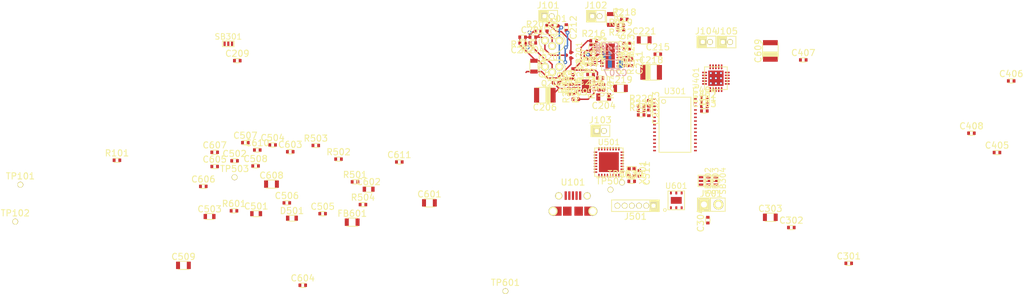
<source format=kicad_pcb>
(kicad_pcb (version 3) (host pcbnew "(2013-may-18)-stable")

  (general
    (links 277)
    (no_connects 216)
    (area 0 0 0 0)
    (thickness 1.6)
    (drawings 2)
    (tracks 162)
    (zones 0)
    (modules 122)
    (nets 84)
  )

  (page A3)
  (layers
    (15 F.Cu signal)
    (0 B.Cu signal)
    (16 B.Adhes user)
    (17 F.Adhes user)
    (18 B.Paste user)
    (19 F.Paste user)
    (20 B.SilkS user)
    (21 F.SilkS user)
    (22 B.Mask user)
    (23 F.Mask user)
    (24 Dwgs.User user)
    (25 Cmts.User user)
    (26 Eco1.User user)
    (27 Eco2.User user)
    (28 Edge.Cuts user)
  )

  (setup
    (last_trace_width 0.254)
    (user_trace_width 0.1524)
    (user_trace_width 0.1778)
    (user_trace_width 0.2032)
    (user_trace_width 0.254)
    (user_trace_width 0.3048)
    (user_trace_width 0.3556)
    (user_trace_width 0.4572)
    (user_trace_width 0.5588)
    (trace_clearance 0.1524)
    (zone_clearance 0.508)
    (zone_45_only no)
    (trace_min 0.1524)
    (segment_width 0.2)
    (edge_width 0.1)
    (via_size 0.6858)
    (via_drill 0.3302)
    (via_min_size 0.6858)
    (via_min_drill 0.3302)
    (user_via 0.6858 0.3302)
    (uvia_size 0.508)
    (uvia_drill 0.127)
    (uvias_allowed no)
    (uvia_min_size 0.508)
    (uvia_min_drill 0.127)
    (pcb_text_width 0.3)
    (pcb_text_size 1.5 1.5)
    (mod_edge_width 0.15)
    (mod_text_size 1 1)
    (mod_text_width 0.15)
    (pad_size 0.635 0.635)
    (pad_drill 0)
    (pad_to_mask_clearance 0)
    (aux_axis_origin 0 0)
    (visible_elements FFFEFFBF)
    (pcbplotparams
      (layerselection 3178497)
      (usegerberextensions true)
      (excludeedgelayer true)
      (linewidth 0.150000)
      (plotframeref false)
      (viasonmask false)
      (mode 1)
      (useauxorigin false)
      (hpglpennumber 1)
      (hpglpenspeed 20)
      (hpglpendiameter 15)
      (hpglpenoverlay 2)
      (psnegative false)
      (psa4output false)
      (plotreference true)
      (plotvalue true)
      (plotothertext true)
      (plotinvisibletext false)
      (padsonsilk false)
      (subtractmaskfromsilk false)
      (outputformat 1)
      (mirror false)
      (drillshape 1)
      (scaleselection 1)
      (outputdirectory ""))
  )

  (net 0 "")
  (net 1 +3V)
  (net 2 +5V)
  (net 3 +5VA)
  (net 4 "/Audio In/EXT_IN")
  (net 5 "/Audio In/MIC_IN")
  (net 6 /CODEC/AINL+)
  (net 7 /CODEC/AINL-)
  (net 8 /CODEC/AINR+)
  (net 9 /CODEC/AINR-)
  (net 10 /CODEC/AOUTL+)
  (net 11 /CODEC/AOUTL-)
  (net 12 /CODEC/AOUTR+)
  (net 13 /CODEC/AOUTR-)
  (net 14 /CODEC/BICK)
  (net 15 "/HP Amp/HPL")
  (net 16 "/HP Amp/HPR")
  (net 17 /Microcontroller/CODEC_LRCK)
  (net 18 /Microcontroller/CODEC_MCLK)
  (net 19 /Microcontroller/CODEC_PDN)
  (net 20 /Microcontroller/CODEC_SDIN)
  (net 21 /Microcontroller/CODEC_SDO)
  (net 22 /Microcontroller/HP_~SD)
  (net 23 /Microcontroller/I2C0_SCL)
  (net 24 /Microcontroller/I2C0_SDA)
  (net 25 /Microcontroller/RESET)
  (net 26 /Microcontroller/SWCLK)
  (net 27 /Microcontroller/SWDIO)
  (net 28 /Microcontroller/SWO)
  (net 29 /Microcontroller/UART0_RX)
  (net 30 /Microcontroller/UART0_TX)
  (net 31 /Microcontroller/USB_D+)
  (net 32 /Microcontroller/USB_D-)
  (net 33 AGND_IN)
  (net 34 AGND_OUT)
  (net 35 N-0000014)
  (net 36 N-0000018)
  (net 37 N-0000030)
  (net 38 N-0000031)
  (net 39 N-0000032)
  (net 40 N-0000033)
  (net 41 N-0000034)
  (net 42 N-0000035)
  (net 43 N-0000036)
  (net 44 N-0000037)
  (net 45 N-0000038)
  (net 46 N-0000039)
  (net 47 N-0000040)
  (net 48 N-0000041)
  (net 49 N-0000042)
  (net 50 N-0000044)
  (net 51 N-0000046)
  (net 52 N-0000047)
  (net 53 N-0000048)
  (net 54 N-0000049)
  (net 55 N-0000050)
  (net 56 N-0000051)
  (net 57 N-0000052)
  (net 58 N-0000053)
  (net 59 N-0000055)
  (net 60 N-0000056)
  (net 61 N-0000057)
  (net 62 N-0000058)
  (net 63 N-0000060)
  (net 64 N-0000063)
  (net 65 N-0000064)
  (net 66 N-0000065)
  (net 67 N-0000066)
  (net 68 N-0000067)
  (net 69 N-0000068)
  (net 70 N-0000069)
  (net 71 N-0000070)
  (net 72 N-0000071)
  (net 73 N-0000072)
  (net 74 N-0000073)
  (net 75 N-0000074)
  (net 76 N-0000075)
  (net 77 N-0000076)
  (net 78 N-0000083)
  (net 79 N-0000084)
  (net 80 N-0000085)
  (net 81 N-0000086)
  (net 82 VCC)
  (net 83 VCOM_VRT)

  (net_class Default "This is the default net class."
    (clearance 0.1524)
    (trace_width 0.1524)
    (via_dia 0.6858)
    (via_drill 0.3302)
    (uvia_dia 0.508)
    (uvia_drill 0.127)
    (add_net "")
    (add_net +3V)
    (add_net +5V)
    (add_net +5VA)
    (add_net "/Audio In/EXT_IN")
    (add_net "/Audio In/MIC_IN")
    (add_net /CODEC/AINL+)
    (add_net /CODEC/AINL-)
    (add_net /CODEC/AINR+)
    (add_net /CODEC/AINR-)
    (add_net /CODEC/AOUTL+)
    (add_net /CODEC/AOUTL-)
    (add_net /CODEC/AOUTR+)
    (add_net /CODEC/AOUTR-)
    (add_net /CODEC/BICK)
    (add_net "/HP Amp/HPL")
    (add_net "/HP Amp/HPR")
    (add_net /Microcontroller/CODEC_LRCK)
    (add_net /Microcontroller/CODEC_MCLK)
    (add_net /Microcontroller/CODEC_PDN)
    (add_net /Microcontroller/CODEC_SDIN)
    (add_net /Microcontroller/CODEC_SDO)
    (add_net /Microcontroller/HP_~SD)
    (add_net /Microcontroller/I2C0_SCL)
    (add_net /Microcontroller/I2C0_SDA)
    (add_net /Microcontroller/RESET)
    (add_net /Microcontroller/SWCLK)
    (add_net /Microcontroller/SWDIO)
    (add_net /Microcontroller/SWO)
    (add_net /Microcontroller/UART0_RX)
    (add_net /Microcontroller/UART0_TX)
    (add_net /Microcontroller/USB_D+)
    (add_net /Microcontroller/USB_D-)
    (add_net AGND_IN)
    (add_net AGND_OUT)
    (add_net N-0000014)
    (add_net N-0000018)
    (add_net N-0000030)
    (add_net N-0000031)
    (add_net N-0000032)
    (add_net N-0000033)
    (add_net N-0000034)
    (add_net N-0000035)
    (add_net N-0000036)
    (add_net N-0000037)
    (add_net N-0000038)
    (add_net N-0000039)
    (add_net N-0000040)
    (add_net N-0000041)
    (add_net N-0000042)
    (add_net N-0000044)
    (add_net N-0000046)
    (add_net N-0000047)
    (add_net N-0000048)
    (add_net N-0000049)
    (add_net N-0000050)
    (add_net N-0000051)
    (add_net N-0000052)
    (add_net N-0000053)
    (add_net N-0000055)
    (add_net N-0000056)
    (add_net N-0000057)
    (add_net N-0000058)
    (add_net N-0000060)
    (add_net N-0000063)
    (add_net N-0000064)
    (add_net N-0000065)
    (add_net N-0000066)
    (add_net N-0000067)
    (add_net N-0000068)
    (add_net N-0000069)
    (add_net N-0000070)
    (add_net N-0000071)
    (add_net N-0000072)
    (add_net N-0000073)
    (add_net N-0000074)
    (add_net N-0000075)
    (add_net N-0000076)
    (add_net N-0000083)
    (add_net N-0000084)
    (add_net N-0000085)
    (add_net N-0000086)
    (add_net VCC)
    (add_net VCOM_VRT)
  )

  (module XRCGB_F_N (layer F.Cu) (tedit 51951977) (tstamp 5252207E)
    (at 173.0889 113.6904 270)
    (path /523BF424/524D93F7)
    (fp_text reference X501 (at 0 -1.975 270) (layer F.SilkS)
      (effects (font (size 1.1 1.1) (thickness 0.17)))
    )
    (fp_text value XTAL (at 0 2.35 270) (layer F.SilkS) hide
      (effects (font (size 1.1 1.1) (thickness 0.17)))
    )
    (fp_line (start -1 -0.8) (end 1 -0.8) (layer F.SilkS) (width 0.15))
    (fp_line (start 1 -0.8) (end 1 0.8) (layer F.SilkS) (width 0.15))
    (fp_line (start 1 0.8) (end -1 0.8) (layer F.SilkS) (width 0.15))
    (fp_line (start -1 0.8) (end -1 -0.8) (layer F.SilkS) (width 0.15))
    (pad GND smd rect (at 0.675 -0.5 270) (size 0.75 0.7)
      (layers F.Cu F.Paste F.Mask)
    )
    (pad 2 smd rect (at 0.675 0.5 270) (size 0.75 0.7)
      (layers F.Cu F.Paste F.Mask)
      (net 79 N-0000084)
    )
    (pad GND smd rect (at -0.675 0.5 270) (size 0.75 0.7)
      (layers F.Cu F.Paste F.Mask)
    )
    (pad 1 smd rect (at -0.675 -0.5 270) (size 0.75 0.7)
      (layers F.Cu F.Paste F.Mask)
      (net 78 N-0000083)
    )
  )

  (module TPA8130A2-QFN20 (layer F.Cu) (tedit 52518D24) (tstamp 525220A5)
    (at 187.92444 97.11944 90)
    (path /523BC94C/523BD2E3)
    (fp_text reference U401 (at 0 -3.5 90) (layer F.SilkS)
      (effects (font (size 1 1) (thickness 0.15)))
    )
    (fp_text value TPA6130A2RTJR (at 0 3.5 90) (layer F.SilkS) hide
      (effects (font (size 1 1) (thickness 0.15)))
    )
    (fp_line (start -2 -2) (end 2 -2) (layer F.SilkS) (width 0.15))
    (fp_line (start 2 -2) (end 2 2) (layer F.SilkS) (width 0.15))
    (fp_line (start 2 2) (end -2 2) (layer F.SilkS) (width 0.15))
    (fp_line (start -2 2) (end -2 -2) (layer F.SilkS) (width 0.15))
    (fp_circle (center -2.5 -2.5) (end -2.5 -2.25) (layer F.SilkS) (width 0.15))
    (pad PAD thru_hole circle (at -0.9 -0.9 180) (size 0.4 0.4) (drill 0.3)
      (layers *.Cu)
      (net 34 AGND_OUT)
    )
    (pad PAD thru_hole circle (at -0.9 0.9 180) (size 0.4 0.4) (drill 0.3)
      (layers *.Cu)
      (net 34 AGND_OUT)
    )
    (pad PAD thru_hole circle (at 0.9 0 180) (size 0.4 0.4) (drill 0.3)
      (layers *.Cu)
      (net 34 AGND_OUT)
    )
    (pad PAD thru_hole circle (at 0 -0.9 180) (size 0.4 0.4) (drill 0.3)
      (layers *.Cu)
      (net 34 AGND_OUT)
    )
    (pad PAD thru_hole circle (at 0 0.9 180) (size 0.4 0.4) (drill 0.3)
      (layers *.Cu)
      (net 34 AGND_OUT)
    )
    (pad PAD thru_hole circle (at -0.9 0 180) (size 0.4 0.4) (drill 0.3)
      (layers *.Cu)
      (net 34 AGND_OUT)
    )
    (pad PAD thru_hole circle (at 0.9 -0.9 180) (size 0.4 0.4) (drill 0.3)
      (layers *.Cu)
      (net 34 AGND_OUT)
    )
    (pad PAD thru_hole circle (at 0 0 180) (size 0.4 0.4) (drill 0.3)
      (layers *.Cu)
      (net 34 AGND_OUT)
    )
    (pad 15 smd rect (at 2 -1 90) (size 0.85 0.28)
      (layers F.Cu F.Paste F.Mask)
      (net 72 N-0000071)
    )
    (pad 14 smd rect (at 2 -0.5 90) (size 0.85 0.28)
      (layers F.Cu F.Paste F.Mask)
      (net 15 "/HP Amp/HPL")
    )
    (pad 12 smd rect (at 2 0.5 90) (size 0.85 0.28)
      (layers F.Cu F.Paste F.Mask)
      (net 3 +5VA)
    )
    (pad 13 smd rect (at 2 0 90) (size 0.85 0.28)
      (layers F.Cu F.Paste F.Mask)
      (net 34 AGND_OUT)
    )
    (pad 11 smd rect (at 2 1 90) (size 0.85 0.28)
      (layers F.Cu F.Paste F.Mask)
      (net 16 "/HP Amp/HPR")
    )
    (pad 16 smd rect (at 1 -2 180) (size 0.85 0.28)
      (layers F.Cu F.Paste F.Mask)
      (net 72 N-0000071)
    )
    (pad 18 smd rect (at 0 -2 180) (size 0.85 0.28)
      (layers F.Cu F.Paste F.Mask)
      (net 68 N-0000067)
    )
    (pad 17 smd rect (at 0.5 -2 180) (size 0.85 0.28)
      (layers F.Cu F.Paste F.Mask)
      (net 66 N-0000065)
    )
    (pad 19 smd rect (at -0.5 -2 180) (size 0.85 0.28)
      (layers F.Cu F.Paste F.Mask)
      (net 34 AGND_OUT)
    )
    (pad 20 smd rect (at -1 -2 180) (size 0.85 0.28)
      (layers F.Cu F.Paste F.Mask)
      (net 3 +5VA)
    )
    (pad 6 smd rect (at -1 2 180) (size 0.85 0.28)
      (layers F.Cu F.Paste F.Mask)
      (net 22 /Microcontroller/HP_~SD)
    )
    (pad 7 smd rect (at -0.5 2 180) (size 0.85 0.28)
      (layers F.Cu F.Paste F.Mask)
      (net 24 /Microcontroller/I2C0_SDA)
    )
    (pad 9 smd rect (at 0.5 2 180) (size 0.85 0.28)
      (layers F.Cu F.Paste F.Mask)
      (net 34 AGND_OUT)
    )
    (pad 8 smd rect (at 0 2 180) (size 0.85 0.28)
      (layers F.Cu F.Paste F.Mask)
      (net 23 /Microcontroller/I2C0_SCL)
    )
    (pad 10 smd rect (at 1 2 180) (size 0.85 0.28)
      (layers F.Cu F.Paste F.Mask)
      (net 34 AGND_OUT)
    )
    (pad 5 smd rect (at -2 1 90) (size 0.85 0.28)
      (layers F.Cu F.Paste F.Mask)
      (net 67 N-0000066)
    )
    (pad 3 smd rect (at -2 0 90) (size 0.85 0.28)
      (layers F.Cu F.Paste F.Mask)
      (net 34 AGND_OUT)
    )
    (pad 4 smd rect (at -2 0.5 90) (size 0.85 0.28)
      (layers F.Cu F.Paste F.Mask)
      (net 69 N-0000068)
    )
    (pad 2 smd rect (at -2 -0.5 90) (size 0.85 0.28)
      (layers F.Cu F.Paste F.Mask)
      (net 71 N-0000070)
    )
    (pad 1 smd rect (at -2 -1 90) (size 0.85 0.28)
      (layers F.Cu F.Paste F.Mask)
      (net 70 N-0000069)
    )
    (pad PAD smd rect (at 0 0 90) (size 2.7 2.7)
      (layers F.Cu F.Paste F.Mask)
      (net 34 AGND_OUT)
    )
    (pad PAD thru_hole circle (at 0.9 0.9 180) (size 0.4 0.4) (drill 0.3)
      (layers *.Cu)
      (net 34 AGND_OUT)
    )
  )

  (module TP_HOLE (layer F.Cu) (tedit 52519C71) (tstamp 525220AA)
    (at 150.876 134.5946)
    (path /524EE3EB/5251C94C)
    (fp_text reference TP601 (at 0 -1.5) (layer F.SilkS)
      (effects (font (size 1.1 1.1) (thickness 0.17)))
    )
    (fp_text value TP_5VEN (at 0 1.75) (layer F.SilkS) hide
      (effects (font (size 1.1 1.1) (thickness 0.17)))
    )
    (pad 1 thru_hole circle (at 0 0) (size 1.016 1.016) (drill 0.7112)
      (layers *.Cu *.Mask F.SilkS)
      (net 81 N-0000086)
      (zone_connect 2)
    )
  )

  (module TP_HOLE (layer F.Cu) (tedit 52519C71) (tstamp 525220AF)
    (at 171.3992 115.4684)
    (path /523BF424/5251B77F)
    (fp_text reference TP502 (at 0 -1.5) (layer F.SilkS)
      (effects (font (size 1.1 1.1) (thickness 0.17)))
    )
    (fp_text value TP_PTA4 (at 0 1.75) (layer F.SilkS) hide
      (effects (font (size 1.1 1.1) (thickness 0.17)))
    )
    (pad 1 thru_hole circle (at 0 0) (size 1.016 1.016) (drill 0.7112)
      (layers *.Cu *.Mask F.SilkS)
      (net 73 N-0000072)
      (zone_connect 2)
    )
  )

  (module TP_HOLE (layer F.Cu) (tedit 52519C71) (tstamp 525220B4)
    (at 65.5008 115.8608)
    (path /5251A00C)
    (fp_text reference TP101 (at 0 -1.5) (layer F.SilkS)
      (effects (font (size 1.1 1.1) (thickness 0.17)))
    )
    (fp_text value TP_VUSB (at 0 1.75) (layer F.SilkS) hide
      (effects (font (size 1.1 1.1) (thickness 0.17)))
    )
    (pad 1 thru_hole circle (at 0 0) (size 1.016 1.016) (drill 0.7112)
      (layers *.Cu *.Mask F.SilkS)
      (net 35 N-0000014)
      (zone_connect 2)
    )
  )

  (module TP_HOLE (layer F.Cu) (tedit 52519C71) (tstamp 525220B9)
    (at 64.6008 122.3608)
    (path /5251B035)
    (fp_text reference TP102 (at 0 -1.5) (layer F.SilkS)
      (effects (font (size 1.1 1.1) (thickness 0.17)))
    )
    (fp_text value TP_USB_ID (at 0 1.75) (layer F.SilkS) hide
      (effects (font (size 1.1 1.1) (thickness 0.17)))
    )
    (pad 1 thru_hole circle (at 0 0) (size 1.016 1.016) (drill 0.7112)
      (layers *.Cu *.Mask F.SilkS)
      (net 36 N-0000018)
      (zone_connect 2)
    )
  )

  (module TP_HOLE (layer F.Cu) (tedit 52519C71) (tstamp 525220BE)
    (at 169.3672 116.7384)
    (path /523BF424/5251B955)
    (fp_text reference TP501 (at 0 -1.5) (layer F.SilkS)
      (effects (font (size 1.1 1.1) (thickness 0.17)))
    )
    (fp_text value TP_PTA1 (at 0 1.75) (layer F.SilkS) hide
      (effects (font (size 1.1 1.1) (thickness 0.17)))
    )
    (pad 1 thru_hole circle (at 0 0) (size 1.016 1.016) (drill 0.7112)
      (layers *.Cu *.Mask F.SilkS)
      (net 76 N-0000075)
      (zone_connect 2)
    )
  )

  (module TP_HOLE (layer F.Cu) (tedit 52519C71) (tstamp 525220C3)
    (at 103.2008 114.5608)
    (path /523BF424/5251BBAF)
    (fp_text reference TP503 (at 0 -1.5) (layer F.SilkS)
      (effects (font (size 1.1 1.1) (thickness 0.17)))
    )
    (fp_text value TP_PTD5 (at 0 1.75) (layer F.SilkS) hide
      (effects (font (size 1.1 1.1) (thickness 0.17)))
    )
    (pad 1 thru_hole circle (at 0 0) (size 1.016 1.016) (drill 0.7112)
      (layers *.Cu *.Mask F.SilkS)
      (net 77 N-0000076)
      (zone_connect 2)
    )
  )

  (module TO92-STRAIGHT-CBE (layer F.Cu) (tedit 525189CA) (tstamp 525220CE)
    (at 159.1 95.1 180)
    (path /523B0E12/52521E42)
    (fp_text reference Q202 (at 0 -2.9464 180) (layer F.SilkS)
      (effects (font (size 1 1) (thickness 0.15)))
    )
    (fp_text value BC550 (at 0 2.35 180) (layer F.SilkS) hide
      (effects (font (size 1 1) (thickness 0.15)))
    )
    (fp_line (start -1.8288 1.1176) (end -2.29 0) (layer F.SilkS) (width 0.15))
    (fp_line (start 1.8034 1.1176) (end 2.29 0) (layer F.SilkS) (width 0.15))
    (fp_arc (start 0 0) (end 2.29 0) (angle -180) (layer F.SilkS) (width 0.15))
    (fp_line (start -1.8 1.1176) (end 1.8 1.1176) (layer F.SilkS) (width 0.15))
    (pad B thru_hole circle (at 0 -0.95 180) (size 1.397 1.397) (drill 0.8129)
      (layers *.Cu *.Mask F.SilkS)
      (net 43 N-0000036)
    )
    (pad E thru_hole circle (at 1.27 0 180) (size 1.397 1.397) (drill 0.8129)
      (layers *.Cu *.Mask F.SilkS)
      (net 50 N-0000044)
    )
    (pad C thru_hole circle (at -1.27 0 180) (size 1.397 1.397) (drill 0.8129)
      (layers *.Cu *.Mask F.SilkS)
      (net 3 +5VA)
    )
  )

  (module TO92-STRAIGHT-CBE (layer F.Cu) (tedit 525189CA) (tstamp 525220D9)
    (at 159.1 90.5 180)
    (path /523B0E12/52521E4F)
    (fp_text reference Q201 (at 0 -2.9464 180) (layer F.SilkS)
      (effects (font (size 1 1) (thickness 0.15)))
    )
    (fp_text value BC550 (at 0 2.35 180) (layer F.SilkS) hide
      (effects (font (size 1 1) (thickness 0.15)))
    )
    (fp_line (start -1.8288 1.1176) (end -2.29 0) (layer F.SilkS) (width 0.15))
    (fp_line (start 1.8034 1.1176) (end 2.29 0) (layer F.SilkS) (width 0.15))
    (fp_arc (start 0 0) (end 2.29 0) (angle -180) (layer F.SilkS) (width 0.15))
    (fp_line (start -1.8 1.1176) (end 1.8 1.1176) (layer F.SilkS) (width 0.15))
    (pad B thru_hole circle (at 0 -0.95 180) (size 1.397 1.397) (drill 0.8129)
      (layers *.Cu *.Mask F.SilkS)
      (net 44 N-0000037)
    )
    (pad E thru_hole circle (at 1.27 0 180) (size 1.397 1.397) (drill 0.8129)
      (layers *.Cu *.Mask F.SilkS)
      (net 49 N-0000042)
    )
    (pad C thru_hole circle (at -1.27 0 180) (size 1.397 1.397) (drill 0.8129)
      (layers *.Cu *.Mask F.SilkS)
      (net 3 +5VA)
    )
  )

  (module TI_WSON6 (layer F.Cu) (tedit 5251A8D3) (tstamp 525220E9)
    (at 180.9496 118.618)
    (path /524EE3EB/5251C8A8)
    (fp_text reference U601 (at 0 -2.55) (layer F.SilkS)
      (effects (font (size 1 1) (thickness 0.15)))
    )
    (fp_text value LP2992AILD-5.0 (at 0 2.75) (layer F.SilkS) hide
      (effects (font (size 1 1) (thickness 0.15)))
    )
    (fp_circle (center -2 1.7) (end -1.85 1.9) (layer F.SilkS) (width 0.15))
    (fp_line (start -1.45 -1.65) (end 1.45 -1.65) (layer F.SilkS) (width 0.15))
    (fp_line (start 1.45 -1.65) (end 1.45 1.65) (layer F.SilkS) (width 0.15))
    (fp_line (start 1.45 1.65) (end -1.45 1.65) (layer F.SilkS) (width 0.15))
    (fp_line (start -1.45 1.65) (end -1.45 -1.65) (layer F.SilkS) (width 0.15))
    (pad 3 smd rect (at 0.95 -1.3) (size 0.35 0.5)
      (layers F.Cu F.Paste F.Mask)
      (net 81 N-0000086)
    )
    (pad 2 smd rect (at 0 -1.3) (size 0.35 0.5)
      (layers F.Cu F.Paste F.Mask)
      (net 33 AGND_IN)
    )
    (pad 1 smd rect (at -0.95 -1.3) (size 0.35 0.5)
      (layers F.Cu F.Paste F.Mask)
      (net 80 N-0000085)
    )
    (pad PAD smd rect (at 0 0) (size 1.92 1.2)
      (layers F.Cu F.Paste F.Mask)
      (net 33 AGND_IN)
    )
    (pad 1 smd rect (at -0.95 1.3) (size 0.35 0.5)
      (layers F.Cu F.Paste F.Mask)
      (net 80 N-0000085)
    )
    (pad 2 smd rect (at 0 1.3) (size 0.35 0.5)
      (layers F.Cu F.Paste F.Mask)
      (net 33 AGND_IN)
    )
    (pad 3 smd rect (at 0.95 1.3) (size 0.35 0.5)
      (layers F.Cu F.Paste F.Mask)
      (net 81 N-0000086)
    )
  )

  (module SMD1411_POL (layer F.Cu) (tedit 5251BB40) (tstamp 525220FD)
    (at 157.81528 100.10648 180)
    (descr "1206 SMD for reflow")
    (path /523B0E12/524EBCE8)
    (fp_text reference C206 (at 0 -2.15 180) (layer F.SilkS)
      (effects (font (size 1.1 1.1) (thickness 0.17)))
    )
    (fp_text value "100u 4V" (at 0 2.4 180) (layer F.SilkS) hide
      (effects (font (size 1.1 1.1) (thickness 0.17)))
    )
    (fp_line (start -0.4318 -1.3716) (end -0.4318 1.3462) (layer F.SilkS) (width 0.15))
    (fp_line (start -0.4318 1.3462) (end -0.3048 1.3462) (layer F.SilkS) (width 0.15))
    (fp_line (start -0.3048 1.3462) (end -0.3048 -1.3716) (layer F.SilkS) (width 0.15))
    (fp_line (start -0.3048 -1.3716) (end -0.1778 -1.3716) (layer F.SilkS) (width 0.15))
    (fp_line (start -0.1778 -1.3716) (end -0.1778 1.3462) (layer F.SilkS) (width 0.15))
    (fp_line (start -0.5588 -1.3716) (end -0.5588 1.3716) (layer F.SilkS) (width 0.15))
    (fp_line (start -0.5588 1.3716) (end -0.6858 1.3716) (layer F.SilkS) (width 0.15))
    (fp_line (start -0.6858 1.3716) (end -0.6858 -1.3716) (layer F.SilkS) (width 0.15))
    (fp_line (start -0.6858 -1.3716) (end -0.8128 -1.3716) (layer F.SilkS) (width 0.15))
    (fp_line (start -0.8128 -1.3716) (end -0.8128 1.3716) (layer F.SilkS) (width 0.15))
    (fp_line (start -0.8128 1.3716) (end -0.9398 1.3716) (layer F.SilkS) (width 0.15))
    (fp_line (start -0.9398 1.3716) (end -0.9398 -1.3716) (layer F.SilkS) (width 0.15))
    (fp_line (start -1.45 -1.375) (end 1.45 -1.375) (layer F.SilkS) (width 0.15))
    (fp_line (start -1.45 1.375) (end 1.45 1.375) (layer F.SilkS) (width 0.15))
    (pad 2 smd rect (at 1.45 0 180) (size 0.9 2.6)
      (layers F.Cu F.Paste F.Mask)
      (net 33 AGND_IN)
    )
    (pad 1 smd rect (at -1.45 0 180) (size 0.9 2.6)
      (layers F.Cu F.Paste F.Mask)
      (net 83 VCOM_VRT)
    )
  )

  (module SMD1411_POL (layer F.Cu) (tedit 5251BB40) (tstamp 52522111)
    (at 176.53 96.0882)
    (descr "1206 SMD for reflow")
    (path /523B0E12/524EBEC0)
    (fp_text reference C218 (at 0 -2.15) (layer F.SilkS)
      (effects (font (size 1.1 1.1) (thickness 0.17)))
    )
    (fp_text value "100u 6.3V" (at 0 2.4) (layer F.SilkS) hide
      (effects (font (size 1.1 1.1) (thickness 0.17)))
    )
    (fp_line (start -0.4318 -1.3716) (end -0.4318 1.3462) (layer F.SilkS) (width 0.15))
    (fp_line (start -0.4318 1.3462) (end -0.3048 1.3462) (layer F.SilkS) (width 0.15))
    (fp_line (start -0.3048 1.3462) (end -0.3048 -1.3716) (layer F.SilkS) (width 0.15))
    (fp_line (start -0.3048 -1.3716) (end -0.1778 -1.3716) (layer F.SilkS) (width 0.15))
    (fp_line (start -0.1778 -1.3716) (end -0.1778 1.3462) (layer F.SilkS) (width 0.15))
    (fp_line (start -0.5588 -1.3716) (end -0.5588 1.3716) (layer F.SilkS) (width 0.15))
    (fp_line (start -0.5588 1.3716) (end -0.6858 1.3716) (layer F.SilkS) (width 0.15))
    (fp_line (start -0.6858 1.3716) (end -0.6858 -1.3716) (layer F.SilkS) (width 0.15))
    (fp_line (start -0.6858 -1.3716) (end -0.8128 -1.3716) (layer F.SilkS) (width 0.15))
    (fp_line (start -0.8128 -1.3716) (end -0.8128 1.3716) (layer F.SilkS) (width 0.15))
    (fp_line (start -0.8128 1.3716) (end -0.9398 1.3716) (layer F.SilkS) (width 0.15))
    (fp_line (start -0.9398 1.3716) (end -0.9398 -1.3716) (layer F.SilkS) (width 0.15))
    (fp_line (start -1.45 -1.375) (end 1.45 -1.375) (layer F.SilkS) (width 0.15))
    (fp_line (start -1.45 1.375) (end 1.45 1.375) (layer F.SilkS) (width 0.15))
    (pad 2 smd rect (at 1.45 0) (size 0.9 2.6)
      (layers F.Cu F.Paste F.Mask)
      (net 33 AGND_IN)
    )
    (pad 1 smd rect (at -1.45 0) (size 0.9 2.6)
      (layers F.Cu F.Paste F.Mask)
      (net 3 +5VA)
    )
  )

  (module SMD1411_POL (layer F.Cu) (tedit 5251BB40) (tstamp 52522125)
    (at 197.5104 92.3163 90)
    (descr "1206 SMD for reflow")
    (path /524EE3EB/524F0C1F)
    (fp_text reference C609 (at 0 -2.15 90) (layer F.SilkS)
      (effects (font (size 1.1 1.1) (thickness 0.17)))
    )
    (fp_text value "100u 6.3V" (at 0 2.4 90) (layer F.SilkS) hide
      (effects (font (size 1.1 1.1) (thickness 0.17)))
    )
    (fp_line (start -0.4318 -1.3716) (end -0.4318 1.3462) (layer F.SilkS) (width 0.15))
    (fp_line (start -0.4318 1.3462) (end -0.3048 1.3462) (layer F.SilkS) (width 0.15))
    (fp_line (start -0.3048 1.3462) (end -0.3048 -1.3716) (layer F.SilkS) (width 0.15))
    (fp_line (start -0.3048 -1.3716) (end -0.1778 -1.3716) (layer F.SilkS) (width 0.15))
    (fp_line (start -0.1778 -1.3716) (end -0.1778 1.3462) (layer F.SilkS) (width 0.15))
    (fp_line (start -0.5588 -1.3716) (end -0.5588 1.3716) (layer F.SilkS) (width 0.15))
    (fp_line (start -0.5588 1.3716) (end -0.6858 1.3716) (layer F.SilkS) (width 0.15))
    (fp_line (start -0.6858 1.3716) (end -0.6858 -1.3716) (layer F.SilkS) (width 0.15))
    (fp_line (start -0.6858 -1.3716) (end -0.8128 -1.3716) (layer F.SilkS) (width 0.15))
    (fp_line (start -0.8128 -1.3716) (end -0.8128 1.3716) (layer F.SilkS) (width 0.15))
    (fp_line (start -0.8128 1.3716) (end -0.9398 1.3716) (layer F.SilkS) (width 0.15))
    (fp_line (start -0.9398 1.3716) (end -0.9398 -1.3716) (layer F.SilkS) (width 0.15))
    (fp_line (start -1.45 -1.375) (end 1.45 -1.375) (layer F.SilkS) (width 0.15))
    (fp_line (start -1.45 1.375) (end 1.45 1.375) (layer F.SilkS) (width 0.15))
    (pad 2 smd rect (at 1.45 0 90) (size 0.9 2.6)
      (layers F.Cu F.Paste F.Mask)
      (net 33 AGND_IN)
    )
    (pad 1 smd rect (at -1.45 0 90) (size 0.9 2.6)
      (layers F.Cu F.Paste F.Mask)
      (net 3 +5VA)
    )
  )

  (module SMD0805 (layer F.Cu) (tedit 51950402) (tstamp 5252212D)
    (at 155.9 95 270)
    (descr "0805 SMD for reflow")
    (path /523B0E12/523B11ED)
    (fp_text reference C203 (at 0 -1.525 270) (layer F.SilkS)
      (effects (font (size 1.1 1.1) (thickness 0.17)))
    )
    (fp_text value "10u 4V" (at 0 1.7 270) (layer F.SilkS) hide
      (effects (font (size 1.1 1.1) (thickness 0.17)))
    )
    (fp_line (start -0.925 -0.725) (end 0.975 -0.725) (layer F.SilkS) (width 0.15))
    (fp_line (start -0.925 0.725) (end 0.975 0.725) (layer F.SilkS) (width 0.15))
    (pad 2 smd rect (at 0.95 0 270) (size 0.7 1.3)
      (layers F.Cu F.Paste F.Mask)
      (net 54 N-0000049)
    )
    (pad 1 smd rect (at -0.95 0 270) (size 0.7 1.3)
      (layers F.Cu F.Paste F.Mask)
      (net 50 N-0000044)
    )
  )

  (module SMD0805 (layer F.Cu) (tedit 51950402) (tstamp 52522135)
    (at 94.2008 130.0608)
    (descr "0805 SMD for reflow")
    (path /523BF424/524A6DA1)
    (fp_text reference C509 (at 0 -1.525) (layer F.SilkS)
      (effects (font (size 1.1 1.1) (thickness 0.17)))
    )
    (fp_text value 10n (at 0 1.7) (layer F.SilkS) hide
      (effects (font (size 1.1 1.1) (thickness 0.17)))
    )
    (fp_line (start -0.925 -0.725) (end 0.975 -0.725) (layer F.SilkS) (width 0.15))
    (fp_line (start -0.925 0.725) (end 0.975 0.725) (layer F.SilkS) (width 0.15))
    (pad 2 smd rect (at 0.95 0) (size 0.7 1.3)
      (layers F.Cu F.Paste F.Mask)
      (net 1 +3V)
    )
    (pad 1 smd rect (at -0.95 0) (size 0.7 1.3)
      (layers F.Cu F.Paste F.Mask)
      (net 33 AGND_IN)
    )
  )

  (module SMD0805 (layer F.Cu) (tedit 51950402) (tstamp 5252213D)
    (at 197.5 121.6)
    (descr "0805 SMD for reflow")
    (path /523B943D/523B9675)
    (fp_text reference C303 (at 0 -1.525) (layer F.SilkS)
      (effects (font (size 1.1 1.1) (thickness 0.17)))
    )
    (fp_text value 10u (at 0 1.7) (layer F.SilkS) hide
      (effects (font (size 1.1 1.1) (thickness 0.17)))
    )
    (fp_line (start -0.925 -0.725) (end 0.975 -0.725) (layer F.SilkS) (width 0.15))
    (fp_line (start -0.925 0.725) (end 0.975 0.725) (layer F.SilkS) (width 0.15))
    (pad 2 smd rect (at 0.95 0) (size 0.7 1.3)
      (layers F.Cu F.Paste F.Mask)
      (net 65 N-0000064)
    )
    (pad 1 smd rect (at -0.95 0) (size 0.7 1.3)
      (layers F.Cu F.Paste F.Mask)
      (net 34 AGND_OUT)
    )
  )

  (module SMD0805 (layer F.Cu) (tedit 51950402) (tstamp 52522145)
    (at 137.5008 119.0608)
    (descr "0805 SMD for reflow")
    (path /524EE3EB/524F0A93)
    (fp_text reference C601 (at 0 -1.525) (layer F.SilkS)
      (effects (font (size 1.1 1.1) (thickness 0.17)))
    )
    (fp_text value "10u 16V" (at 0 1.7) (layer F.SilkS) hide
      (effects (font (size 1.1 1.1) (thickness 0.17)))
    )
    (fp_line (start -0.925 -0.725) (end 0.975 -0.725) (layer F.SilkS) (width 0.15))
    (fp_line (start -0.925 0.725) (end 0.975 0.725) (layer F.SilkS) (width 0.15))
    (pad 2 smd rect (at 0.95 0) (size 0.7 1.3)
      (layers F.Cu F.Paste F.Mask)
      (net 82 VCC)
    )
    (pad 1 smd rect (at -0.95 0) (size 0.7 1.3)
      (layers F.Cu F.Paste F.Mask)
      (net 33 AGND_IN)
    )
  )

  (module SMD0805 (layer B.Cu) (tedit 51950402) (tstamp 5252214D)
    (at 170.21556 94.6404)
    (descr "0805 SMD for reflow")
    (path /523B0E12/524EBCFF)
    (fp_text reference C207 (at 0 1.525) (layer B.SilkS)
      (effects (font (size 1.1 1.1) (thickness 0.17)) (justify mirror))
    )
    (fp_text value "10u 4V" (at 0 -1.7) (layer B.SilkS) hide
      (effects (font (size 1.1 1.1) (thickness 0.17)) (justify mirror))
    )
    (fp_line (start -0.925 0.725) (end 0.975 0.725) (layer B.SilkS) (width 0.15))
    (fp_line (start -0.925 -0.725) (end 0.975 -0.725) (layer B.SilkS) (width 0.15))
    (pad 2 smd rect (at 0.95 0) (size 0.7 1.3)
      (layers B.Cu B.Paste B.Mask)
      (net 33 AGND_IN)
    )
    (pad 1 smd rect (at -0.95 0) (size 0.7 1.3)
      (layers B.Cu B.Paste B.Mask)
      (net 83 VCOM_VRT)
    )
  )

  (module SMD0805 (layer F.Cu) (tedit 51950402) (tstamp 52522155)
    (at 168.1734 100.4316 180)
    (descr "0805 SMD for reflow")
    (path /523B0E12/524EBEAE)
    (fp_text reference C204 (at 0 -1.525 180) (layer F.SilkS)
      (effects (font (size 1.1 1.1) (thickness 0.17)))
    )
    (fp_text value "10u 6.3V" (at 0 1.7 180) (layer F.SilkS) hide
      (effects (font (size 1.1 1.1) (thickness 0.17)))
    )
    (fp_line (start -0.925 -0.725) (end 0.975 -0.725) (layer F.SilkS) (width 0.15))
    (fp_line (start -0.925 0.725) (end 0.975 0.725) (layer F.SilkS) (width 0.15))
    (pad 2 smd rect (at 0.95 0 180) (size 0.7 1.3)
      (layers F.Cu F.Paste F.Mask)
      (net 33 AGND_IN)
    )
    (pad 1 smd rect (at -0.95 0 180) (size 0.7 1.3)
      (layers F.Cu F.Paste F.Mask)
      (net 47 N-0000040)
    )
  )

  (module SMD0805 (layer F.Cu) (tedit 51950402) (tstamp 5252215D)
    (at 109.7008 115.7608)
    (descr "0805 SMD for reflow")
    (path /524EE3EB/524F0C2C)
    (fp_text reference C608 (at 0 -1.525) (layer F.SilkS)
      (effects (font (size 1.1 1.1) (thickness 0.17)))
    )
    (fp_text value "10u 6.3V" (at 0 1.7) (layer F.SilkS) hide
      (effects (font (size 1.1 1.1) (thickness 0.17)))
    )
    (fp_line (start -0.925 -0.725) (end 0.975 -0.725) (layer F.SilkS) (width 0.15))
    (fp_line (start -0.925 0.725) (end 0.975 0.725) (layer F.SilkS) (width 0.15))
    (pad 2 smd rect (at 0.95 0) (size 0.7 1.3)
      (layers F.Cu F.Paste F.Mask)
      (net 33 AGND_IN)
    )
    (pad 1 smd rect (at -0.95 0) (size 0.7 1.3)
      (layers F.Cu F.Paste F.Mask)
      (net 3 +5VA)
    )
  )

  (module SMD0805 (layer F.Cu) (tedit 51950402) (tstamp 52522165)
    (at 171.1198 98.9076)
    (descr "0805 SMD for reflow")
    (path /523B0E12/524EBEC6)
    (fp_text reference C219 (at 0 -1.525) (layer F.SilkS)
      (effects (font (size 1.1 1.1) (thickness 0.17)))
    )
    (fp_text value "10u 6.3V" (at 0 1.7) (layer F.SilkS) hide
      (effects (font (size 1.1 1.1) (thickness 0.17)))
    )
    (fp_line (start -0.925 -0.725) (end 0.975 -0.725) (layer F.SilkS) (width 0.15))
    (fp_line (start -0.925 0.725) (end 0.975 0.725) (layer F.SilkS) (width 0.15))
    (pad 2 smd rect (at 0.95 0) (size 0.7 1.3)
      (layers F.Cu F.Paste F.Mask)
      (net 33 AGND_IN)
    )
    (pad 1 smd rect (at -0.95 0) (size 0.7 1.3)
      (layers F.Cu F.Paste F.Mask)
      (net 3 +5VA)
    )
  )

  (module SMD0805 (layer F.Cu) (tedit 51950402) (tstamp 5252216D)
    (at 175.2981 90.3732)
    (descr "0805 SMD for reflow")
    (path /523B0E12/524E2EF7)
    (fp_text reference C221 (at 0 -1.525) (layer F.SilkS)
      (effects (font (size 1.1 1.1) (thickness 0.17)))
    )
    (fp_text value "10u 6.3V" (at 0 1.7) (layer F.SilkS) hide
      (effects (font (size 1.1 1.1) (thickness 0.17)))
    )
    (fp_line (start -0.925 -0.725) (end 0.975 -0.725) (layer F.SilkS) (width 0.15))
    (fp_line (start -0.925 0.725) (end 0.975 0.725) (layer F.SilkS) (width 0.15))
    (pad 2 smd rect (at 0.95 0) (size 0.7 1.3)
      (layers F.Cu F.Paste F.Mask)
      (net 33 AGND_IN)
    )
    (pad 1 smd rect (at -0.95 0) (size 0.7 1.3)
      (layers F.Cu F.Paste F.Mask)
      (net 53 N-0000048)
    )
  )

  (module SMD0805 (layer F.Cu) (tedit 51950402) (tstamp 52522175)
    (at 169.4053 86.7791 270)
    (descr "0805 SMD for reflow")
    (path /523B0E12/524847E1)
    (fp_text reference C217 (at 0 -1.525 270) (layer F.SilkS)
      (effects (font (size 1.1 1.1) (thickness 0.17)))
    )
    (fp_text value "10u 6.3V" (at 0 1.7 270) (layer F.SilkS) hide
      (effects (font (size 1.1 1.1) (thickness 0.17)))
    )
    (fp_line (start -0.925 -0.725) (end 0.975 -0.725) (layer F.SilkS) (width 0.15))
    (fp_line (start -0.925 0.725) (end 0.975 0.725) (layer F.SilkS) (width 0.15))
    (pad 2 smd rect (at 0.95 0 270) (size 0.7 1.3)
      (layers F.Cu F.Paste F.Mask)
      (net 57 N-0000052)
    )
    (pad 1 smd rect (at -0.95 0 270) (size 0.7 1.3)
      (layers F.Cu F.Paste F.Mask)
      (net 4 "/Audio In/EXT_IN")
    )
  )

  (module SMD0805 (layer F.Cu) (tedit 51950402) (tstamp 5252217D)
    (at 123.9008 122.4608)
    (descr "0805 SMD for reflow")
    (path /524EE3EB/52522951)
    (fp_text reference FB601 (at 0 -1.525) (layer F.SilkS)
      (effects (font (size 1.1 1.1) (thickness 0.17)))
    )
    (fp_text value FB (at 0 1.7) (layer F.SilkS) hide
      (effects (font (size 1.1 1.1) (thickness 0.17)))
    )
    (fp_line (start -0.925 -0.725) (end 0.975 -0.725) (layer F.SilkS) (width 0.15))
    (fp_line (start -0.925 0.725) (end 0.975 0.725) (layer F.SilkS) (width 0.15))
    (pad 2 smd rect (at 0.95 0) (size 0.7 1.3)
      (layers F.Cu F.Paste F.Mask)
      (net 2 +5V)
    )
    (pad 1 smd rect (at -0.95 0) (size 0.7 1.3)
      (layers F.Cu F.Paste F.Mask)
      (net 3 +5VA)
    )
  )

  (module SMD0603 (layer F.Cu) (tedit 51950388) (tstamp 52522185)
    (at 98.8008 121.4608)
    (path /523BF424/524A6DBA)
    (fp_text reference C503 (at 0 -1.3) (layer F.SilkS)
      (effects (font (size 1.1 1.1) (thickness 0.17)))
    )
    (fp_text value 2.2u (at 0 1.525) (layer F.SilkS) hide
      (effects (font (size 1.1 1.1) (thickness 0.17)))
    )
    (fp_line (start -0.75 0.525) (end 0.75 0.525) (layer F.SilkS) (width 0.15))
    (fp_line (start -0.75 -0.525) (end 0.75 -0.525) (layer F.SilkS) (width 0.15))
    (pad 2 smd rect (at 0.75 0) (size 0.6 0.9)
      (layers F.Cu F.Paste F.Mask)
      (net 1 +3V)
    )
    (pad 1 smd rect (at -0.75 0) (size 0.6 0.9)
      (layers F.Cu F.Paste F.Mask)
      (net 33 AGND_IN)
    )
  )

  (module SMD0603 (layer F.Cu) (tedit 51950388) (tstamp 5252218D)
    (at 107.0008 120.9608)
    (path /523BF424/524DA385)
    (fp_text reference C501 (at 0 -1.3) (layer F.SilkS)
      (effects (font (size 1.1 1.1) (thickness 0.17)))
    )
    (fp_text value 2.2u (at 0 1.525) (layer F.SilkS) hide
      (effects (font (size 1.1 1.1) (thickness 0.17)))
    )
    (fp_line (start -0.75 0.525) (end 0.75 0.525) (layer F.SilkS) (width 0.15))
    (fp_line (start -0.75 -0.525) (end 0.75 -0.525) (layer F.SilkS) (width 0.15))
    (pad 2 smd rect (at 0.75 0) (size 0.6 0.9)
      (layers F.Cu F.Paste F.Mask)
      (net 2 +5V)
    )
    (pad 1 smd rect (at -0.75 0) (size 0.6 0.9)
      (layers F.Cu F.Paste F.Mask)
      (net 33 AGND_IN)
    )
  )

  (module SMD0603 (layer F.Cu) (tedit 51950388) (tstamp 52522195)
    (at 113.3008 121.7608)
    (path /523BF424/5251B813)
    (fp_text reference D501 (at 0 -1.3) (layer F.SilkS)
      (effects (font (size 1.1 1.1) (thickness 0.17)))
    )
    (fp_text value LED (at 0 1.525) (layer F.SilkS) hide
      (effects (font (size 1.1 1.1) (thickness 0.17)))
    )
    (fp_line (start -0.75 0.525) (end 0.75 0.525) (layer F.SilkS) (width 0.15))
    (fp_line (start -0.75 -0.525) (end 0.75 -0.525) (layer F.SilkS) (width 0.15))
    (pad 2 smd rect (at 0.75 0) (size 0.6 0.9)
      (layers F.Cu F.Paste F.Mask)
      (net 33 AGND_IN)
    )
    (pad 1 smd rect (at -0.75 0) (size 0.6 0.9)
      (layers F.Cu F.Paste F.Mask)
      (net 74 N-0000073)
    )
  )

  (module SMD0603 (layer F.Cu) (tedit 51950388) (tstamp 5252219D)
    (at 126.8008 116.6608)
    (path /524EE3EB/524F0A86)
    (fp_text reference C602 (at 0 -1.3) (layer F.SilkS)
      (effects (font (size 1.1 1.1) (thickness 0.17)))
    )
    (fp_text value "2.2u 16V" (at 0 1.525) (layer F.SilkS) hide
      (effects (font (size 1.1 1.1) (thickness 0.17)))
    )
    (fp_line (start -0.75 0.525) (end 0.75 0.525) (layer F.SilkS) (width 0.15))
    (fp_line (start -0.75 -0.525) (end 0.75 -0.525) (layer F.SilkS) (width 0.15))
    (pad 2 smd rect (at 0.75 0) (size 0.6 0.9)
      (layers F.Cu F.Paste F.Mask)
      (net 82 VCC)
    )
    (pad 1 smd rect (at -0.75 0) (size 0.6 0.9)
      (layers F.Cu F.Paste F.Mask)
      (net 33 AGND_IN)
    )
  )

  (module SMD0402 (layer F.Cu) (tedit 51950586) (tstamp 525221A5)
    (at 237.4 110.2)
    (descr "0402 SMD for reflow")
    (path /523BC94C/523BCA26)
    (fp_text reference C405 (at 0 -1.25) (layer F.SilkS)
      (effects (font (size 1.1 1.1) (thickness 0.17)))
    )
    (fp_text value 1u (at 0 1.375) (layer F.SilkS) hide
      (effects (font (size 1.1 1.1) (thickness 0.17)))
    )
    (fp_line (start -0.5 0.375) (end 0.5 0.375) (layer F.SilkS) (width 0.15))
    (fp_line (start -0.5 -0.375) (end 0.5 -0.375) (layer F.SilkS) (width 0.15))
    (pad 2 smd rect (at 0.5 0) (size 0.5 0.6)
      (layers F.Cu F.Paste F.Mask)
      (net 3 +5VA)
    )
    (pad 1 smd rect (at -0.5 0) (size 0.5 0.6)
      (layers F.Cu F.Paste F.Mask)
      (net 34 AGND_OUT)
    )
  )

  (module SMD0402 (layer F.Cu) (tedit 51950586) (tstamp 525221AD)
    (at 185.8935 100.4802)
    (descr "0402 SMD for reflow")
    (path /523BC94C/523BC9EF)
    (fp_text reference C404 (at 0 -1.25) (layer F.SilkS)
      (effects (font (size 1.1 1.1) (thickness 0.17)))
    )
    (fp_text value 0.47u (at 0 1.375) (layer F.SilkS) hide
      (effects (font (size 1.1 1.1) (thickness 0.17)))
    )
    (fp_line (start -0.5 0.375) (end 0.5 0.375) (layer F.SilkS) (width 0.15))
    (fp_line (start -0.5 -0.375) (end 0.5 -0.375) (layer F.SilkS) (width 0.15))
    (pad 2 smd rect (at 0.5 0) (size 0.5 0.6)
      (layers F.Cu F.Paste F.Mask)
      (net 69 N-0000068)
    )
    (pad 1 smd rect (at -0.5 0) (size 0.5 0.6)
      (layers F.Cu F.Paste F.Mask)
      (net 12 /CODEC/AOUTR+)
    )
  )

  (module SMD0402 (layer F.Cu) (tedit 51950586) (tstamp 525221B5)
    (at 239.9 97.6)
    (descr "0402 SMD for reflow")
    (path /523BC94C/523BC9F5)
    (fp_text reference C406 (at 0 -1.25) (layer F.SilkS)
      (effects (font (size 1.1 1.1) (thickness 0.17)))
    )
    (fp_text value 1u (at 0 1.375) (layer F.SilkS) hide
      (effects (font (size 1.1 1.1) (thickness 0.17)))
    )
    (fp_line (start -0.5 0.375) (end 0.5 0.375) (layer F.SilkS) (width 0.15))
    (fp_line (start -0.5 -0.375) (end 0.5 -0.375) (layer F.SilkS) (width 0.15))
    (pad 2 smd rect (at 0.5 0) (size 0.5 0.6)
      (layers F.Cu F.Paste F.Mask)
      (net 66 N-0000065)
    )
    (pad 1 smd rect (at -0.5 0) (size 0.5 0.6)
      (layers F.Cu F.Paste F.Mask)
      (net 68 N-0000067)
    )
  )

  (module SMD0402 (layer F.Cu) (tedit 51950586) (tstamp 525221BD)
    (at 232.9 106.8)
    (descr "0402 SMD for reflow")
    (path /523BC94C/523BCA16)
    (fp_text reference C408 (at 0 -1.25) (layer F.SilkS)
      (effects (font (size 1.1 1.1) (thickness 0.17)))
    )
    (fp_text value 1u (at 0 1.375) (layer F.SilkS) hide
      (effects (font (size 1.1 1.1) (thickness 0.17)))
    )
    (fp_line (start -0.5 0.375) (end 0.5 0.375) (layer F.SilkS) (width 0.15))
    (fp_line (start -0.5 -0.375) (end 0.5 -0.375) (layer F.SilkS) (width 0.15))
    (pad 2 smd rect (at 0.5 0) (size 0.5 0.6)
      (layers F.Cu F.Paste F.Mask)
      (net 72 N-0000071)
    )
    (pad 1 smd rect (at -0.5 0) (size 0.5 0.6)
      (layers F.Cu F.Paste F.Mask)
      (net 33 AGND_IN)
    )
  )

  (module SMD0402 (layer F.Cu) (tedit 51950586) (tstamp 525221C5)
    (at 173.101 115.2652)
    (descr "0402 SMD for reflow")
    (path /523BF424/524D946B)
    (fp_text reference C510 (at 0 -1.25) (layer F.SilkS)
      (effects (font (size 1.1 1.1) (thickness 0.17)))
    )
    (fp_text value CAP (at 0 1.375) (layer F.SilkS) hide
      (effects (font (size 1.1 1.1) (thickness 0.17)))
    )
    (fp_line (start -0.5 0.375) (end 0.5 0.375) (layer F.SilkS) (width 0.15))
    (fp_line (start -0.5 -0.375) (end 0.5 -0.375) (layer F.SilkS) (width 0.15))
    (pad 2 smd rect (at 0.5 0) (size 0.5 0.6)
      (layers F.Cu F.Paste F.Mask)
      (net 33 AGND_IN)
    )
    (pad 1 smd rect (at -0.5 0) (size 0.5 0.6)
      (layers F.Cu F.Paste F.Mask)
      (net 79 N-0000084)
    )
  )

  (module SMD0402 (layer F.Cu) (tedit 51950586) (tstamp 525221CD)
    (at 185.8935 101.2802)
    (descr "0402 SMD for reflow")
    (path /523BC94C/523BC9E9)
    (fp_text reference C402 (at 0 -1.25) (layer F.SilkS)
      (effects (font (size 1.1 1.1) (thickness 0.17)))
    )
    (fp_text value 0.47u (at 0 1.375) (layer F.SilkS) hide
      (effects (font (size 1.1 1.1) (thickness 0.17)))
    )
    (fp_line (start -0.5 0.375) (end 0.5 0.375) (layer F.SilkS) (width 0.15))
    (fp_line (start -0.5 -0.375) (end 0.5 -0.375) (layer F.SilkS) (width 0.15))
    (pad 2 smd rect (at 0.5 0) (size 0.5 0.6)
      (layers F.Cu F.Paste F.Mask)
      (net 67 N-0000066)
    )
    (pad 1 smd rect (at -0.5 0) (size 0.5 0.6)
      (layers F.Cu F.Paste F.Mask)
      (net 13 /CODEC/AOUTR-)
    )
  )

  (module SMD0402 (layer F.Cu) (tedit 51950586) (tstamp 525221D5)
    (at 185.8935 102.8802)
    (descr "0402 SMD for reflow")
    (path /523BC94C/523BC9E3)
    (fp_text reference C403 (at 0 -1.25) (layer F.SilkS)
      (effects (font (size 1.1 1.1) (thickness 0.17)))
    )
    (fp_text value 0.47u (at 0 1.375) (layer F.SilkS) hide
      (effects (font (size 1.1 1.1) (thickness 0.17)))
    )
    (fp_line (start -0.5 0.375) (end 0.5 0.375) (layer F.SilkS) (width 0.15))
    (fp_line (start -0.5 -0.375) (end 0.5 -0.375) (layer F.SilkS) (width 0.15))
    (pad 2 smd rect (at 0.5 0) (size 0.5 0.6)
      (layers F.Cu F.Paste F.Mask)
      (net 70 N-0000069)
    )
    (pad 1 smd rect (at -0.5 0) (size 0.5 0.6)
      (layers F.Cu F.Paste F.Mask)
      (net 11 /CODEC/AOUTL-)
    )
  )

  (module SMD0402 (layer F.Cu) (tedit 51950586) (tstamp 525221DD)
    (at 185.8935 102.0802)
    (descr "0402 SMD for reflow")
    (path /523BC94C/523BC9DD)
    (fp_text reference C401 (at 0 -1.25) (layer F.SilkS)
      (effects (font (size 1.1 1.1) (thickness 0.17)))
    )
    (fp_text value 0.47u (at 0 1.375) (layer F.SilkS) hide
      (effects (font (size 1.1 1.1) (thickness 0.17)))
    )
    (fp_line (start -0.5 0.375) (end 0.5 0.375) (layer F.SilkS) (width 0.15))
    (fp_line (start -0.5 -0.375) (end 0.5 -0.375) (layer F.SilkS) (width 0.15))
    (pad 2 smd rect (at 0.5 0) (size 0.5 0.6)
      (layers F.Cu F.Paste F.Mask)
      (net 71 N-0000070)
    )
    (pad 1 smd rect (at -0.5 0) (size 0.5 0.6)
      (layers F.Cu F.Paste F.Mask)
      (net 10 /CODEC/AOUTL+)
    )
  )

  (module SMD0402 (layer F.Cu) (tedit 51950586) (tstamp 525221E5)
    (at 186.5 122.1 90)
    (descr "0402 SMD for reflow")
    (path /523B943D/523B9668)
    (fp_text reference C304 (at 0 -1.25 90) (layer F.SilkS)
      (effects (font (size 1.1 1.1) (thickness 0.17)))
    )
    (fp_text value 0.1u (at 0 1.375 90) (layer F.SilkS) hide
      (effects (font (size 1.1 1.1) (thickness 0.17)))
    )
    (fp_line (start -0.5 0.375) (end 0.5 0.375) (layer F.SilkS) (width 0.15))
    (fp_line (start -0.5 -0.375) (end 0.5 -0.375) (layer F.SilkS) (width 0.15))
    (pad 2 smd rect (at 0.5 0 90) (size 0.5 0.6)
      (layers F.Cu F.Paste F.Mask)
      (net 65 N-0000064)
    )
    (pad 1 smd rect (at -0.5 0 90) (size 0.5 0.6)
      (layers F.Cu F.Paste F.Mask)
      (net 34 AGND_OUT)
    )
  )

  (module SMD0402 (layer F.Cu) (tedit 51950586) (tstamp 525221ED)
    (at 211.3 129.7)
    (descr "0402 SMD for reflow")
    (path /523B943D/523B94B7)
    (fp_text reference C301 (at 0 -1.25) (layer F.SilkS)
      (effects (font (size 1.1 1.1) (thickness 0.17)))
    )
    (fp_text value 10u (at 0 1.375) (layer F.SilkS) hide
      (effects (font (size 1.1 1.1) (thickness 0.17)))
    )
    (fp_line (start -0.5 0.375) (end 0.5 0.375) (layer F.SilkS) (width 0.15))
    (fp_line (start -0.5 -0.375) (end 0.5 -0.375) (layer F.SilkS) (width 0.15))
    (pad 2 smd rect (at 0.5 0) (size 0.5 0.6)
      (layers F.Cu F.Paste F.Mask)
      (net 3 +5VA)
    )
    (pad 1 smd rect (at -0.5 0) (size 0.5 0.6)
      (layers F.Cu F.Paste F.Mask)
      (net 34 AGND_OUT)
    )
  )

  (module SMD0402 (layer F.Cu) (tedit 51950586) (tstamp 525221F5)
    (at 201.2 123.4)
    (descr "0402 SMD for reflow")
    (path /523B943D/523B94B1)
    (fp_text reference C302 (at 0 -1.25) (layer F.SilkS)
      (effects (font (size 1.1 1.1) (thickness 0.17)))
    )
    (fp_text value 0.1u (at 0 1.375) (layer F.SilkS) hide
      (effects (font (size 1.1 1.1) (thickness 0.17)))
    )
    (fp_line (start -0.5 0.375) (end 0.5 0.375) (layer F.SilkS) (width 0.15))
    (fp_line (start -0.5 -0.375) (end 0.5 -0.375) (layer F.SilkS) (width 0.15))
    (pad 2 smd rect (at 0.5 0) (size 0.5 0.6)
      (layers F.Cu F.Paste F.Mask)
      (net 3 +5VA)
    )
    (pad 1 smd rect (at -0.5 0) (size 0.5 0.6)
      (layers F.Cu F.Paste F.Mask)
      (net 34 AGND_OUT)
    )
  )

  (module SMD0402 (layer F.Cu) (tedit 51950586) (tstamp 525221FD)
    (at 165.8493 96.4565 180)
    (descr "0402 SMD for reflow")
    (path /523B0E12/524E3E2D)
    (fp_text reference C214 (at 0 -1.25 180) (layer F.SilkS)
      (effects (font (size 1.1 1.1) (thickness 0.17)))
    )
    (fp_text value "1u 6.3V" (at 0 1.375 180) (layer F.SilkS) hide
      (effects (font (size 1.1 1.1) (thickness 0.17)))
    )
    (fp_line (start -0.5 0.375) (end 0.5 0.375) (layer F.SilkS) (width 0.15))
    (fp_line (start -0.5 -0.375) (end 0.5 -0.375) (layer F.SilkS) (width 0.15))
    (pad 2 smd rect (at 0.5 0 180) (size 0.5 0.6)
      (layers F.Cu F.Paste F.Mask)
      (net 33 AGND_IN)
    )
    (pad 1 smd rect (at -0.5 0 180) (size 0.5 0.6)
      (layers F.Cu F.Paste F.Mask)
      (net 3 +5VA)
    )
  )

  (module SMD0402 (layer F.Cu) (tedit 51950586) (tstamp 52522205)
    (at 124.4008 115.3608)
    (descr "0402 SMD for reflow")
    (path /523BF424/524F1C32)
    (fp_text reference R501 (at 0 -1.25) (layer F.SilkS)
      (effects (font (size 1.1 1.1) (thickness 0.17)))
    )
    (fp_text value 10k (at 0 1.375) (layer F.SilkS) hide
      (effects (font (size 1.1 1.1) (thickness 0.17)))
    )
    (fp_line (start -0.5 0.375) (end 0.5 0.375) (layer F.SilkS) (width 0.15))
    (fp_line (start -0.5 -0.375) (end 0.5 -0.375) (layer F.SilkS) (width 0.15))
    (pad 2 smd rect (at 0.5 0) (size 0.5 0.6)
      (layers F.Cu F.Paste F.Mask)
      (net 1 +3V)
    )
    (pad 1 smd rect (at -0.5 0) (size 0.5 0.6)
      (layers F.Cu F.Paste F.Mask)
      (net 25 /Microcontroller/RESET)
    )
  )

  (module SMD0402 (layer F.Cu) (tedit 51950586) (tstamp 5252220D)
    (at 103.1008 120.4608)
    (descr "0402 SMD for reflow")
    (path /524EE3EB/5251C8B7)
    (fp_text reference R601 (at 0 -1.25) (layer F.SilkS)
      (effects (font (size 1.1 1.1) (thickness 0.17)))
    )
    (fp_text value 22k (at 0 1.375) (layer F.SilkS) hide
      (effects (font (size 1.1 1.1) (thickness 0.17)))
    )
    (fp_line (start -0.5 0.375) (end 0.5 0.375) (layer F.SilkS) (width 0.15))
    (fp_line (start -0.5 -0.375) (end 0.5 -0.375) (layer F.SilkS) (width 0.15))
    (pad 2 smd rect (at 0.5 0) (size 0.5 0.6)
      (layers F.Cu F.Paste F.Mask)
      (net 81 N-0000086)
    )
    (pad 1 smd rect (at -0.5 0) (size 0.5 0.6)
      (layers F.Cu F.Paste F.Mask)
      (net 82 VCC)
    )
  )

  (module SMD0402 (layer F.Cu) (tedit 51950586) (tstamp 52522215)
    (at 132.2008 111.8608)
    (descr "0402 SMD for reflow")
    (path /524EE3EB/524F2B6A)
    (fp_text reference C611 (at 0 -1.25) (layer F.SilkS)
      (effects (font (size 1.1 1.1) (thickness 0.17)))
    )
    (fp_text value "0.1u 6.3V" (at 0 1.375) (layer F.SilkS) hide
      (effects (font (size 1.1 1.1) (thickness 0.17)))
    )
    (fp_line (start -0.5 0.375) (end 0.5 0.375) (layer F.SilkS) (width 0.15))
    (fp_line (start -0.5 -0.375) (end 0.5 -0.375) (layer F.SilkS) (width 0.15))
    (pad 2 smd rect (at 0.5 0) (size 0.5 0.6)
      (layers F.Cu F.Paste F.Mask)
      (net 33 AGND_IN)
    )
    (pad 1 smd rect (at -0.5 0) (size 0.5 0.6)
      (layers F.Cu F.Paste F.Mask)
      (net 2 +5V)
    )
  )

  (module SMD0402 (layer F.Cu) (tedit 51950586) (tstamp 5252221D)
    (at 107.2008 109.7608)
    (descr "0402 SMD for reflow")
    (path /524EE3EB/524F2B64)
    (fp_text reference C610 (at 0 -1.25) (layer F.SilkS)
      (effects (font (size 1.1 1.1) (thickness 0.17)))
    )
    (fp_text value "0.1u 6.3V" (at 0 1.375) (layer F.SilkS) hide
      (effects (font (size 1.1 1.1) (thickness 0.17)))
    )
    (fp_line (start -0.5 0.375) (end 0.5 0.375) (layer F.SilkS) (width 0.15))
    (fp_line (start -0.5 -0.375) (end 0.5 -0.375) (layer F.SilkS) (width 0.15))
    (pad 2 smd rect (at 0.5 0) (size 0.5 0.6)
      (layers F.Cu F.Paste F.Mask)
      (net 33 AGND_IN)
    )
    (pad 1 smd rect (at -0.5 0) (size 0.5 0.6)
      (layers F.Cu F.Paste F.Mask)
      (net 2 +5V)
    )
  )

  (module SMD0402 (layer F.Cu) (tedit 51950586) (tstamp 52522225)
    (at 99.7008 110.1608)
    (descr "0402 SMD for reflow")
    (path /524EE3EB/524F2A66)
    (fp_text reference C607 (at 0 -1.25) (layer F.SilkS)
      (effects (font (size 1.1 1.1) (thickness 0.17)))
    )
    (fp_text value "0.1u 6.3V" (at 0 1.375) (layer F.SilkS) hide
      (effects (font (size 1.1 1.1) (thickness 0.17)))
    )
    (fp_line (start -0.5 0.375) (end 0.5 0.375) (layer F.SilkS) (width 0.15))
    (fp_line (start -0.5 -0.375) (end 0.5 -0.375) (layer F.SilkS) (width 0.15))
    (pad 2 smd rect (at 0.5 0) (size 0.5 0.6)
      (layers F.Cu F.Paste F.Mask)
      (net 33 AGND_IN)
    )
    (pad 1 smd rect (at -0.5 0) (size 0.5 0.6)
      (layers F.Cu F.Paste F.Mask)
      (net 3 +5VA)
    )
  )

  (module SMD0402 (layer F.Cu) (tedit 51950586) (tstamp 5252222D)
    (at 97.7008 116.1608)
    (descr "0402 SMD for reflow")
    (path /524EE3EB/524F2A55)
    (fp_text reference C606 (at 0 -1.25) (layer F.SilkS)
      (effects (font (size 1.1 1.1) (thickness 0.17)))
    )
    (fp_text value "0.1u 6.3V" (at 0 1.375) (layer F.SilkS) hide
      (effects (font (size 1.1 1.1) (thickness 0.17)))
    )
    (fp_line (start -0.5 0.375) (end 0.5 0.375) (layer F.SilkS) (width 0.15))
    (fp_line (start -0.5 -0.375) (end 0.5 -0.375) (layer F.SilkS) (width 0.15))
    (pad 2 smd rect (at 0.5 0) (size 0.5 0.6)
      (layers F.Cu F.Paste F.Mask)
      (net 33 AGND_IN)
    )
    (pad 1 smd rect (at -0.5 0) (size 0.5 0.6)
      (layers F.Cu F.Paste F.Mask)
      (net 3 +5VA)
    )
  )

  (module SMD0402 (layer F.Cu) (tedit 51950586) (tstamp 52522235)
    (at 99.7008 112.6608)
    (descr "0402 SMD for reflow")
    (path /524EE3EB/524F0C3F)
    (fp_text reference C605 (at 0 -1.25) (layer F.SilkS)
      (effects (font (size 1.1 1.1) (thickness 0.17)))
    )
    (fp_text value "10n 6.3V" (at 0 1.375) (layer F.SilkS) hide
      (effects (font (size 1.1 1.1) (thickness 0.17)))
    )
    (fp_line (start -0.5 0.375) (end 0.5 0.375) (layer F.SilkS) (width 0.15))
    (fp_line (start -0.5 -0.375) (end 0.5 -0.375) (layer F.SilkS) (width 0.15))
    (pad 2 smd rect (at 0.5 0) (size 0.5 0.6)
      (layers F.Cu F.Paste F.Mask)
      (net 33 AGND_IN)
    )
    (pad 1 smd rect (at -0.5 0) (size 0.5 0.6)
      (layers F.Cu F.Paste F.Mask)
      (net 3 +5VA)
    )
  )

  (module SMD0402 (layer F.Cu) (tedit 51950586) (tstamp 5252223D)
    (at 115.2008 133.5608)
    (descr "0402 SMD for reflow")
    (path /524EE3EB/524F0BD2)
    (fp_text reference C604 (at 0 -1.25) (layer F.SilkS)
      (effects (font (size 1.1 1.1) (thickness 0.17)))
    )
    (fp_text value "10n 16V" (at 0 1.375) (layer F.SilkS) hide
      (effects (font (size 1.1 1.1) (thickness 0.17)))
    )
    (fp_line (start -0.5 0.375) (end 0.5 0.375) (layer F.SilkS) (width 0.15))
    (fp_line (start -0.5 -0.375) (end 0.5 -0.375) (layer F.SilkS) (width 0.15))
    (pad 2 smd rect (at 0.5 0) (size 0.5 0.6)
      (layers F.Cu F.Paste F.Mask)
      (net 80 N-0000085)
    )
    (pad 1 smd rect (at -0.5 0) (size 0.5 0.6)
      (layers F.Cu F.Paste F.Mask)
      (net 33 AGND_IN)
    )
  )

  (module SMD0402 (layer F.Cu) (tedit 51950586) (tstamp 52522245)
    (at 113.0008 110.0608)
    (descr "0402 SMD for reflow")
    (path /524EE3EB/524F0AA8)
    (fp_text reference C603 (at 0 -1.25) (layer F.SilkS)
      (effects (font (size 1.1 1.1) (thickness 0.17)))
    )
    (fp_text value "10n 16V" (at 0 1.375) (layer F.SilkS) hide
      (effects (font (size 1.1 1.1) (thickness 0.17)))
    )
    (fp_line (start -0.5 0.375) (end 0.5 0.375) (layer F.SilkS) (width 0.15))
    (fp_line (start -0.5 -0.375) (end 0.5 -0.375) (layer F.SilkS) (width 0.15))
    (pad 2 smd rect (at 0.5 0) (size 0.5 0.6)
      (layers F.Cu F.Paste F.Mask)
      (net 82 VCC)
    )
    (pad 1 smd rect (at -0.5 0) (size 0.5 0.6)
      (layers F.Cu F.Paste F.Mask)
      (net 33 AGND_IN)
    )
  )

  (module SMD0402 (layer F.Cu) (tedit 51950586) (tstamp 5252224D)
    (at 125.8008 119.3608)
    (descr "0402 SMD for reflow")
    (path /523BF424/5251B82C)
    (fp_text reference R504 (at 0 -1.25) (layer F.SilkS)
      (effects (font (size 1.1 1.1) (thickness 0.17)))
    )
    (fp_text value RES (at 0 1.375) (layer F.SilkS) hide
      (effects (font (size 1.1 1.1) (thickness 0.17)))
    )
    (fp_line (start -0.5 0.375) (end 0.5 0.375) (layer F.SilkS) (width 0.15))
    (fp_line (start -0.5 -0.375) (end 0.5 -0.375) (layer F.SilkS) (width 0.15))
    (pad 2 smd rect (at 0.5 0) (size 0.5 0.6)
      (layers F.Cu F.Paste F.Mask)
      (net 75 N-0000074)
    )
    (pad 1 smd rect (at -0.5 0) (size 0.5 0.6)
      (layers F.Cu F.Paste F.Mask)
      (net 74 N-0000073)
    )
  )

  (module SMD0402 (layer F.Cu) (tedit 51950586) (tstamp 52522255)
    (at 118.7008 120.9608)
    (descr "0402 SMD for reflow")
    (path /523BF424/524F1CF9)
    (fp_text reference C505 (at 0 -1.25) (layer F.SilkS)
      (effects (font (size 1.1 1.1) (thickness 0.17)))
    )
    (fp_text value 0.1u (at 0 1.375) (layer F.SilkS) hide
      (effects (font (size 1.1 1.1) (thickness 0.17)))
    )
    (fp_line (start -0.5 0.375) (end 0.5 0.375) (layer F.SilkS) (width 0.15))
    (fp_line (start -0.5 -0.375) (end 0.5 -0.375) (layer F.SilkS) (width 0.15))
    (pad 2 smd rect (at 0.5 0) (size 0.5 0.6)
      (layers F.Cu F.Paste F.Mask)
      (net 33 AGND_IN)
    )
    (pad 1 smd rect (at -0.5 0) (size 0.5 0.6)
      (layers F.Cu F.Paste F.Mask)
      (net 25 /Microcontroller/RESET)
    )
  )

  (module SMD0402 (layer F.Cu) (tedit 51950586) (tstamp 5252225D)
    (at 203.3 93.9)
    (descr "0402 SMD for reflow")
    (path /523BC94C/523BCA62)
    (fp_text reference C407 (at 0 -1.25) (layer F.SilkS)
      (effects (font (size 1.1 1.1) (thickness 0.17)))
    )
    (fp_text value 1u (at 0 1.375) (layer F.SilkS) hide
      (effects (font (size 1.1 1.1) (thickness 0.17)))
    )
    (fp_line (start -0.5 0.375) (end 0.5 0.375) (layer F.SilkS) (width 0.15))
    (fp_line (start -0.5 -0.375) (end 0.5 -0.375) (layer F.SilkS) (width 0.15))
    (pad 2 smd rect (at 0.5 0) (size 0.5 0.6)
      (layers F.Cu F.Paste F.Mask)
      (net 3 +5VA)
    )
    (pad 1 smd rect (at -0.5 0) (size 0.5 0.6)
      (layers F.Cu F.Paste F.Mask)
      (net 34 AGND_OUT)
    )
  )

  (module SMD0402 (layer F.Cu) (tedit 51950586) (tstamp 52522265)
    (at 103.2008 111.6608)
    (descr "0402 SMD for reflow")
    (path /523BF424/524DA378)
    (fp_text reference C502 (at 0 -1.25) (layer F.SilkS)
      (effects (font (size 1.1 1.1) (thickness 0.17)))
    )
    (fp_text value 0.1u (at 0 1.375) (layer F.SilkS) hide
      (effects (font (size 1.1 1.1) (thickness 0.17)))
    )
    (fp_line (start -0.5 0.375) (end 0.5 0.375) (layer F.SilkS) (width 0.15))
    (fp_line (start -0.5 -0.375) (end 0.5 -0.375) (layer F.SilkS) (width 0.15))
    (pad 2 smd rect (at 0.5 0) (size 0.5 0.6)
      (layers F.Cu F.Paste F.Mask)
      (net 2 +5V)
    )
    (pad 1 smd rect (at -0.5 0) (size 0.5 0.6)
      (layers F.Cu F.Paste F.Mask)
      (net 33 AGND_IN)
    )
  )

  (module SMD0402 (layer F.Cu) (tedit 51950586) (tstamp 5252226D)
    (at 121.5008 111.3608)
    (descr "0402 SMD for reflow")
    (path /523BF424/524D993F)
    (fp_text reference R502 (at 0 -1.25) (layer F.SilkS)
      (effects (font (size 1.1 1.1) (thickness 0.17)))
    )
    (fp_text value 10k (at 0 1.375) (layer F.SilkS) hide
      (effects (font (size 1.1 1.1) (thickness 0.17)))
    )
    (fp_line (start -0.5 0.375) (end 0.5 0.375) (layer F.SilkS) (width 0.15))
    (fp_line (start -0.5 -0.375) (end 0.5 -0.375) (layer F.SilkS) (width 0.15))
    (pad 2 smd rect (at 0.5 0) (size 0.5 0.6)
      (layers F.Cu F.Paste F.Mask)
      (net 1 +3V)
    )
    (pad 1 smd rect (at -0.5 0) (size 0.5 0.6)
      (layers F.Cu F.Paste F.Mask)
      (net 24 /Microcontroller/I2C0_SDA)
    )
  )

  (module SMD0402 (layer F.Cu) (tedit 51950586) (tstamp 52522275)
    (at 117.5008 108.9608)
    (descr "0402 SMD for reflow")
    (path /523BF424/524D9932)
    (fp_text reference R503 (at 0 -1.25) (layer F.SilkS)
      (effects (font (size 1.1 1.1) (thickness 0.17)))
    )
    (fp_text value 10k (at 0 1.375) (layer F.SilkS) hide
      (effects (font (size 1.1 1.1) (thickness 0.17)))
    )
    (fp_line (start -0.5 0.375) (end 0.5 0.375) (layer F.SilkS) (width 0.15))
    (fp_line (start -0.5 -0.375) (end 0.5 -0.375) (layer F.SilkS) (width 0.15))
    (pad 2 smd rect (at 0.5 0) (size 0.5 0.6)
      (layers F.Cu F.Paste F.Mask)
      (net 1 +3V)
    )
    (pad 1 smd rect (at -0.5 0) (size 0.5 0.6)
      (layers F.Cu F.Paste F.Mask)
      (net 23 /Microcontroller/I2C0_SCL)
    )
  )

  (module SMD0402 (layer F.Cu) (tedit 51950586) (tstamp 5252227D)
    (at 174.4599 113.8682 270)
    (descr "0402 SMD for reflow")
    (path /523BF424/524D9478)
    (fp_text reference C511 (at 0 -1.25 270) (layer F.SilkS)
      (effects (font (size 1.1 1.1) (thickness 0.17)))
    )
    (fp_text value CAP (at 0 1.375 270) (layer F.SilkS) hide
      (effects (font (size 1.1 1.1) (thickness 0.17)))
    )
    (fp_line (start -0.5 0.375) (end 0.5 0.375) (layer F.SilkS) (width 0.15))
    (fp_line (start -0.5 -0.375) (end 0.5 -0.375) (layer F.SilkS) (width 0.15))
    (pad 2 smd rect (at 0.5 0 270) (size 0.5 0.6)
      (layers F.Cu F.Paste F.Mask)
      (net 33 AGND_IN)
    )
    (pad 1 smd rect (at -0.5 0 270) (size 0.5 0.6)
      (layers F.Cu F.Paste F.Mask)
      (net 78 N-0000083)
    )
  )

  (module SMD0402 (layer F.Cu) (tedit 51950586) (tstamp 52522285)
    (at 161.6 88.2 270)
    (descr "0402 SMD for reflow")
    (path /523B0E12/524E3E0B)
    (fp_text reference C212 (at 0 -1.25 270) (layer F.SilkS)
      (effects (font (size 1.1 1.1) (thickness 0.17)))
    )
    (fp_text value "0.1u 6.3V" (at 0 1.375 270) (layer F.SilkS) hide
      (effects (font (size 1.1 1.1) (thickness 0.17)))
    )
    (fp_line (start -0.5 0.375) (end 0.5 0.375) (layer F.SilkS) (width 0.15))
    (fp_line (start -0.5 -0.375) (end 0.5 -0.375) (layer F.SilkS) (width 0.15))
    (pad 2 smd rect (at 0.5 0 270) (size 0.5 0.6)
      (layers F.Cu F.Paste F.Mask)
      (net 33 AGND_IN)
    )
    (pad 1 smd rect (at -0.5 0 270) (size 0.5 0.6)
      (layers F.Cu F.Paste F.Mask)
      (net 3 +5VA)
    )
  )

  (module SMD0402 (layer F.Cu) (tedit 51950586) (tstamp 5252228D)
    (at 112.4008 119.0608)
    (descr "0402 SMD for reflow")
    (path /523BF424/524A718A)
    (fp_text reference C506 (at 0 -1.25) (layer F.SilkS)
      (effects (font (size 1.1 1.1) (thickness 0.17)))
    )
    (fp_text value 1u (at 0 1.375) (layer F.SilkS) hide
      (effects (font (size 1.1 1.1) (thickness 0.17)))
    )
    (fp_line (start -0.5 0.375) (end 0.5 0.375) (layer F.SilkS) (width 0.15))
    (fp_line (start -0.5 -0.375) (end 0.5 -0.375) (layer F.SilkS) (width 0.15))
    (pad 2 smd rect (at 0.5 0) (size 0.5 0.6)
      (layers F.Cu F.Paste F.Mask)
      (net 1 +3V)
    )
    (pad 1 smd rect (at -0.5 0) (size 0.5 0.6)
      (layers F.Cu F.Paste F.Mask)
      (net 33 AGND_IN)
    )
  )

  (module SMD0402 (layer F.Cu) (tedit 51950586) (tstamp 52522295)
    (at 109.9008 108.8608)
    (descr "0402 SMD for reflow")
    (path /523BF424/524A7184)
    (fp_text reference C504 (at 0 -1.25) (layer F.SilkS)
      (effects (font (size 1.1 1.1) (thickness 0.17)))
    )
    (fp_text value 1u (at 0 1.375) (layer F.SilkS) hide
      (effects (font (size 1.1 1.1) (thickness 0.17)))
    )
    (fp_line (start -0.5 0.375) (end 0.5 0.375) (layer F.SilkS) (width 0.15))
    (fp_line (start -0.5 -0.375) (end 0.5 -0.375) (layer F.SilkS) (width 0.15))
    (pad 2 smd rect (at 0.5 0) (size 0.5 0.6)
      (layers F.Cu F.Paste F.Mask)
      (net 1 +3V)
    )
    (pad 1 smd rect (at -0.5 0) (size 0.5 0.6)
      (layers F.Cu F.Paste F.Mask)
      (net 33 AGND_IN)
    )
  )

  (module SMD0402 (layer F.Cu) (tedit 51950586) (tstamp 5252229D)
    (at 105.1008 108.4608)
    (descr "0402 SMD for reflow")
    (path /523BF424/524A6DB4)
    (fp_text reference C507 (at 0 -1.25) (layer F.SilkS)
      (effects (font (size 1.1 1.1) (thickness 0.17)))
    )
    (fp_text value 0.1u (at 0 1.375) (layer F.SilkS) hide
      (effects (font (size 1.1 1.1) (thickness 0.17)))
    )
    (fp_line (start -0.5 0.375) (end 0.5 0.375) (layer F.SilkS) (width 0.15))
    (fp_line (start -0.5 -0.375) (end 0.5 -0.375) (layer F.SilkS) (width 0.15))
    (pad 2 smd rect (at 0.5 0) (size 0.5 0.6)
      (layers F.Cu F.Paste F.Mask)
      (net 1 +3V)
    )
    (pad 1 smd rect (at -0.5 0) (size 0.5 0.6)
      (layers F.Cu F.Paste F.Mask)
      (net 33 AGND_IN)
    )
  )

  (module SMD0402 (layer F.Cu) (tedit 51950586) (tstamp 525222A5)
    (at 106.9008 112.5608)
    (descr "0402 SMD for reflow")
    (path /523BF424/524A6DAE)
    (fp_text reference C508 (at 0 -1.25) (layer F.SilkS)
      (effects (font (size 1.1 1.1) (thickness 0.17)))
    )
    (fp_text value 0.1u (at 0 1.375) (layer F.SilkS) hide
      (effects (font (size 1.1 1.1) (thickness 0.17)))
    )
    (fp_line (start -0.5 0.375) (end 0.5 0.375) (layer F.SilkS) (width 0.15))
    (fp_line (start -0.5 -0.375) (end 0.5 -0.375) (layer F.SilkS) (width 0.15))
    (pad 2 smd rect (at 0.5 0) (size 0.5 0.6)
      (layers F.Cu F.Paste F.Mask)
      (net 1 +3V)
    )
    (pad 1 smd rect (at -0.5 0) (size 0.5 0.6)
      (layers F.Cu F.Paste F.Mask)
      (net 33 AGND_IN)
    )
  )

  (module SMD0402 (layer F.Cu) (tedit 51950586) (tstamp 525222AD)
    (at 153.9 90.9 180)
    (descr "0402 SMD for reflow")
    (path /523B0E12/523B12E9)
    (fp_text reference C202 (at 0 -1.25 180) (layer F.SilkS)
      (effects (font (size 1.1 1.1) (thickness 0.17)))
    )
    (fp_text value 0.47u (at 0 1.375 180) (layer F.SilkS) hide
      (effects (font (size 1.1 1.1) (thickness 0.17)))
    )
    (fp_line (start -0.5 0.375) (end 0.5 0.375) (layer F.SilkS) (width 0.15))
    (fp_line (start -0.5 -0.375) (end 0.5 -0.375) (layer F.SilkS) (width 0.15))
    (pad 2 smd rect (at 0.5 0 180) (size 0.5 0.6)
      (layers F.Cu F.Paste F.Mask)
      (net 50 N-0000044)
    )
    (pad 1 smd rect (at -0.5 0 180) (size 0.5 0.6)
      (layers F.Cu F.Paste F.Mask)
      (net 33 AGND_IN)
    )
  )

  (module SMD0402 (layer F.Cu) (tedit 51950586) (tstamp 525222B5)
    (at 174.7647 102.7684)
    (descr "0402 SMD for reflow")
    (path /523B0E12/523B1CB6)
    (fp_text reference R228 (at 0 -1.25) (layer F.SilkS)
      (effects (font (size 1.1 1.1) (thickness 0.17)))
    )
    (fp_text value 22 (at 0 1.375) (layer F.SilkS) hide
      (effects (font (size 1.1 1.1) (thickness 0.17)))
    )
    (fp_line (start -0.5 0.375) (end 0.5 0.375) (layer F.SilkS) (width 0.15))
    (fp_line (start -0.5 -0.375) (end 0.5 -0.375) (layer F.SilkS) (width 0.15))
    (pad 2 smd rect (at 0.5 0) (size 0.5 0.6)
      (layers F.Cu F.Paste F.Mask)
      (net 6 /CODEC/AINL+)
    )
    (pad 1 smd rect (at -0.5 0) (size 0.5 0.6)
      (layers F.Cu F.Paste F.Mask)
      (net 37 N-0000030)
    )
  )

  (module SMD0402 (layer F.Cu) (tedit 51950586) (tstamp 525222BD)
    (at 174.7647 103.5685)
    (descr "0402 SMD for reflow")
    (path /523B0E12/523B1CA9)
    (fp_text reference R227 (at 0 -1.25) (layer F.SilkS)
      (effects (font (size 1.1 1.1) (thickness 0.17)))
    )
    (fp_text value 22 (at 0 1.375) (layer F.SilkS) hide
      (effects (font (size 1.1 1.1) (thickness 0.17)))
    )
    (fp_line (start -0.5 0.375) (end 0.5 0.375) (layer F.SilkS) (width 0.15))
    (fp_line (start -0.5 -0.375) (end 0.5 -0.375) (layer F.SilkS) (width 0.15))
    (pad 2 smd rect (at 0.5 0) (size 0.5 0.6)
      (layers F.Cu F.Paste F.Mask)
      (net 7 /CODEC/AINL-)
    )
    (pad 1 smd rect (at -0.5 0) (size 0.5 0.6)
      (layers F.Cu F.Paste F.Mask)
      (net 42 N-0000035)
    )
  )

  (module SMD0402 (layer F.Cu) (tedit 51950586) (tstamp 525222C5)
    (at 171.6532 94.4118 270)
    (descr "0402 SMD for reflow")
    (path /523B0E12/523B1A4C)
    (fp_text reference R225 (at 0 -1.25 270) (layer F.SilkS)
      (effects (font (size 1.1 1.1) (thickness 0.17)))
    )
    (fp_text value "10k (1%)" (at 0 1.375 270) (layer F.SilkS) hide
      (effects (font (size 1.1 1.1) (thickness 0.17)))
    )
    (fp_line (start -0.5 0.375) (end 0.5 0.375) (layer F.SilkS) (width 0.15))
    (fp_line (start -0.5 -0.375) (end 0.5 -0.375) (layer F.SilkS) (width 0.15))
    (pad 2 smd rect (at 0.5 0 270) (size 0.5 0.6)
      (layers F.Cu F.Paste F.Mask)
      (net 37 N-0000030)
    )
    (pad 1 smd rect (at -0.5 0 270) (size 0.5 0.6)
      (layers F.Cu F.Paste F.Mask)
      (net 38 N-0000031)
    )
  )

  (module SMD0402 (layer F.Cu) (tedit 51950586) (tstamp 525222CD)
    (at 166.37 92.964 180)
    (descr "0402 SMD for reflow")
    (path /523B0E12/524E3E21)
    (fp_text reference C213 (at 0 -1.25 180) (layer F.SilkS)
      (effects (font (size 1.1 1.1) (thickness 0.17)))
    )
    (fp_text value "0.1u 6.3V" (at 0 1.375 180) (layer F.SilkS) hide
      (effects (font (size 1.1 1.1) (thickness 0.17)))
    )
    (fp_line (start -0.5 0.375) (end 0.5 0.375) (layer F.SilkS) (width 0.15))
    (fp_line (start -0.5 -0.375) (end 0.5 -0.375) (layer F.SilkS) (width 0.15))
    (pad 2 smd rect (at 0.5 0 180) (size 0.5 0.6)
      (layers F.Cu F.Paste F.Mask)
      (net 33 AGND_IN)
    )
    (pad 1 smd rect (at -0.5 0 180) (size 0.5 0.6)
      (layers F.Cu F.Paste F.Mask)
      (net 3 +5VA)
    )
  )

  (module SMD0402 (layer B.Cu) (tedit 51950586) (tstamp 525222D5)
    (at 168.7703 93.4847 180)
    (descr "0402 SMD for reflow")
    (path /523B0E12/523B1838)
    (fp_text reference C216 (at 0 1.25 180) (layer B.SilkS)
      (effects (font (size 1.1 1.1) (thickness 0.17)) (justify mirror))
    )
    (fp_text value 1n (at 0 -1.375 180) (layer B.SilkS) hide
      (effects (font (size 1.1 1.1) (thickness 0.17)) (justify mirror))
    )
    (fp_line (start -0.5 -0.375) (end 0.5 -0.375) (layer B.SilkS) (width 0.15))
    (fp_line (start -0.5 0.375) (end 0.5 0.375) (layer B.SilkS) (width 0.15))
    (pad 2 smd rect (at 0.5 0 180) (size 0.5 0.6)
      (layers B.Cu B.Paste B.Mask)
      (net 39 N-0000032)
    )
    (pad 1 smd rect (at -0.5 0 180) (size 0.5 0.6)
      (layers B.Cu B.Paste B.Mask)
      (net 83 VCOM_VRT)
    )
  )

  (module SMD0402 (layer B.Cu) (tedit 51950586) (tstamp 525222DD)
    (at 168.7703 92.71 180)
    (descr "0402 SMD for reflow")
    (path /523B0E12/523B1832)
    (fp_text reference C208 (at 0 1.25 180) (layer B.SilkS)
      (effects (font (size 1.1 1.1) (thickness 0.17)) (justify mirror))
    )
    (fp_text value 1n (at 0 -1.375 180) (layer B.SilkS) hide
      (effects (font (size 1.1 1.1) (thickness 0.17)) (justify mirror))
    )
    (fp_line (start -0.5 -0.375) (end 0.5 -0.375) (layer B.SilkS) (width 0.15))
    (fp_line (start -0.5 0.375) (end 0.5 0.375) (layer B.SilkS) (width 0.15))
    (pad 2 smd rect (at 0.5 0 180) (size 0.5 0.6)
      (layers B.Cu B.Paste B.Mask)
      (net 40 N-0000033)
    )
    (pad 1 smd rect (at -0.5 0 180) (size 0.5 0.6)
      (layers B.Cu B.Paste B.Mask)
      (net 83 VCOM_VRT)
    )
  )

  (module SMD0402 (layer F.Cu) (tedit 51950586) (tstamp 525222E5)
    (at 165.9382 94.1832 90)
    (descr "0402 SMD for reflow")
    (path /523B0E12/523B17D1)
    (fp_text reference C220 (at 0 -1.25 90) (layer F.SilkS)
      (effects (font (size 1.1 1.1) (thickness 0.17)))
    )
    (fp_text value 33n (at 0 1.375 90) (layer F.SilkS) hide
      (effects (font (size 1.1 1.1) (thickness 0.17)))
    )
    (fp_line (start -0.5 0.375) (end 0.5 0.375) (layer F.SilkS) (width 0.15))
    (fp_line (start -0.5 -0.375) (end 0.5 -0.375) (layer F.SilkS) (width 0.15))
    (pad 2 smd rect (at 0.5 0 90) (size 0.5 0.6)
      (layers F.Cu F.Paste F.Mask)
      (net 42 N-0000035)
    )
    (pad 1 smd rect (at -0.5 0 90) (size 0.5 0.6)
      (layers F.Cu F.Paste F.Mask)
      (net 41 N-0000034)
    )
  )

  (module SMD0402 (layer F.Cu) (tedit 51950586) (tstamp 525222ED)
    (at 166.7129 94.1832 90)
    (descr "0402 SMD for reflow")
    (path /523B0E12/523B17C3)
    (fp_text reference R221 (at 0 -1.25 90) (layer F.SilkS)
      (effects (font (size 1.1 1.1) (thickness 0.17)))
    )
    (fp_text value "4.53k (1%)" (at 0 1.375 90) (layer F.SilkS) hide
      (effects (font (size 1.1 1.1) (thickness 0.17)))
    )
    (fp_line (start -0.5 0.375) (end 0.5 0.375) (layer F.SilkS) (width 0.15))
    (fp_line (start -0.5 -0.375) (end 0.5 -0.375) (layer F.SilkS) (width 0.15))
    (pad 2 smd rect (at 0.5 0 90) (size 0.5 0.6)
      (layers F.Cu F.Paste F.Mask)
      (net 39 N-0000032)
    )
    (pad 1 smd rect (at -0.5 0 90) (size 0.5 0.6)
      (layers F.Cu F.Paste F.Mask)
      (net 41 N-0000034)
    )
  )

  (module SMD0402 (layer F.Cu) (tedit 51950586) (tstamp 525222F5)
    (at 165.1508 94.234 270)
    (descr "0402 SMD for reflow")
    (path /523B0E12/523B17BD)
    (fp_text reference R220 (at 0 -1.25 270) (layer F.SilkS)
      (effects (font (size 1.1 1.1) (thickness 0.17)))
    )
    (fp_text value "1.4k (1%)" (at 0 1.375 270) (layer F.SilkS) hide
      (effects (font (size 1.1 1.1) (thickness 0.17)))
    )
    (fp_line (start -0.5 0.375) (end 0.5 0.375) (layer F.SilkS) (width 0.15))
    (fp_line (start -0.5 -0.375) (end 0.5 -0.375) (layer F.SilkS) (width 0.15))
    (pad 2 smd rect (at 0.5 0 270) (size 0.5 0.6)
      (layers F.Cu F.Paste F.Mask)
      (net 41 N-0000034)
    )
    (pad 1 smd rect (at -0.5 0 270) (size 0.5 0.6)
      (layers F.Cu F.Paste F.Mask)
      (net 52 N-0000047)
    )
  )

  (module SMD0402 (layer F.Cu) (tedit 51950586) (tstamp 525222FD)
    (at 165.9382 91.7448 270)
    (descr "0402 SMD for reflow")
    (path /523B0E12/523B16A0)
    (fp_text reference C210 (at 0 -1.25 270) (layer F.SilkS)
      (effects (font (size 1.1 1.1) (thickness 0.17)))
    )
    (fp_text value 2n (at 0 1.375 270) (layer F.SilkS) hide
      (effects (font (size 1.1 1.1) (thickness 0.17)))
    )
    (fp_line (start -0.5 0.375) (end 0.5 0.375) (layer F.SilkS) (width 0.15))
    (fp_line (start -0.5 -0.375) (end 0.5 -0.375) (layer F.SilkS) (width 0.15))
    (pad 2 smd rect (at 0.5 0 270) (size 0.5 0.6)
      (layers F.Cu F.Paste F.Mask)
      (net 52 N-0000047)
    )
    (pad 1 smd rect (at -0.5 0 270) (size 0.5 0.6)
      (layers F.Cu F.Paste F.Mask)
      (net 51 N-0000046)
    )
  )

  (module SMD0402 (layer F.Cu) (tedit 51950586) (tstamp 52522305)
    (at 166.7129 91.7448 270)
    (descr "0402 SMD for reflow")
    (path /523B0E12/523B159B)
    (fp_text reference R217 (at 0 -1.25 270) (layer F.SilkS)
      (effects (font (size 1.1 1.1) (thickness 0.17)))
    )
    (fp_text value "26.1k (1%)" (at 0 1.375 270) (layer F.SilkS) hide
      (effects (font (size 1.1 1.1) (thickness 0.17)))
    )
    (fp_line (start -0.5 0.375) (end 0.5 0.375) (layer F.SilkS) (width 0.15))
    (fp_line (start -0.5 -0.375) (end 0.5 -0.375) (layer F.SilkS) (width 0.15))
    (pad 2 smd rect (at 0.5 0 270) (size 0.5 0.6)
      (layers F.Cu F.Paste F.Mask)
      (net 40 N-0000033)
    )
    (pad 1 smd rect (at -0.5 0 270) (size 0.5 0.6)
      (layers F.Cu F.Paste F.Mask)
      (net 51 N-0000046)
    )
  )

  (module SMD0402 (layer F.Cu) (tedit 51950586) (tstamp 5252230D)
    (at 166.3954 90.5383)
    (descr "0402 SMD for reflow")
    (path /523B0E12/523B158E)
    (fp_text reference R216 (at 0 -1.25) (layer F.SilkS)
      (effects (font (size 1.1 1.1) (thickness 0.17)))
    )
    (fp_text value "8.87k (1%)" (at 0 1.375) (layer F.SilkS) hide
      (effects (font (size 1.1 1.1) (thickness 0.17)))
    )
    (fp_line (start -0.5 0.375) (end 0.5 0.375) (layer F.SilkS) (width 0.15))
    (fp_line (start -0.5 -0.375) (end 0.5 -0.375) (layer F.SilkS) (width 0.15))
    (pad 2 smd rect (at 0.5 0) (size 0.5 0.6)
      (layers F.Cu F.Paste F.Mask)
      (net 51 N-0000046)
    )
    (pad 1 smd rect (at -0.5 0) (size 0.5 0.6)
      (layers F.Cu F.Paste F.Mask)
      (net 46 N-0000039)
    )
  )

  (module SMD0402 (layer F.Cu) (tedit 51950586) (tstamp 52522315)
    (at 172.4406 94.4118 90)
    (descr "0402 SMD for reflow")
    (path /523B0E12/523B1A3F)
    (fp_text reference R224 (at 0 -1.25 90) (layer F.SilkS)
      (effects (font (size 1.1 1.1) (thickness 0.17)))
    )
    (fp_text value "10k (1%)" (at 0 1.375 90) (layer F.SilkS) hide
      (effects (font (size 1.1 1.1) (thickness 0.17)))
    )
    (fp_line (start -0.5 0.375) (end 0.5 0.375) (layer F.SilkS) (width 0.15))
    (fp_line (start -0.5 -0.375) (end 0.5 -0.375) (layer F.SilkS) (width 0.15))
    (pad 2 smd rect (at 0.5 0 90) (size 0.5 0.6)
      (layers F.Cu F.Paste F.Mask)
      (net 38 N-0000031)
    )
    (pad 1 smd rect (at -0.5 0 90) (size 0.5 0.6)
      (layers F.Cu F.Paste F.Mask)
      (net 42 N-0000035)
    )
  )

  (module SMD0402 (layer F.Cu) (tedit 51950586) (tstamp 5252231D)
    (at 153.9 89.9 180)
    (descr "0402 SMD for reflow")
    (path /523B0E12/523B12E3)
    (fp_text reference R205 (at 0 -1.25 180) (layer F.SilkS)
      (effects (font (size 1.1 1.1) (thickness 0.17)))
    )
    (fp_text value 200 (at 0 1.375 180) (layer F.SilkS) hide
      (effects (font (size 1.1 1.1) (thickness 0.17)))
    )
    (fp_line (start -0.5 0.375) (end 0.5 0.375) (layer F.SilkS) (width 0.15))
    (fp_line (start -0.5 -0.375) (end 0.5 -0.375) (layer F.SilkS) (width 0.15))
    (pad 2 smd rect (at 0.5 0 180) (size 0.5 0.6)
      (layers F.Cu F.Paste F.Mask)
      (net 50 N-0000044)
    )
    (pad 1 smd rect (at -0.5 0 180) (size 0.5 0.6)
      (layers F.Cu F.Paste F.Mask)
      (net 33 AGND_IN)
    )
  )

  (module SMD0402 (layer F.Cu) (tedit 51950586) (tstamp 52522325)
    (at 155.7 89.9)
    (descr "0402 SMD for reflow")
    (path /523B0E12/523B12D6)
    (fp_text reference C201 (at 0 -1.25) (layer F.SilkS)
      (effects (font (size 1.1 1.1) (thickness 0.17)))
    )
    (fp_text value 1n (at 0 1.375) (layer F.SilkS) hide
      (effects (font (size 1.1 1.1) (thickness 0.17)))
    )
    (fp_line (start -0.5 0.375) (end 0.5 0.375) (layer F.SilkS) (width 0.15))
    (fp_line (start -0.5 -0.375) (end 0.5 -0.375) (layer F.SilkS) (width 0.15))
    (pad 2 smd rect (at 0.5 0) (size 0.5 0.6)
      (layers F.Cu F.Paste F.Mask)
      (net 49 N-0000042)
    )
    (pad 1 smd rect (at -0.5 0) (size 0.5 0.6)
      (layers F.Cu F.Paste F.Mask)
      (net 33 AGND_IN)
    )
  )

  (module SMD0402 (layer F.Cu) (tedit 51950586) (tstamp 5252232D)
    (at 156.6 88.9)
    (descr "0402 SMD for reflow")
    (path /523B0E12/523B12BD)
    (fp_text reference R203 (at 0 -1.25) (layer F.SilkS)
      (effects (font (size 1.1 1.1) (thickness 0.17)))
    )
    (fp_text value 5k (at 0 1.375) (layer F.SilkS) hide
      (effects (font (size 1.1 1.1) (thickness 0.17)))
    )
    (fp_line (start -0.5 0.375) (end 0.5 0.375) (layer F.SilkS) (width 0.15))
    (fp_line (start -0.5 -0.375) (end 0.5 -0.375) (layer F.SilkS) (width 0.15))
    (pad 2 smd rect (at 0.5 0) (size 0.5 0.6)
      (layers F.Cu F.Paste F.Mask)
      (net 49 N-0000042)
    )
    (pad 1 smd rect (at -0.5 0) (size 0.5 0.6)
      (layers F.Cu F.Paste F.Mask)
      (net 33 AGND_IN)
    )
  )

  (module SMD0402 (layer F.Cu) (tedit 51950586) (tstamp 52522335)
    (at 159.78632 97.92716)
    (descr "0402 SMD for reflow")
    (path /523B0E12/523B11FC)
    (fp_text reference R206 (at 0 -1.25) (layer F.SilkS)
      (effects (font (size 1.1 1.1) (thickness 0.17)))
    )
    (fp_text value 250k (at 0 1.375) (layer F.SilkS) hide
      (effects (font (size 1.1 1.1) (thickness 0.17)))
    )
    (fp_line (start -0.5 0.375) (end 0.5 0.375) (layer F.SilkS) (width 0.15))
    (fp_line (start -0.5 -0.375) (end 0.5 -0.375) (layer F.SilkS) (width 0.15))
    (pad 2 smd rect (at 0.5 0) (size 0.5 0.6)
      (layers F.Cu F.Paste F.Mask)
      (net 54 N-0000049)
    )
    (pad 1 smd rect (at -0.5 0) (size 0.5 0.6)
      (layers F.Cu F.Paste F.Mask)
      (net 83 VCOM_VRT)
    )
  )

  (module SMD0402 (layer F.Cu) (tedit 51950586) (tstamp 5252233D)
    (at 173.2026 94.4118 270)
    (descr "0402 SMD for reflow")
    (path /523B0E12/523B0FFD)
    (fp_text reference C211 (at 0 -1.25 270) (layer F.SilkS)
      (effects (font (size 1.1 1.1) (thickness 0.17)))
    )
    (fp_text value 0.1u (at 0 1.375 270) (layer F.SilkS) hide
      (effects (font (size 1.1 1.1) (thickness 0.17)))
    )
    (fp_line (start -0.5 0.375) (end 0.5 0.375) (layer F.SilkS) (width 0.15))
    (fp_line (start -0.5 -0.375) (end 0.5 -0.375) (layer F.SilkS) (width 0.15))
    (pad 2 smd rect (at 0.5 0 270) (size 0.5 0.6)
      (layers F.Cu F.Paste F.Mask)
      (net 33 AGND_IN)
    )
    (pad 1 smd rect (at -0.5 0 270) (size 0.5 0.6)
      (layers F.Cu F.Paste F.Mask)
      (net 83 VCOM_VRT)
    )
  )

  (module SMD0402 (layer F.Cu) (tedit 51950586) (tstamp 52522345)
    (at 162.8394 99.4283 90)
    (descr "0402 SMD for reflow")
    (path /523B0E12/523B0FB8)
    (fp_text reference R215 (at 0 -1.25 90) (layer F.SilkS)
      (effects (font (size 1.1 1.1) (thickness 0.17)))
    )
    (fp_text value "1k (1%)" (at 0 1.375 90) (layer F.SilkS) hide
      (effects (font (size 1.1 1.1) (thickness 0.17)))
    )
    (fp_line (start -0.5 0.375) (end 0.5 0.375) (layer F.SilkS) (width 0.15))
    (fp_line (start -0.5 -0.375) (end 0.5 -0.375) (layer F.SilkS) (width 0.15))
    (pad 2 smd rect (at 0.5 0 90) (size 0.5 0.6)
      (layers F.Cu F.Paste F.Mask)
      (net 83 VCOM_VRT)
    )
    (pad 1 smd rect (at -0.5 0 90) (size 0.5 0.6)
      (layers F.Cu F.Paste F.Mask)
      (net 33 AGND_IN)
    )
  )

  (module SMD0402 (layer F.Cu) (tedit 51950586) (tstamp 5252234D)
    (at 162.04184 99.42576 270)
    (descr "0402 SMD for reflow")
    (path /523B0E12/523B0FAB)
    (fp_text reference R214 (at 0 -1.25 270) (layer F.SilkS)
      (effects (font (size 1.1 1.1) (thickness 0.17)))
    )
    (fp_text value "1k (1%)" (at 0 1.375 270) (layer F.SilkS) hide
      (effects (font (size 1.1 1.1) (thickness 0.17)))
    )
    (fp_line (start -0.5 0.375) (end 0.5 0.375) (layer F.SilkS) (width 0.15))
    (fp_line (start -0.5 -0.375) (end 0.5 -0.375) (layer F.SilkS) (width 0.15))
    (pad 2 smd rect (at 0.5 0 270) (size 0.5 0.6)
      (layers F.Cu F.Paste F.Mask)
      (net 3 +5VA)
    )
    (pad 1 smd rect (at -0.5 0 270) (size 0.5 0.6)
      (layers F.Cu F.Paste F.Mask)
      (net 83 VCOM_VRT)
    )
  )

  (module SMD0402 (layer F.Cu) (tedit 51950586) (tstamp 52522355)
    (at 162.8394 97.7392 90)
    (descr "0402 SMD for reflow")
    (path /523B0E12/523B0F92)
    (fp_text reference C205 (at 0 -1.25 90) (layer F.SilkS)
      (effects (font (size 1.1 1.1) (thickness 0.17)))
    )
    (fp_text value 2n (at 0 1.375 90) (layer F.SilkS) hide
      (effects (font (size 1.1 1.1) (thickness 0.17)))
    )
    (fp_line (start -0.5 0.375) (end 0.5 0.375) (layer F.SilkS) (width 0.15))
    (fp_line (start -0.5 -0.375) (end 0.5 -0.375) (layer F.SilkS) (width 0.15))
    (pad 2 smd rect (at 0.5 0 90) (size 0.5 0.6)
      (layers F.Cu F.Paste F.Mask)
      (net 59 N-0000055)
    )
    (pad 1 smd rect (at -0.5 0 90) (size 0.5 0.6)
      (layers F.Cu F.Paste F.Mask)
      (net 60 N-0000056)
    )
  )

  (module SMD0402 (layer F.Cu) (tedit 51950586) (tstamp 5252235D)
    (at 162.0647 97.7392 90)
    (descr "0402 SMD for reflow")
    (path /523B0E12/523B0F84)
    (fp_text reference R211 (at 0 -1.25 90) (layer F.SilkS)
      (effects (font (size 1.1 1.1) (thickness 0.17)))
    )
    (fp_text value "5k (1%)" (at 0 1.375 90) (layer F.SilkS) hide
      (effects (font (size 1.1 1.1) (thickness 0.17)))
    )
    (fp_line (start -0.5 0.375) (end 0.5 0.375) (layer F.SilkS) (width 0.15))
    (fp_line (start -0.5 -0.375) (end 0.5 -0.375) (layer F.SilkS) (width 0.15))
    (pad 2 smd rect (at 0.5 0 90) (size 0.5 0.6)
      (layers F.Cu F.Paste F.Mask)
      (net 59 N-0000055)
    )
    (pad 1 smd rect (at -0.5 0 90) (size 0.5 0.6)
      (layers F.Cu F.Paste F.Mask)
      (net 60 N-0000056)
    )
  )

  (module SMD0402 (layer F.Cu) (tedit 51950586) (tstamp 52522365)
    (at 161.29 97.7392 270)
    (descr "0402 SMD for reflow")
    (path /523B0E12/523B0F77)
    (fp_text reference R208 (at 0 -1.25 270) (layer F.SilkS)
      (effects (font (size 1.1 1.1) (thickness 0.17)))
    )
    (fp_text value "90 (1%)" (at 0 1.375 270) (layer F.SilkS) hide
      (effects (font (size 1.1 1.1) (thickness 0.17)))
    )
    (fp_line (start -0.5 0.375) (end 0.5 0.375) (layer F.SilkS) (width 0.15))
    (fp_line (start -0.5 -0.375) (end 0.5 -0.375) (layer F.SilkS) (width 0.15))
    (pad 2 smd rect (at 0.5 0 270) (size 0.5 0.6)
      (layers F.Cu F.Paste F.Mask)
      (net 60 N-0000056)
    )
    (pad 1 smd rect (at -0.5 0 270) (size 0.5 0.6)
      (layers F.Cu F.Paste F.Mask)
      (net 54 N-0000049)
    )
  )

  (module SMD0402 (layer F.Cu) (tedit 51950586) (tstamp 5252236D)
    (at 82.5008 111.5608)
    (descr "0402 SMD for reflow")
    (path /523BEA36)
    (fp_text reference R101 (at 0 -1.25) (layer F.SilkS)
      (effects (font (size 1.1 1.1) (thickness 0.17)))
    )
    (fp_text value "3.9k (1%)" (at 0 1.375) (layer F.SilkS) hide
      (effects (font (size 1.1 1.1) (thickness 0.17)))
    )
    (fp_line (start -0.5 0.375) (end 0.5 0.375) (layer F.SilkS) (width 0.15))
    (fp_line (start -0.5 -0.375) (end 0.5 -0.375) (layer F.SilkS) (width 0.15))
    (pad 2 smd rect (at 0.5 0) (size 0.5 0.6)
      (layers F.Cu F.Paste F.Mask)
      (net 2 +5V)
    )
    (pad 1 smd rect (at -0.5 0) (size 0.5 0.6)
      (layers F.Cu F.Paste F.Mask)
      (net 5 "/Audio In/MIC_IN")
    )
  )

  (module SMD0402 (layer F.Cu) (tedit 51950586) (tstamp 52522375)
    (at 171.8056 86.7664)
    (descr "0402 SMD for reflow")
    (path /523B0E12/52484728)
    (fp_text reference R218 (at 0 -1.25) (layer F.SilkS)
      (effects (font (size 1.1 1.1) (thickness 0.17)))
    )
    (fp_text value 1k (at 0 1.375) (layer F.SilkS) hide
      (effects (font (size 1.1 1.1) (thickness 0.17)))
    )
    (fp_line (start -0.5 0.375) (end 0.5 0.375) (layer F.SilkS) (width 0.15))
    (fp_line (start -0.5 -0.375) (end 0.5 -0.375) (layer F.SilkS) (width 0.15))
    (pad 2 smd rect (at 0.5 0) (size 0.5 0.6)
      (layers F.Cu F.Paste F.Mask)
      (net 2 +5V)
    )
    (pad 1 smd rect (at -0.5 0) (size 0.5 0.6)
      (layers F.Cu F.Paste F.Mask)
      (net 8 /CODEC/AINR+)
    )
  )

  (module SMD0402 (layer F.Cu) (tedit 51950586) (tstamp 5252237D)
    (at 171.1579 87.7951 180)
    (descr "0402 SMD for reflow")
    (path /523B0E12/52485104)
    (fp_text reference R222 (at 0 -1.25 180) (layer F.SilkS)
      (effects (font (size 1.1 1.1) (thickness 0.17)))
    )
    (fp_text value 250k (at 0 1.375 180) (layer F.SilkS) hide
      (effects (font (size 1.1 1.1) (thickness 0.17)))
    )
    (fp_line (start -0.5 0.375) (end 0.5 0.375) (layer F.SilkS) (width 0.15))
    (fp_line (start -0.5 -0.375) (end 0.5 -0.375) (layer F.SilkS) (width 0.15))
    (pad 2 smd rect (at 0.5 0 180) (size 0.5 0.6)
      (layers F.Cu F.Paste F.Mask)
      (net 57 N-0000052)
    )
    (pad 1 smd rect (at -0.5 0 180) (size 0.5 0.6)
      (layers F.Cu F.Paste F.Mask)
      (net 8 /CODEC/AINR+)
    )
  )

  (module SMD0402 (layer F.Cu) (tedit 51950586) (tstamp 52522385)
    (at 174.7647 101.9683)
    (descr "0402 SMD for reflow")
    (path /523B0E12/52485A6B)
    (fp_text reference R229 (at 0 -1.25) (layer F.SilkS)
      (effects (font (size 1.1 1.1) (thickness 0.17)))
    )
    (fp_text value 22 (at 0 1.375) (layer F.SilkS) hide
      (effects (font (size 1.1 1.1) (thickness 0.17)))
    )
    (fp_line (start -0.5 0.375) (end 0.5 0.375) (layer F.SilkS) (width 0.15))
    (fp_line (start -0.5 -0.375) (end 0.5 -0.375) (layer F.SilkS) (width 0.15))
    (pad 2 smd rect (at 0.5 0) (size 0.5 0.6)
      (layers F.Cu F.Paste F.Mask)
      (net 9 /CODEC/AINR-)
    )
    (pad 1 smd rect (at -0.5 0) (size 0.5 0.6)
      (layers F.Cu F.Paste F.Mask)
      (net 55 N-0000050)
    )
  )

  (module SMD0402 (layer F.Cu) (tedit 51950586) (tstamp 5252238D)
    (at 176.1109 103.2129 270)
    (descr "0402 SMD for reflow")
    (path /523B0E12/523B1CBE)
    (fp_text reference C222 (at 0 -1.25 270) (layer F.SilkS)
      (effects (font (size 1.1 1.1) (thickness 0.17)))
    )
    (fp_text value 10n (at 0 1.375 270) (layer F.SilkS) hide
      (effects (font (size 1.1 1.1) (thickness 0.17)))
    )
    (fp_line (start -0.5 0.375) (end 0.5 0.375) (layer F.SilkS) (width 0.15))
    (fp_line (start -0.5 -0.375) (end 0.5 -0.375) (layer F.SilkS) (width 0.15))
    (pad 2 smd rect (at 0.5 0 270) (size 0.5 0.6)
      (layers F.Cu F.Paste F.Mask)
      (net 7 /CODEC/AINL-)
    )
    (pad 1 smd rect (at -0.5 0 270) (size 0.5 0.6)
      (layers F.Cu F.Paste F.Mask)
      (net 6 /CODEC/AINL+)
    )
  )

  (module SMD0402 (layer F.Cu) (tedit 51950586) (tstamp 52522395)
    (at 176.1109 101.5365 270)
    (descr "0402 SMD for reflow")
    (path /523B0E12/52485A77)
    (fp_text reference C223 (at 0 -1.25 270) (layer F.SilkS)
      (effects (font (size 1.1 1.1) (thickness 0.17)))
    )
    (fp_text value 10n (at 0 1.375 270) (layer F.SilkS) hide
      (effects (font (size 1.1 1.1) (thickness 0.17)))
    )
    (fp_line (start -0.5 0.375) (end 0.5 0.375) (layer F.SilkS) (width 0.15))
    (fp_line (start -0.5 -0.375) (end 0.5 -0.375) (layer F.SilkS) (width 0.15))
    (pad 2 smd rect (at 0.5 0 270) (size 0.5 0.6)
      (layers F.Cu F.Paste F.Mask)
      (net 9 /CODEC/AINR-)
    )
    (pad 1 smd rect (at -0.5 0 270) (size 0.5 0.6)
      (layers F.Cu F.Paste F.Mask)
      (net 8 /CODEC/AINR+)
    )
  )

  (module SMD0402 (layer F.Cu) (tedit 51950586) (tstamp 5252239D)
    (at 103.6828 94.0308)
    (descr "0402 SMD for reflow")
    (path /523B0E12/523B0FF7)
    (fp_text reference C209 (at 0 -1.25) (layer F.SilkS)
      (effects (font (size 1.1 1.1) (thickness 0.17)))
    )
    (fp_text value 1u (at 0 1.375) (layer F.SilkS) hide
      (effects (font (size 1.1 1.1) (thickness 0.17)))
    )
    (fp_line (start -0.5 0.375) (end 0.5 0.375) (layer F.SilkS) (width 0.15))
    (fp_line (start -0.5 -0.375) (end 0.5 -0.375) (layer F.SilkS) (width 0.15))
    (pad 2 smd rect (at 0.5 0) (size 0.5 0.6)
      (layers F.Cu F.Paste F.Mask)
      (net 33 AGND_IN)
    )
    (pad 1 smd rect (at -0.5 0) (size 0.5 0.6)
      (layers F.Cu F.Paste F.Mask)
      (net 83 VCOM_VRT)
    )
  )

  (module SMD0402 (layer F.Cu) (tedit 51950586) (tstamp 525223A5)
    (at 172.6819 91.4654 90)
    (descr "0402 SMD for reflow")
    (path /523B0E12/524847D9)
    (fp_text reference R226 (at 0 -1.25 90) (layer F.SilkS)
      (effects (font (size 1.1 1.1) (thickness 0.17)))
    )
    (fp_text value "220 (1%)" (at 0 1.375 90) (layer F.SilkS) hide
      (effects (font (size 1.1 1.1) (thickness 0.17)))
    )
    (fp_line (start -0.5 0.375) (end 0.5 0.375) (layer F.SilkS) (width 0.15))
    (fp_line (start -0.5 -0.375) (end 0.5 -0.375) (layer F.SilkS) (width 0.15))
    (pad 2 smd rect (at 0.5 0 90) (size 0.5 0.6)
      (layers F.Cu F.Paste F.Mask)
      (net 55 N-0000050)
    )
    (pad 1 smd rect (at -0.5 0 90) (size 0.5 0.6)
      (layers F.Cu F.Paste F.Mask)
      (net 56 N-0000051)
    )
  )

  (module SMD0402 (layer F.Cu) (tedit 51950586) (tstamp 525223AD)
    (at 171.7548 91.4654 270)
    (descr "0402 SMD for reflow")
    (path /523B0E12/524847D3)
    (fp_text reference R223 (at 0 -1.25 270) (layer F.SilkS)
      (effects (font (size 1.1 1.1) (thickness 0.17)))
    )
    (fp_text value "220 (1%)" (at 0 1.375 270) (layer F.SilkS) hide
      (effects (font (size 1.1 1.1) (thickness 0.17)))
    )
    (fp_line (start -0.5 0.375) (end 0.5 0.375) (layer F.SilkS) (width 0.15))
    (fp_line (start -0.5 -0.375) (end 0.5 -0.375) (layer F.SilkS) (width 0.15))
    (pad 2 smd rect (at 0.5 0 270) (size 0.5 0.6)
      (layers F.Cu F.Paste F.Mask)
      (net 56 N-0000051)
    )
    (pad 1 smd rect (at -0.5 0 270) (size 0.5 0.6)
      (layers F.Cu F.Paste F.Mask)
      (net 53 N-0000048)
    )
  )

  (module SMD0402 (layer F.Cu) (tedit 51950586) (tstamp 525223B5)
    (at 171.1579 88.5698)
    (descr "0402 SMD for reflow")
    (path /523B0E12/52484735)
    (fp_text reference R219 (at 0 -1.25) (layer F.SilkS)
      (effects (font (size 1.1 1.1) (thickness 0.17)))
    )
    (fp_text value 1k (at 0 1.375) (layer F.SilkS) hide
      (effects (font (size 1.1 1.1) (thickness 0.17)))
    )
    (fp_line (start -0.5 0.375) (end 0.5 0.375) (layer F.SilkS) (width 0.15))
    (fp_line (start -0.5 -0.375) (end 0.5 -0.375) (layer F.SilkS) (width 0.15))
    (pad 2 smd rect (at 0.5 0) (size 0.5 0.6)
      (layers F.Cu F.Paste F.Mask)
      (net 8 /CODEC/AINR+)
    )
    (pad 1 smd rect (at -0.5 0) (size 0.5 0.6)
      (layers F.Cu F.Paste F.Mask)
      (net 33 AGND_IN)
    )
  )

  (module SMD0402 (layer F.Cu) (tedit 51950586) (tstamp 525223BD)
    (at 163.2712 100.8253)
    (descr "0402 SMD for reflow")
    (path /523B0E12/5245FB59)
    (fp_text reference R209 (at 0 -1.25) (layer F.SilkS)
      (effects (font (size 1.1 1.1) (thickness 0.17)))
    )
    (fp_text value 0R (at 0 1.375) (layer F.SilkS) hide
      (effects (font (size 1.1 1.1) (thickness 0.17)))
    )
    (fp_line (start -0.5 0.375) (end 0.5 0.375) (layer F.SilkS) (width 0.15))
    (fp_line (start -0.5 -0.375) (end 0.5 -0.375) (layer F.SilkS) (width 0.15))
    (pad 2 smd rect (at 0.5 0) (size 0.5 0.6)
      (layers F.Cu F.Paste F.Mask)
      (net 58 N-0000053)
    )
    (pad 1 smd rect (at -0.5 0) (size 0.5 0.6)
      (layers F.Cu F.Paste F.Mask)
      (net 54 N-0000049)
    )
  )

  (module SMD0402 (layer F.Cu) (tedit 51950586) (tstamp 525223C5)
    (at 155.7 90.9 180)
    (descr "0402 SMD for reflow")
    (path /523B0E12/5245F51C)
    (fp_text reference R204 (at 0 -1.25 180) (layer F.SilkS)
      (effects (font (size 1.1 1.1) (thickness 0.17)))
    )
    (fp_text value 0R (at 0 1.375 180) (layer F.SilkS) hide
      (effects (font (size 1.1 1.1) (thickness 0.17)))
    )
    (fp_line (start -0.5 0.375) (end 0.5 0.375) (layer F.SilkS) (width 0.15))
    (fp_line (start -0.5 -0.375) (end 0.5 -0.375) (layer F.SilkS) (width 0.15))
    (pad 2 smd rect (at 0.5 0 180) (size 0.5 0.6)
      (layers F.Cu F.Paste F.Mask)
      (net 43 N-0000036)
    )
    (pad 1 smd rect (at -0.5 0 180) (size 0.5 0.6)
      (layers F.Cu F.Paste F.Mask)
      (net 49 N-0000042)
    )
  )

  (module SMD0402 (layer F.Cu) (tedit 51950586) (tstamp 525223CD)
    (at 158.2 88.3 270)
    (descr "0402 SMD for reflow")
    (path /523B0E12/5245F2AB)
    (fp_text reference R202 (at 0 -1.25 270) (layer F.SilkS)
      (effects (font (size 1.1 1.1) (thickness 0.17)))
    )
    (fp_text value 0R (at 0 1.375 270) (layer F.SilkS) hide
      (effects (font (size 1.1 1.1) (thickness 0.17)))
    )
    (fp_line (start -0.5 0.375) (end 0.5 0.375) (layer F.SilkS) (width 0.15))
    (fp_line (start -0.5 -0.375) (end 0.5 -0.375) (layer F.SilkS) (width 0.15))
    (pad 2 smd rect (at 0.5 0 270) (size 0.5 0.6)
      (layers F.Cu F.Paste F.Mask)
      (net 44 N-0000037)
    )
    (pad 1 smd rect (at -0.5 0 270) (size 0.5 0.6)
      (layers F.Cu F.Paste F.Mask)
      (net 5 "/Audio In/MIC_IN")
    )
  )

  (module SMD0402 (layer F.Cu) (tedit 51950586) (tstamp 525223D5)
    (at 167.5765 97.0915 180)
    (descr "0402 SMD for reflow")
    (path /523B0E12/5245F121)
    (fp_text reference R213 (at 0 -1.25 180) (layer F.SilkS)
      (effects (font (size 1.1 1.1) (thickness 0.17)))
    )
    (fp_text value 0R (at 0 1.375 180) (layer F.SilkS) hide
      (effects (font (size 1.1 1.1) (thickness 0.17)))
    )
    (fp_line (start -0.5 0.375) (end 0.5 0.375) (layer F.SilkS) (width 0.15))
    (fp_line (start -0.5 -0.375) (end 0.5 -0.375) (layer F.SilkS) (width 0.15))
    (pad 2 smd rect (at 0.5 0 180) (size 0.5 0.6)
      (layers F.Cu F.Paste F.Mask)
      (net 46 N-0000039)
    )
    (pad 1 smd rect (at -0.5 0 180) (size 0.5 0.6)
      (layers F.Cu F.Paste F.Mask)
      (net 45 N-0000038)
    )
  )

  (module SMD0402 (layer F.Cu) (tedit 51950586) (tstamp 525223DD)
    (at 162.7759 95.9358 270)
    (descr "0402 SMD for reflow")
    (path /523B0E12/5245F056)
    (fp_text reference R212 (at 0 -1.25 270) (layer F.SilkS)
      (effects (font (size 1.1 1.1) (thickness 0.17)))
    )
    (fp_text value RES (at 0 1.375 270) (layer F.SilkS) hide
      (effects (font (size 1.1 1.1) (thickness 0.17)))
    )
    (fp_line (start -0.5 0.375) (end 0.5 0.375) (layer F.SilkS) (width 0.15))
    (fp_line (start -0.5 -0.375) (end 0.5 -0.375) (layer F.SilkS) (width 0.15))
    (pad 2 smd rect (at 0.5 0 270) (size 0.5 0.6)
      (layers F.Cu F.Paste F.Mask)
      (net 59 N-0000055)
    )
    (pad 1 smd rect (at -0.5 0 270) (size 0.5 0.6)
      (layers F.Cu F.Paste F.Mask)
      (net 46 N-0000039)
    )
  )

  (module SMD0402 (layer F.Cu) (tedit 51950586) (tstamp 525223E5)
    (at 167.3606 98.7044 90)
    (descr "0402 SMD for reflow")
    (path /523B0E12/5245ECF6)
    (fp_text reference R210 (at 0 -1.25 90) (layer F.SilkS)
      (effects (font (size 1.1 1.1) (thickness 0.17)))
    )
    (fp_text value "5k (1%)" (at 0 1.375 90) (layer F.SilkS) hide
      (effects (font (size 1.1 1.1) (thickness 0.17)))
    )
    (fp_line (start -0.5 0.375) (end 0.5 0.375) (layer F.SilkS) (width 0.15))
    (fp_line (start -0.5 -0.375) (end 0.5 -0.375) (layer F.SilkS) (width 0.15))
    (pad 2 smd rect (at 0.5 0 90) (size 0.5 0.6)
      (layers F.Cu F.Paste F.Mask)
      (net 45 N-0000038)
    )
    (pad 1 smd rect (at -0.5 0 90) (size 0.5 0.6)
      (layers F.Cu F.Paste F.Mask)
      (net 48 N-0000041)
    )
  )

  (module SMD0402 (layer F.Cu) (tedit 51950586) (tstamp 525223ED)
    (at 177.6984 92.8878)
    (descr "0402 SMD for reflow")
    (path /523B0E12/524E3DF9)
    (fp_text reference C215 (at 0 -1.25) (layer F.SilkS)
      (effects (font (size 1.1 1.1) (thickness 0.17)))
    )
    (fp_text value "1u 6.3V" (at 0 1.375) (layer F.SilkS) hide
      (effects (font (size 1.1 1.1) (thickness 0.17)))
    )
    (fp_line (start -0.5 0.375) (end 0.5 0.375) (layer F.SilkS) (width 0.15))
    (fp_line (start -0.5 -0.375) (end 0.5 -0.375) (layer F.SilkS) (width 0.15))
    (pad 2 smd rect (at 0.5 0) (size 0.5 0.6)
      (layers F.Cu F.Paste F.Mask)
      (net 33 AGND_IN)
    )
    (pad 1 smd rect (at -0.5 0) (size 0.5 0.6)
      (layers F.Cu F.Paste F.Mask)
      (net 3 +5VA)
    )
  )

  (module SMD0402 (layer F.Cu) (tedit 51950586) (tstamp 525223F5)
    (at 168.1353 98.7044 270)
    (descr "0402 SMD for reflow")
    (path /523B0E12/5245ECF0)
    (fp_text reference R207 (at 0 -1.25 270) (layer F.SilkS)
      (effects (font (size 1.1 1.1) (thickness 0.17)))
    )
    (fp_text value "100 (1%)" (at 0 1.375 270) (layer F.SilkS) hide
      (effects (font (size 1.1 1.1) (thickness 0.17)))
    )
    (fp_line (start -0.5 0.375) (end 0.5 0.375) (layer F.SilkS) (width 0.15))
    (fp_line (start -0.5 -0.375) (end 0.5 -0.375) (layer F.SilkS) (width 0.15))
    (pad 2 smd rect (at 0.5 0 270) (size 0.5 0.6)
      (layers F.Cu F.Paste F.Mask)
      (net 48 N-0000041)
    )
    (pad 1 smd rect (at -0.5 0 270) (size 0.5 0.6)
      (layers F.Cu F.Paste F.Mask)
      (net 47 N-0000040)
    )
  )

  (module SMD0402 (layer F.Cu) (tedit 51950586) (tstamp 525223FD)
    (at 159.6 87.9)
    (descr "0402 SMD for reflow")
    (path /523B0E12/523B1F9B)
    (fp_text reference R201 (at 0 -1.25) (layer F.SilkS)
      (effects (font (size 1.1 1.1) (thickness 0.17)))
    )
    (fp_text value 3.9k (at 0 1.375) (layer F.SilkS) hide
      (effects (font (size 1.1 1.1) (thickness 0.17)))
    )
    (fp_line (start -0.5 0.375) (end 0.5 0.375) (layer F.SilkS) (width 0.15))
    (fp_line (start -0.5 -0.375) (end 0.5 -0.375) (layer F.SilkS) (width 0.15))
    (pad 2 smd rect (at 0.5 0) (size 0.5 0.6)
      (layers F.Cu F.Paste F.Mask)
      (net 3 +5VA)
    )
    (pad 1 smd rect (at -0.5 0) (size 0.5 0.6)
      (layers F.Cu F.Paste F.Mask)
      (net 5 "/Audio In/MIC_IN")
    )
  )

  (module SB_3 (layer F.Cu) (tedit 52521479) (tstamp 52522404)
    (at 162 93.1 270)
    (path /523B0E12/524E38B9)
    (fp_text reference SB201 (at 0 -1.8542 270) (layer F.SilkS)
      (effects (font (size 1 1) (thickness 0.15)))
    )
    (fp_text value SB_3 (at 0 1.7272 270) (layer F.SilkS) hide
      (effects (font (size 1 1) (thickness 0.15)))
    )
    (pad 3 smd trapezoid (at 0.4572 -0.4064 30) (size 0.635 0.635) (rect_delta 0 0.254 )
      (layers F.Cu F.Paste F.Mask)
      (net 54 N-0000049)
      (solder_mask_margin -0.0762)
    )
    (pad 2 smd trapezoid (at -0.508 -0.4064 150) (size 0.635 0.635) (rect_delta 0 0.254 )
      (layers F.Cu F.Paste F.Mask)
      (net 5 "/Audio In/MIC_IN")
      (solder_mask_margin -0.0762)
    )
    (pad 1 smd trapezoid (at -0.0254 0.4318 270) (size 0.635 0.635) (rect_delta 0 0.254 )
      (layers F.Cu F.Paste F.Mask)
      (net 49 N-0000042)
      (solder_mask_margin -0.0762)
    )
  )

  (module SB_2-1 (layer F.Cu) (tedit 5251B9B2) (tstamp 5252240F)
    (at 185.3 115.2 270)
    (path /523B943D/524DBFCE)
    (fp_text reference SB302 (at 0 -1.25 270) (layer F.SilkS)
      (effects (font (size 1 1) (thickness 0.15)))
    )
    (fp_text value SB_2-1 (at 0 1.35 270) (layer F.SilkS) hide
      (effects (font (size 1 1) (thickness 0.15)))
    )
    (fp_line (start -1 -0.5) (end 1 -0.5) (layer F.SilkS) (width 0.15))
    (fp_line (start 1 -0.5) (end 1 0.5) (layer F.SilkS) (width 0.15))
    (fp_line (start 1 0.5) (end -1 0.5) (layer F.SilkS) (width 0.15))
    (fp_line (start -1 0.5) (end -1 -0.5) (layer F.SilkS) (width 0.15))
    (pad 3 smd rect (at 0.65 0 270) (size 0.381 0.762)
      (layers F.Cu F.Paste F.Mask)
      (net 33 AGND_IN)
      (solder_mask_margin -0.0762)
    )
    (pad 2 smd rect (at -0.65 0 270) (size 0.381 0.762)
      (layers F.Cu F.Paste F.Mask)
      (net 1 +3V)
      (solder_mask_margin -0.0762)
    )
    (pad 1 smd rect (at 0 0 270) (size 0.381 0.762)
      (layers F.Cu F.Paste F.Mask)
      (net 61 N-0000057)
      (solder_mask_margin -0.0762)
    )
  )

  (module SB_2-1 (layer F.Cu) (tedit 5251B9B2) (tstamp 5252241A)
    (at 102.1008 91.0608)
    (path /523B943D/524DBFC1)
    (fp_text reference SB301 (at 0 -1.25) (layer F.SilkS)
      (effects (font (size 1 1) (thickness 0.15)))
    )
    (fp_text value SB_2-1 (at 0 1.35) (layer F.SilkS) hide
      (effects (font (size 1 1) (thickness 0.15)))
    )
    (fp_line (start -1 -0.5) (end 1 -0.5) (layer F.SilkS) (width 0.15))
    (fp_line (start 1 -0.5) (end 1 0.5) (layer F.SilkS) (width 0.15))
    (fp_line (start 1 0.5) (end -1 0.5) (layer F.SilkS) (width 0.15))
    (fp_line (start -1 0.5) (end -1 -0.5) (layer F.SilkS) (width 0.15))
    (pad 3 smd rect (at 0.65 0) (size 0.381 0.762)
      (layers F.Cu F.Paste F.Mask)
      (net 33 AGND_IN)
      (solder_mask_margin -0.0762)
    )
    (pad 2 smd rect (at -0.65 0) (size 0.381 0.762)
      (layers F.Cu F.Paste F.Mask)
      (net 1 +3V)
      (solder_mask_margin -0.0762)
    )
    (pad 1 smd rect (at 0 0) (size 0.381 0.762)
      (layers F.Cu F.Paste F.Mask)
      (net 63 N-0000060)
      (solder_mask_margin -0.0762)
    )
  )

  (module SB_2-1 (layer F.Cu) (tedit 5251B9B2) (tstamp 52522425)
    (at 186.6 115.2 270)
    (path /523B943D/524DBFD4)
    (fp_text reference SB303 (at 0 -1.25 270) (layer F.SilkS)
      (effects (font (size 1 1) (thickness 0.15)))
    )
    (fp_text value SB_2-1 (at 0 1.35 270) (layer F.SilkS) hide
      (effects (font (size 1 1) (thickness 0.15)))
    )
    (fp_line (start -1 -0.5) (end 1 -0.5) (layer F.SilkS) (width 0.15))
    (fp_line (start 1 -0.5) (end 1 0.5) (layer F.SilkS) (width 0.15))
    (fp_line (start 1 0.5) (end -1 0.5) (layer F.SilkS) (width 0.15))
    (fp_line (start -1 0.5) (end -1 -0.5) (layer F.SilkS) (width 0.15))
    (pad 3 smd rect (at 0.65 0 270) (size 0.381 0.762)
      (layers F.Cu F.Paste F.Mask)
      (net 33 AGND_IN)
      (solder_mask_margin -0.0762)
    )
    (pad 2 smd rect (at -0.65 0 270) (size 0.381 0.762)
      (layers F.Cu F.Paste F.Mask)
      (net 1 +3V)
      (solder_mask_margin -0.0762)
    )
    (pad 1 smd rect (at 0 0 270) (size 0.381 0.762)
      (layers F.Cu F.Paste F.Mask)
      (net 62 N-0000058)
      (solder_mask_margin -0.0762)
    )
  )

  (module SB_2-1 (layer F.Cu) (tedit 5251B9B2) (tstamp 52522430)
    (at 187.9 115.2 270)
    (path /523B943D/524DC0F5)
    (fp_text reference SB304 (at 0 -1.25 270) (layer F.SilkS)
      (effects (font (size 1 1) (thickness 0.15)))
    )
    (fp_text value SB_2-1 (at 0 1.35 270) (layer F.SilkS) hide
      (effects (font (size 1 1) (thickness 0.15)))
    )
    (fp_line (start -1 -0.5) (end 1 -0.5) (layer F.SilkS) (width 0.15))
    (fp_line (start 1 -0.5) (end 1 0.5) (layer F.SilkS) (width 0.15))
    (fp_line (start 1 0.5) (end -1 0.5) (layer F.SilkS) (width 0.15))
    (fp_line (start -1 0.5) (end -1 -0.5) (layer F.SilkS) (width 0.15))
    (pad 3 smd rect (at 0.65 0 270) (size 0.381 0.762)
      (layers F.Cu F.Paste F.Mask)
      (net 33 AGND_IN)
      (solder_mask_margin -0.0762)
    )
    (pad 2 smd rect (at -0.65 0 270) (size 0.381 0.762)
      (layers F.Cu F.Paste F.Mask)
      (net 1 +3V)
      (solder_mask_margin -0.0762)
    )
    (pad 1 smd rect (at 0 0 270) (size 0.381 0.762)
      (layers F.Cu F.Paste F.Mask)
      (net 64 N-0000063)
      (solder_mask_margin -0.0762)
    )
  )

  (module LT_DFN8_DUAL (layer F.Cu) (tedit 524F3DCB) (tstamp 52522442)
    (at 165.1254 98.5266 270)
    (path /523B0E12/523B0E52)
    (fp_text reference U201 (at 0 -2.65 270) (layer F.SilkS)
      (effects (font (size 1 1) (thickness 0.15)))
    )
    (fp_text value LT6201 (at 0 2.7 270) (layer F.SilkS) hide
      (effects (font (size 1 1) (thickness 0.15)))
    )
    (fp_circle (center -2.05 0.9) (end -1.85 1.05) (layer F.SilkS) (width 0.15))
    (fp_line (start -1.5 -1.5) (end 1.5 -1.5) (layer F.SilkS) (width 0.15))
    (fp_line (start 1.5 -1.5) (end 1.5 1.5) (layer F.SilkS) (width 0.15))
    (fp_line (start 1.5 1.5) (end -1.5 1.5) (layer F.SilkS) (width 0.15))
    (fp_line (start -1.5 1.5) (end -1.5 -1.5) (layer F.SilkS) (width 0.15))
    (pad o1 smd rect (at -0.75 1.4 270) (size 0.25 0.7)
      (layers F.Cu F.Paste F.Mask)
      (net 59 N-0000055)
    )
    (pad n1 smd rect (at -0.25 1.4 270) (size 0.25 0.7)
      (layers F.Cu F.Paste F.Mask)
      (net 60 N-0000056)
    )
    (pad Vss smd rect (at 0.75 1.4 270) (size 0.25 0.7)
      (layers F.Cu F.Paste F.Mask)
      (net 33 AGND_IN)
    )
    (pad p1 smd rect (at 0.25 1.4 270) (size 0.25 0.7)
      (layers F.Cu F.Paste F.Mask)
      (net 83 VCOM_VRT)
    )
    (pad n2 smd rect (at 0.25 -1.4 270) (size 0.25 0.7)
      (layers F.Cu F.Paste F.Mask)
      (net 48 N-0000041)
    )
    (pad p2 smd rect (at 0.75 -1.4 270) (size 0.25 0.7)
      (layers F.Cu F.Paste F.Mask)
      (net 58 N-0000053)
    )
    (pad o2 smd rect (at -0.25 -1.4 270) (size 0.25 0.7)
      (layers F.Cu F.Paste F.Mask)
      (net 45 N-0000038)
    )
    (pad Vss smd rect (at 0 0 270) (size 2.35 1.6)
      (layers F.Cu F.Paste F.Mask)
      (net 33 AGND_IN)
    )
    (pad Vdd smd rect (at -0.75 -1.4 270) (size 0.25 0.7)
      (layers F.Cu F.Paste F.Mask)
      (net 3 +5VA)
    )
  )

  (module LT_DFN16_QUAD (layer F.Cu) (tedit 524F3BCC) (tstamp 5252245C)
    (at 169.3131 93.2305 270)
    (path /523B0E12/523B0E67)
    (fp_text reference U202 (at 0 -2.7 270) (layer F.SilkS)
      (effects (font (size 1 1) (thickness 0.15)))
    )
    (fp_text value LTC6242 (at 0 2.8 270) (layer F.SilkS) hide
      (effects (font (size 1 1) (thickness 0.15)))
    )
    (fp_circle (center -3 0.9) (end -2.9 0.7) (layer F.SilkS) (width 0.15))
    (fp_line (start -2.5 -1.5) (end -2.5 1.5) (layer F.SilkS) (width 0.15))
    (fp_line (start -2.5 1.5) (end 2.5 1.5) (layer F.SilkS) (width 0.15))
    (fp_line (start 2.5 1.5) (end 2.5 -1.5) (layer F.SilkS) (width 0.15))
    (fp_line (start 2.5 -1.5) (end -2.5 -1.5) (layer F.SilkS) (width 0.15))
    (pad "" smd rect (at 1.75 -1.45 270) (size 0.25 0.65)
      (layers F.Cu F.Paste F.Mask)
    )
    (pad "" smd rect (at 1.75 1.45 270) (size 0.25 0.65)
      (layers F.Cu F.Paste F.Mask)
    )
    (pad n2 smd rect (at 0.75 1.45 270) (size 0.25 0.65)
      (layers F.Cu F.Paste F.Mask)
      (net 42 N-0000035)
    )
    (pad o2 smd rect (at 1.25 1.45 270) (size 0.25 0.65)
      (layers F.Cu F.Paste F.Mask)
      (net 42 N-0000035)
    )
    (pad Vss smd rect (at -0.25 -1.45 270) (size 0.25 0.65)
      (layers F.Cu F.Paste F.Mask)
      (net 33 AGND_IN)
    )
    (pad p3 smd rect (at 0.25 -1.45 270) (size 0.25 0.65)
      (layers F.Cu F.Paste F.Mask)
      (net 83 VCOM_VRT)
    )
    (pad n3 smd rect (at 0.75 -1.45 270) (size 0.25 0.65)
      (layers F.Cu F.Paste F.Mask)
      (net 38 N-0000031)
    )
    (pad o3 smd rect (at 1.25 -1.45 270) (size 0.25 0.65)
      (layers F.Cu F.Paste F.Mask)
      (net 37 N-0000030)
    )
    (pad p2 smd rect (at 0.25 1.45 270) (size 0.25 0.65)
      (layers F.Cu F.Paste F.Mask)
      (net 39 N-0000032)
    )
    (pad Vdd smd rect (at -0.25 1.45 270) (size 0.25 0.65)
      (layers F.Cu F.Paste F.Mask)
      (net 3 +5VA)
    )
    (pad n1 smd rect (at -1.25 1.45 270) (size 0.25 0.65)
      (layers F.Cu F.Paste F.Mask)
      (net 52 N-0000047)
    )
    (pad p1 smd rect (at -0.75 1.45 270) (size 0.25 0.65)
      (layers F.Cu F.Paste F.Mask)
      (net 40 N-0000033)
    )
    (pad o1 smd rect (at -1.75 1.45 270) (size 0.25 0.65)
      (layers F.Cu F.Paste F.Mask)
      (net 52 N-0000047)
    )
    (pad p4 smd rect (at -0.75 -1.45 270) (size 0.25 0.65)
      (layers F.Cu F.Paste F.Mask)
      (net 57 N-0000052)
    )
    (pad n4 smd rect (at -1.25 -1.45 270) (size 0.25 0.65)
      (layers F.Cu F.Paste F.Mask)
      (net 56 N-0000051)
    )
    (pad o4 smd rect (at -1.75 -1.45 270) (size 0.25 0.65)
      (layers F.Cu F.Paste F.Mask)
      (net 55 N-0000050)
    )
    (pad Vss smd rect (at 0 0 270) (size 4.4 1.65)
      (layers F.Cu F.Paste F.Mask)
      (net 33 AGND_IN)
    )
  )

  (module HDR_6X1_50MIL (layer F.Cu) (tedit 52521284) (tstamp 52522474)
    (at 173.7614 119.5578 180)
    (path /523BF424/5251A967)
    (fp_text reference J501 (at 0 -1.905 180) (layer F.SilkS)
      (effects (font (size 1.1 1.1) (thickness 0.17)))
    )
    (fp_text value CONN_6 (at 0 1.905 180) (layer F.SilkS) hide
      (effects (font (size 1.1 1.1) (thickness 0.17)))
    )
    (fp_line (start -2.54 0.635) (end -3.81 0.635) (layer F.SilkS) (width 0.15))
    (fp_line (start -3.81 -0.635) (end -2.54 -0.635) (layer F.SilkS) (width 0.15))
    (fp_line (start -2.54 -0.762) (end -3.81 -0.762) (layer F.SilkS) (width 0.15))
    (fp_line (start -3.81 -0.889) (end -2.54 -0.889) (layer F.SilkS) (width 0.15))
    (fp_line (start -2.54 0.762) (end -3.81 0.762) (layer F.SilkS) (width 0.15))
    (fp_line (start -3.81 0.889) (end -2.667 0.889) (layer F.SilkS) (width 0.15))
    (fp_line (start -3.81 -1.016) (end -3.81 1.016) (layer F.SilkS) (width 0.15))
    (fp_line (start -4.064 1.016) (end -4.064 -1.016) (layer F.SilkS) (width 0.15))
    (fp_line (start -2.54 -1.016) (end -2.54 1.016) (layer F.SilkS) (width 0.15))
    (fp_line (start -3.937 -1.016) (end -3.937 1.016) (layer F.SilkS) (width 0.15))
    (fp_line (start -4.191 -1.016) (end 4.191 -1.016) (layer F.SilkS) (width 0.15))
    (fp_line (start 4.191 -1.016) (end 4.191 1.016) (layer F.SilkS) (width 0.15))
    (fp_line (start 4.191 1.016) (end -4.191 1.016) (layer F.SilkS) (width 0.15))
    (fp_line (start -4.191 1.016) (end -4.191 -1.016) (layer F.SilkS) (width 0.15))
    (pad 6 thru_hole circle (at 3.175 0 270) (size 1.016 1.016) (drill 0.7112)
      (layers *.Cu *.Mask F.SilkS)
      (net 33 AGND_IN)
      (zone_connect 2)
    )
    (pad 5 thru_hole circle (at 1.905 0 270) (size 1.016 1.016) (drill 0.7112)
      (layers *.Cu *.Mask F.SilkS)
      (net 1 +3V)
      (zone_connect 2)
    )
    (pad 3 thru_hole circle (at -0.635 0 270) (size 1.016 1.016) (drill 0.7112)
      (layers *.Cu *.Mask F.SilkS)
      (net 25 /Microcontroller/RESET)
      (zone_connect 2)
    )
    (pad 4 thru_hole circle (at 0.635 0 270) (size 1.016 1.016) (drill 0.7112)
      (layers *.Cu *.Mask F.SilkS)
      (net 28 /Microcontroller/SWO)
      (zone_connect 2)
    )
    (pad 2 thru_hole circle (at -1.905 0 270) (size 1.016 1.016) (drill 0.7112)
      (layers *.Cu *.Mask F.SilkS)
      (net 27 /Microcontroller/SWDIO)
      (zone_connect 2)
    )
    (pad 1 thru_hole rect (at -3.175 0 180) (size 1.016 1.016) (drill 0.7112)
      (layers *.Cu *.Mask F.SilkS)
      (net 26 /Microcontroller/SWCLK)
      (zone_connect 2)
    )
  )

  (module HDR_2X1_50MIL (layer F.Cu) (tedit 519A8251) (tstamp 52522488)
    (at 167.5889 106.3904)
    (path /5251A6D0)
    (fp_text reference J103 (at 0 -1.905) (layer F.SilkS)
      (effects (font (size 1.1 1.1) (thickness 0.17)))
    )
    (fp_text value CONN_2 (at 0 1.905) (layer F.SilkS) hide
      (effects (font (size 1.1 1.1) (thickness 0.17)))
    )
    (fp_line (start 0 0.635) (end -1.27 0.635) (layer F.SilkS) (width 0.15))
    (fp_line (start -1.27 -0.635) (end 0 -0.635) (layer F.SilkS) (width 0.15))
    (fp_line (start 0 -0.762) (end -1.27 -0.762) (layer F.SilkS) (width 0.15))
    (fp_line (start -1.27 -0.889) (end 0 -0.889) (layer F.SilkS) (width 0.15))
    (fp_line (start 0 0.762) (end -1.27 0.762) (layer F.SilkS) (width 0.15))
    (fp_line (start -1.27 0.889) (end -0.127 0.889) (layer F.SilkS) (width 0.15))
    (fp_line (start -1.27 -1.016) (end -1.27 1.016) (layer F.SilkS) (width 0.15))
    (fp_line (start -1.524 1.016) (end -1.524 -1.016) (layer F.SilkS) (width 0.15))
    (fp_line (start 0 -1.016) (end 0 1.016) (layer F.SilkS) (width 0.15))
    (fp_line (start -1.397 -1.016) (end -1.397 1.016) (layer F.SilkS) (width 0.15))
    (fp_line (start -1.651 -1.016) (end 1.651 -1.016) (layer F.SilkS) (width 0.15))
    (fp_line (start 1.651 -1.016) (end 1.651 1.016) (layer F.SilkS) (width 0.15))
    (fp_line (start 1.651 1.016) (end -1.651 1.016) (layer F.SilkS) (width 0.15))
    (fp_line (start -1.651 1.016) (end -1.651 -1.016) (layer F.SilkS) (width 0.15))
    (pad 2 thru_hole circle (at 0.635 0 90) (size 1.016 1.016) (drill 0.7112)
      (layers *.Cu *.Mask F.SilkS)
      (net 29 /Microcontroller/UART0_RX)
      (zone_connect 2)
    )
    (pad 1 thru_hole rect (at -0.635 0) (size 1.016 1.016) (drill 0.7112)
      (layers *.Cu *.Mask F.SilkS)
      (net 30 /Microcontroller/UART0_TX)
      (zone_connect 2)
    )
  )

  (module HDR_2X1_50MIL (layer F.Cu) (tedit 519A8251) (tstamp 5252249C)
    (at 189.7888 90.7542)
    (path /524E6F43)
    (fp_text reference J105 (at 0 -1.905) (layer F.SilkS)
      (effects (font (size 1.1 1.1) (thickness 0.17)))
    )
    (fp_text value CONN_2 (at 0 1.905) (layer F.SilkS) hide
      (effects (font (size 1.1 1.1) (thickness 0.17)))
    )
    (fp_line (start 0 0.635) (end -1.27 0.635) (layer F.SilkS) (width 0.15))
    (fp_line (start -1.27 -0.635) (end 0 -0.635) (layer F.SilkS) (width 0.15))
    (fp_line (start 0 -0.762) (end -1.27 -0.762) (layer F.SilkS) (width 0.15))
    (fp_line (start -1.27 -0.889) (end 0 -0.889) (layer F.SilkS) (width 0.15))
    (fp_line (start 0 0.762) (end -1.27 0.762) (layer F.SilkS) (width 0.15))
    (fp_line (start -1.27 0.889) (end -0.127 0.889) (layer F.SilkS) (width 0.15))
    (fp_line (start -1.27 -1.016) (end -1.27 1.016) (layer F.SilkS) (width 0.15))
    (fp_line (start -1.524 1.016) (end -1.524 -1.016) (layer F.SilkS) (width 0.15))
    (fp_line (start 0 -1.016) (end 0 1.016) (layer F.SilkS) (width 0.15))
    (fp_line (start -1.397 -1.016) (end -1.397 1.016) (layer F.SilkS) (width 0.15))
    (fp_line (start -1.651 -1.016) (end 1.651 -1.016) (layer F.SilkS) (width 0.15))
    (fp_line (start 1.651 -1.016) (end 1.651 1.016) (layer F.SilkS) (width 0.15))
    (fp_line (start 1.651 1.016) (end -1.651 1.016) (layer F.SilkS) (width 0.15))
    (fp_line (start -1.651 1.016) (end -1.651 -1.016) (layer F.SilkS) (width 0.15))
    (pad 2 thru_hole circle (at 0.635 0 90) (size 1.016 1.016) (drill 0.7112)
      (layers *.Cu *.Mask F.SilkS)
      (net 34 AGND_OUT)
      (zone_connect 2)
    )
    (pad 1 thru_hole rect (at -0.635 0) (size 1.016 1.016) (drill 0.7112)
      (layers *.Cu *.Mask F.SilkS)
      (net 16 "/HP Amp/HPR")
      (zone_connect 2)
    )
  )

  (module HDR_2X1_50MIL (layer F.Cu) (tedit 519A8251) (tstamp 525224B0)
    (at 186.24804 90.73388)
    (path /524E6315)
    (fp_text reference J104 (at 0 -1.905) (layer F.SilkS)
      (effects (font (size 1.1 1.1) (thickness 0.17)))
    )
    (fp_text value CONN_2 (at 0 1.905) (layer F.SilkS) hide
      (effects (font (size 1.1 1.1) (thickness 0.17)))
    )
    (fp_line (start 0 0.635) (end -1.27 0.635) (layer F.SilkS) (width 0.15))
    (fp_line (start -1.27 -0.635) (end 0 -0.635) (layer F.SilkS) (width 0.15))
    (fp_line (start 0 -0.762) (end -1.27 -0.762) (layer F.SilkS) (width 0.15))
    (fp_line (start -1.27 -0.889) (end 0 -0.889) (layer F.SilkS) (width 0.15))
    (fp_line (start 0 0.762) (end -1.27 0.762) (layer F.SilkS) (width 0.15))
    (fp_line (start -1.27 0.889) (end -0.127 0.889) (layer F.SilkS) (width 0.15))
    (fp_line (start -1.27 -1.016) (end -1.27 1.016) (layer F.SilkS) (width 0.15))
    (fp_line (start -1.524 1.016) (end -1.524 -1.016) (layer F.SilkS) (width 0.15))
    (fp_line (start 0 -1.016) (end 0 1.016) (layer F.SilkS) (width 0.15))
    (fp_line (start -1.397 -1.016) (end -1.397 1.016) (layer F.SilkS) (width 0.15))
    (fp_line (start -1.651 -1.016) (end 1.651 -1.016) (layer F.SilkS) (width 0.15))
    (fp_line (start 1.651 -1.016) (end 1.651 1.016) (layer F.SilkS) (width 0.15))
    (fp_line (start 1.651 1.016) (end -1.651 1.016) (layer F.SilkS) (width 0.15))
    (fp_line (start -1.651 1.016) (end -1.651 -1.016) (layer F.SilkS) (width 0.15))
    (pad 2 thru_hole circle (at 0.635 0 90) (size 1.016 1.016) (drill 0.7112)
      (layers *.Cu *.Mask F.SilkS)
      (net 34 AGND_OUT)
      (zone_connect 2)
    )
    (pad 1 thru_hole rect (at -0.635 0) (size 1.016 1.016) (drill 0.7112)
      (layers *.Cu *.Mask F.SilkS)
      (net 15 "/HP Amp/HPL")
      (zone_connect 2)
    )
  )

  (module HDR_2X1_50MIL (layer F.Cu) (tedit 519A8251) (tstamp 525224C4)
    (at 166.8 86.2)
    (path /52486D64)
    (fp_text reference J102 (at 0 -1.905) (layer F.SilkS)
      (effects (font (size 1.1 1.1) (thickness 0.17)))
    )
    (fp_text value CONN_2 (at 0 1.905) (layer F.SilkS) hide
      (effects (font (size 1.1 1.1) (thickness 0.17)))
    )
    (fp_line (start 0 0.635) (end -1.27 0.635) (layer F.SilkS) (width 0.15))
    (fp_line (start -1.27 -0.635) (end 0 -0.635) (layer F.SilkS) (width 0.15))
    (fp_line (start 0 -0.762) (end -1.27 -0.762) (layer F.SilkS) (width 0.15))
    (fp_line (start -1.27 -0.889) (end 0 -0.889) (layer F.SilkS) (width 0.15))
    (fp_line (start 0 0.762) (end -1.27 0.762) (layer F.SilkS) (width 0.15))
    (fp_line (start -1.27 0.889) (end -0.127 0.889) (layer F.SilkS) (width 0.15))
    (fp_line (start -1.27 -1.016) (end -1.27 1.016) (layer F.SilkS) (width 0.15))
    (fp_line (start -1.524 1.016) (end -1.524 -1.016) (layer F.SilkS) (width 0.15))
    (fp_line (start 0 -1.016) (end 0 1.016) (layer F.SilkS) (width 0.15))
    (fp_line (start -1.397 -1.016) (end -1.397 1.016) (layer F.SilkS) (width 0.15))
    (fp_line (start -1.651 -1.016) (end 1.651 -1.016) (layer F.SilkS) (width 0.15))
    (fp_line (start 1.651 -1.016) (end 1.651 1.016) (layer F.SilkS) (width 0.15))
    (fp_line (start 1.651 1.016) (end -1.651 1.016) (layer F.SilkS) (width 0.15))
    (fp_line (start -1.651 1.016) (end -1.651 -1.016) (layer F.SilkS) (width 0.15))
    (pad 2 thru_hole circle (at 0.635 0 90) (size 1.016 1.016) (drill 0.7112)
      (layers *.Cu *.Mask F.SilkS)
      (net 4 "/Audio In/EXT_IN")
      (zone_connect 2)
    )
    (pad 1 thru_hole rect (at -0.635 0) (size 1.016 1.016) (drill 0.7112)
      (layers *.Cu *.Mask F.SilkS)
      (net 33 AGND_IN)
      (zone_connect 2)
    )
  )

  (module HDR_2X1_50MIL (layer F.Cu) (tedit 519A8251) (tstamp 525224D8)
    (at 158.4 86.2)
    (path /523BE918)
    (fp_text reference J101 (at 0 -1.905) (layer F.SilkS)
      (effects (font (size 1.1 1.1) (thickness 0.17)))
    )
    (fp_text value CONN_2 (at 0 1.905) (layer F.SilkS) hide
      (effects (font (size 1.1 1.1) (thickness 0.17)))
    )
    (fp_line (start 0 0.635) (end -1.27 0.635) (layer F.SilkS) (width 0.15))
    (fp_line (start -1.27 -0.635) (end 0 -0.635) (layer F.SilkS) (width 0.15))
    (fp_line (start 0 -0.762) (end -1.27 -0.762) (layer F.SilkS) (width 0.15))
    (fp_line (start -1.27 -0.889) (end 0 -0.889) (layer F.SilkS) (width 0.15))
    (fp_line (start 0 0.762) (end -1.27 0.762) (layer F.SilkS) (width 0.15))
    (fp_line (start -1.27 0.889) (end -0.127 0.889) (layer F.SilkS) (width 0.15))
    (fp_line (start -1.27 -1.016) (end -1.27 1.016) (layer F.SilkS) (width 0.15))
    (fp_line (start -1.524 1.016) (end -1.524 -1.016) (layer F.SilkS) (width 0.15))
    (fp_line (start 0 -1.016) (end 0 1.016) (layer F.SilkS) (width 0.15))
    (fp_line (start -1.397 -1.016) (end -1.397 1.016) (layer F.SilkS) (width 0.15))
    (fp_line (start -1.651 -1.016) (end 1.651 -1.016) (layer F.SilkS) (width 0.15))
    (fp_line (start 1.651 -1.016) (end 1.651 1.016) (layer F.SilkS) (width 0.15))
    (fp_line (start 1.651 1.016) (end -1.651 1.016) (layer F.SilkS) (width 0.15))
    (fp_line (start -1.651 1.016) (end -1.651 -1.016) (layer F.SilkS) (width 0.15))
    (pad 2 thru_hole circle (at 0.635 0 90) (size 1.016 1.016) (drill 0.7112)
      (layers *.Cu *.Mask F.SilkS)
      (net 5 "/Audio In/MIC_IN")
      (zone_connect 2)
    )
    (pad 1 thru_hole rect (at -0.635 0) (size 1.016 1.016) (drill 0.7112)
      (layers *.Cu *.Mask F.SilkS)
      (net 33 AGND_IN)
      (zone_connect 2)
    )
  )

  (module HDR_2X1_100MIL (layer F.Cu) (tedit 519A814D) (tstamp 525224E9)
    (at 187.0964 119.3546)
    (path /524EE3EB/524F086B)
    (fp_text reference J601 (at 0 -1.905) (layer F.SilkS)
      (effects (font (size 1.1 1.1) (thickness 0.17)))
    )
    (fp_text value CONN_2 (at 0 1.905) (layer F.SilkS) hide
      (effects (font (size 1.1 1.1) (thickness 0.17)))
    )
    (fp_line (start -2.286 1.016) (end -0.3302 1.016) (layer F.SilkS) (width 0.15))
    (fp_line (start -2.286 1.1176) (end -2.286 -1.143) (layer F.SilkS) (width 0.15))
    (fp_line (start -0.2794 1.0668) (end -2.3368 1.0668) (layer F.SilkS) (width 0.15))
    (fp_line (start -0.2794 -1.016) (end -2.3368 -1.016) (layer F.SilkS) (width 0.15))
    (fp_line (start -0.127 -1.143) (end -0.127 1.143) (layer F.SilkS) (width 0.15))
    (fp_line (start -0.127 1.143) (end -0.254 1.143) (layer F.SilkS) (width 0.15))
    (fp_line (start -0.254 1.143) (end -0.254 -1.143) (layer F.SilkS) (width 0.15))
    (fp_line (start -2.413 -1.143) (end 2.4638 -1.143) (layer F.SilkS) (width 0.15))
    (fp_line (start 2.4638 -1.143) (end 2.4638 1.1938) (layer F.SilkS) (width 0.15))
    (fp_line (start 2.4638 1.1938) (end -2.413 1.1938) (layer F.SilkS) (width 0.15))
    (fp_line (start -2.413 1.1938) (end -2.413 -1.143) (layer F.SilkS) (width 0.15))
    (pad 2 thru_hole circle (at 1.27 0 90) (size 1.778 1.778) (drill 1.0668)
      (layers *.Cu *.Mask F.SilkS)
      (net 82 VCC)
      (zone_connect 2)
    )
    (pad 1 thru_hole rect (at -1.27 0) (size 1.778 1.778) (drill 1.0668)
      (layers *.Cu *.Mask F.SilkS)
      (net 33 AGND_IN)
      (zone_connect 2)
    )
  )

  (module FREESCALE_QFN32 (layer F.Cu) (tedit 524F4685) (tstamp 52522512)
    (at 169.0889 111.8904)
    (path /523BF424/524D92E1)
    (fp_text reference U501 (at 0 -3.5) (layer F.SilkS)
      (effects (font (size 1 1) (thickness 0.15)))
    )
    (fp_text value MK20DX128VFM5 (at 0 3.6) (layer F.SilkS) hide
      (effects (font (size 1 1) (thickness 0.15)))
    )
    (fp_line (start -2.5 -2.5) (end 2.5 -2.5) (layer F.SilkS) (width 0.15))
    (fp_line (start 2.5 -2.5) (end 2.5 2.5) (layer F.SilkS) (width 0.15))
    (fp_line (start 2.5 2.5) (end -2.5 2.5) (layer F.SilkS) (width 0.15))
    (fp_line (start -2.5 2.5) (end -2.5 -2.5) (layer F.SilkS) (width 0.15))
    (pad 9 smd rect (at -1.75 2.35 90) (size 0.6 0.25)
      (layers F.Cu F.Paste F.Mask)
    )
    (pad 10 smd rect (at -1.25 2.35 90) (size 0.6 0.25)
      (layers F.Cu F.Paste F.Mask)
    )
    (pad 12 smd rect (at -0.25 2.35 90) (size 0.6 0.25)
      (layers F.Cu F.Paste F.Mask)
      (net 26 /Microcontroller/SWCLK)
    )
    (pad 11 smd rect (at -0.75 2.35 90) (size 0.6 0.25)
      (layers F.Cu F.Paste F.Mask)
      (net 1 +3V)
    )
    (pad 15 smd rect (at 1.25 2.35 90) (size 0.6 0.25)
      (layers F.Cu F.Paste F.Mask)
      (net 27 /Microcontroller/SWDIO)
    )
    (pad 16 smd rect (at 1.75 2.35 90) (size 0.6 0.25)
      (layers F.Cu F.Paste F.Mask)
      (net 73 N-0000072)
    )
    (pad 14 smd rect (at 0.75 2.35 90) (size 0.6 0.25)
      (layers F.Cu F.Paste F.Mask)
      (net 28 /Microcontroller/SWO)
    )
    (pad 13 smd rect (at 0.25 2.35 90) (size 0.6 0.25)
      (layers F.Cu F.Paste F.Mask)
      (net 76 N-0000075)
    )
    (pad 28 smd rect (at 0.25 -2.35 90) (size 0.6 0.25)
      (layers F.Cu F.Paste F.Mask)
      (net 75 N-0000074)
    )
    (pad 27 smd rect (at 0.75 -2.35 90) (size 0.6 0.25)
      (layers F.Cu F.Paste F.Mask)
      (net 18 /Microcontroller/CODEC_MCLK)
    )
    (pad 25 smd rect (at 1.75 -2.35 90) (size 0.6 0.25)
      (layers F.Cu F.Paste F.Mask)
      (net 22 /Microcontroller/HP_~SD)
    )
    (pad 26 smd rect (at 1.25 -2.35 90) (size 0.6 0.25)
      (layers F.Cu F.Paste F.Mask)
      (net 20 /Microcontroller/CODEC_SDIN)
    )
    (pad 30 smd rect (at -0.75 -2.35 90) (size 0.6 0.25)
      (layers F.Cu F.Paste F.Mask)
      (net 77 N-0000076)
    )
    (pad 29 smd rect (at -0.25 -2.35 90) (size 0.6 0.25)
      (layers F.Cu F.Paste F.Mask)
      (net 19 /Microcontroller/CODEC_PDN)
    )
    (pad 31 smd rect (at -1.25 -2.35 90) (size 0.6 0.25)
      (layers F.Cu F.Paste F.Mask)
      (net 29 /Microcontroller/UART0_RX)
    )
    (pad 32 smd rect (at -1.75 -2.35 90) (size 0.6 0.25)
      (layers F.Cu F.Paste F.Mask)
      (net 30 /Microcontroller/UART0_TX)
    )
    (pad 24 smd rect (at 2.35 -1.75) (size 0.6 0.25)
      (layers F.Cu F.Paste F.Mask)
      (net 14 /CODEC/BICK)
    )
    (pad 23 smd rect (at 2.35 -1.25) (size 0.6 0.25)
      (layers F.Cu F.Paste F.Mask)
      (net 17 /Microcontroller/CODEC_LRCK)
    )
    (pad 21 smd rect (at 2.35 -0.25) (size 0.6 0.25)
      (layers F.Cu F.Paste F.Mask)
      (net 24 /Microcontroller/I2C0_SDA)
    )
    (pad 22 smd rect (at 2.35 -0.75) (size 0.6 0.25)
      (layers F.Cu F.Paste F.Mask)
      (net 21 /Microcontroller/CODEC_SDO)
    )
    (pad 18 smd rect (at 2.35 1.25) (size 0.6 0.25)
      (layers F.Cu F.Paste F.Mask)
      (net 78 N-0000083)
    )
    (pad 17 smd rect (at 2.35 1.75) (size 0.6 0.25)
      (layers F.Cu F.Paste F.Mask)
      (net 79 N-0000084)
    )
    (pad 19 smd rect (at 2.35 0.75) (size 0.6 0.25)
      (layers F.Cu F.Paste F.Mask)
      (net 25 /Microcontroller/RESET)
    )
    (pad 20 smd rect (at 2.35 0.25) (size 0.6 0.25)
      (layers F.Cu F.Paste F.Mask)
      (net 23 /Microcontroller/I2C0_SCL)
    )
    (pad 5 smd rect (at -2.35 0.25) (size 0.6 0.25)
      (layers F.Cu F.Paste F.Mask)
      (net 1 +3V)
    )
    (pad 6 smd rect (at -2.35 0.75) (size 0.6 0.25)
      (layers F.Cu F.Paste F.Mask)
      (net 2 +5V)
    )
    (pad 8 smd rect (at -2.35 1.75) (size 0.6 0.25)
      (layers F.Cu F.Paste F.Mask)
      (net 33 AGND_IN)
    )
    (pad 7 smd rect (at -2.35 1.25) (size 0.6 0.25)
      (layers F.Cu F.Paste F.Mask)
      (net 1 +3V)
    )
    (pad 3 smd rect (at -2.35 -0.75) (size 0.6 0.25)
      (layers F.Cu F.Paste F.Mask)
      (net 31 /Microcontroller/USB_D+)
    )
    (pad 4 smd rect (at -2.35 -0.25) (size 0.6 0.25)
      (layers F.Cu F.Paste F.Mask)
      (net 32 /Microcontroller/USB_D-)
    )
    (pad 2 smd rect (at -2.35 -1.25) (size 0.6 0.25)
      (layers F.Cu F.Paste F.Mask)
      (net 33 AGND_IN)
    )
    (pad PAD smd rect (at 0 0) (size 3.5 3.5)
      (layers F.Cu F.Paste F.Mask)
      (net 33 AGND_IN)
    )
    (pad 1 smd rect (at -2.35 -1.75) (size 0.6 0.25)
      (layers F.Cu F.Paste F.Mask)
      (net 1 +3V)
    )
  )

  (module FCI_10118194 (layer F.Cu) (tedit 525195E7) (tstamp 52522527)
    (at 162.7632 120.523)
    (path /523BF69D)
    (fp_text reference U101 (at 0 -5.08) (layer F.SilkS)
      (effects (font (size 1.1 1.1) (thickness 0.17)))
    )
    (fp_text value USBMICROCONN (at 0.09906 2.84988) (layer F.SilkS) hide
      (effects (font (size 1.1 1.1) (thickness 0.17)))
    )
    (fp_line (start -3.74904 1.50114) (end -3.74904 -2.94894) (layer Cmts.User) (width 0.20066))
    (fp_line (start 3.74904 -2.94894) (end 3.74904 1.50114) (layer Cmts.User) (width 0.20066))
    (fp_line (start -3.74904 1.50114) (end 3.74904 1.50114) (layer Cmts.User) (width 0.20066))
    (fp_line (start 3.74904 -2.95148) (end -3.74904 -2.95148) (layer Cmts.User) (width 0.20066))
    (pad "" thru_hole circle (at 2.49936 -2.70002) (size 1.24968 1.24968) (drill 0.8509)
      (layers *.Cu F.SilkS F.Mask)
    )
    (pad "" smd rect (at 2.74828 0) (size 1.50114 1.6002)
      (layers F.Cu F.Paste F.Mask)
    )
    (pad "" smd rect (at -2.75082 0) (size 1.50114 1.6002)
      (layers F.Cu F.Paste F.Mask)
    )
    (pad "" smd rect (at 0.99822 0) (size 1.50114 1.6002)
      (layers F.Cu F.Paste F.Mask)
    )
    (pad 1 smd rect (at -1.27 -2.74066) (size 0.39878 1.50114)
      (layers F.Cu F.Paste F.Mask)
      (net 35 N-0000014)
    )
    (pad 2 smd rect (at -0.635 -2.74066) (size 0.39878 1.50114)
      (layers F.Cu F.Paste F.Mask)
      (net 32 /Microcontroller/USB_D-)
    )
    (pad 3 smd rect (at 0 -2.74066) (size 0.39878 1.50114)
      (layers F.Cu F.Paste F.Mask)
      (net 31 /Microcontroller/USB_D+)
    )
    (pad 4 smd rect (at 0.635 -2.74066) (size 0.39878 1.50114)
      (layers F.Cu F.Paste F.Mask)
      (net 36 N-0000018)
    )
    (pad 5 smd rect (at 1.27 -2.74066) (size 0.39878 1.50114)
      (layers F.Cu F.Paste F.Mask)
      (net 33 AGND_IN)
    )
    (pad "" thru_hole circle (at 3.50012 0) (size 1.6002 1.6002) (drill 1.15062)
      (layers *.Cu F.SilkS F.Mask)
    )
    (pad "" thru_hole circle (at -3.50012 0) (size 1.6002 1.6002) (drill 1.15062)
      (layers *.Cu F.SilkS F.Mask)
    )
    (pad "" smd rect (at -1.00076 0) (size 1.50114 1.6002)
      (layers F.Cu F.Paste F.Mask)
    )
    (pad "" thru_hole circle (at -2.49936 -2.70002) (size 1.24968 1.24968) (drill 0.8509)
      (layers *.Cu F.SilkS F.Mask)
    )
  )

  (module AK4621_VSOP30 (layer F.Cu) (tedit 52518560) (tstamp 5252254E)
    (at 180.721 105.3084 270)
    (path /523B943D/523B94A4)
    (fp_text reference U301 (at -5.9 0 360) (layer F.SilkS)
      (effects (font (size 1 1) (thickness 0.15)))
    )
    (fp_text value AK4621 (at 5.9 0 360) (layer F.SilkS) hide
      (effects (font (size 1 1) (thickness 0.15)))
    )
    (fp_circle (center -4.1 2) (end -3.8 2.2) (layer F.SilkS) (width 0.15))
    (fp_line (start -4.85 -2.8) (end 4.85 -2.8) (layer F.SilkS) (width 0.15))
    (fp_line (start 4.85 -2.8) (end 4.85 2.8) (layer F.SilkS) (width 0.15))
    (fp_line (start 4.85 2.8) (end -4.85 2.8) (layer F.SilkS) (width 0.15))
    (fp_line (start -4.85 2.8) (end -4.85 -2.8) (layer F.SilkS) (width 0.15))
    (pad 1 smd rect (at -4.55 3.6 270) (size 0.25 0.5)
      (layers F.Cu F.Paste F.Mask)
      (net 65 N-0000064)
    )
    (pad 2 smd rect (at -3.9 3.6 270) (size 0.25 0.5)
      (layers F.Cu F.Paste F.Mask)
      (net 8 /CODEC/AINR+)
    )
    (pad 4 smd rect (at -2.6 3.6 270) (size 0.25 0.5)
      (layers F.Cu F.Paste F.Mask)
      (net 6 /CODEC/AINL+)
    )
    (pad 3 smd rect (at -3.25 3.6 270) (size 0.25 0.5)
      (layers F.Cu F.Paste F.Mask)
      (net 9 /CODEC/AINR-)
    )
    (pad 7 smd rect (at -0.65 3.6 270) (size 0.25 0.5)
      (layers F.Cu F.Paste F.Mask)
      (net 34 AGND_OUT)
    )
    (pad 8 smd rect (at 0 3.6 270) (size 0.25 0.5)
      (layers F.Cu F.Paste F.Mask)
      (net 3 +5VA)
    )
    (pad 6 smd rect (at -1.3 3.6 270) (size 0.25 0.5)
      (layers F.Cu F.Paste F.Mask)
      (net 3 +5VA)
    )
    (pad 5 smd rect (at -1.95 3.6 270) (size 0.25 0.5)
      (layers F.Cu F.Paste F.Mask)
      (net 7 /CODEC/AINL-)
    )
    (pad 13 smd rect (at 3.25 3.6 270) (size 0.25 0.5)
      (layers F.Cu F.Paste F.Mask)
      (net 20 /Microcontroller/CODEC_SDIN)
    )
    (pad 14 smd rect (at 3.9 3.6 270) (size 0.25 0.5)
      (layers F.Cu F.Paste F.Mask)
      (net 21 /Microcontroller/CODEC_SDO)
    )
    (pad 15 smd rect (at 4.55 3.6 270) (size 0.25 0.5)
      (layers F.Cu F.Paste F.Mask)
    )
    (pad 11 smd rect (at 1.95 3.6 270) (size 0.25 0.5)
      (layers F.Cu F.Paste F.Mask)
      (net 17 /Microcontroller/CODEC_LRCK)
    )
    (pad 12 smd rect (at 2.6 3.6 270) (size 0.25 0.5)
      (layers F.Cu F.Paste F.Mask)
      (net 14 /CODEC/BICK)
    )
    (pad 10 smd rect (at 1.3 3.6 270) (size 0.25 0.5)
      (layers F.Cu F.Paste F.Mask)
      (net 18 /Microcontroller/CODEC_MCLK)
    )
    (pad 9 smd rect (at 0.65 3.6 270) (size 0.25 0.5)
      (layers F.Cu F.Paste F.Mask)
      (net 2 +5V)
    )
    (pad 22 smd rect (at 0.65 -3.6 270) (size 0.25 0.5)
      (layers F.Cu F.Paste F.Mask)
      (net 1 +3V)
    )
    (pad 21 smd rect (at 1.3 -3.6 270) (size 0.25 0.5)
      (layers F.Cu F.Paste F.Mask)
      (net 19 /Microcontroller/CODEC_PDN)
    )
    (pad 19 smd rect (at 2.6 -3.6 270) (size 0.25 0.5)
      (layers F.Cu F.Paste F.Mask)
      (net 62 N-0000058)
    )
    (pad 20 smd rect (at 1.95 -3.6 270) (size 0.25 0.5)
      (layers F.Cu F.Paste F.Mask)
      (net 64 N-0000063)
    )
    (pad 16 smd rect (at 4.55 -3.6 270) (size 0.25 0.5)
      (layers F.Cu F.Paste F.Mask)
    )
    (pad 17 smd rect (at 3.9 -3.6 270) (size 0.25 0.5)
      (layers F.Cu F.Paste F.Mask)
      (net 63 N-0000060)
    )
    (pad 18 smd rect (at 3.25 -3.6 270) (size 0.25 0.5)
      (layers F.Cu F.Paste F.Mask)
      (net 61 N-0000057)
    )
    (pad 26 smd rect (at -1.95 -3.6 270) (size 0.25 0.5)
      (layers F.Cu F.Paste F.Mask)
      (net 33 AGND_IN)
    )
    (pad 25 smd rect (at -1.3 -3.6 270) (size 0.25 0.5)
      (layers F.Cu F.Paste F.Mask)
      (net 1 +3V)
    )
    (pad 23 smd rect (at 0 -3.6 270) (size 0.25 0.5)
      (layers F.Cu F.Paste F.Mask)
      (net 1 +3V)
    )
    (pad 24 smd rect (at -0.65 -3.6 270) (size 0.25 0.5)
      (layers F.Cu F.Paste F.Mask)
      (net 2 +5V)
    )
    (pad 28 smd rect (at -3.25 -3.6 270) (size 0.25 0.5)
      (layers F.Cu F.Paste F.Mask)
      (net 10 /CODEC/AOUTL+)
    )
    (pad 27 smd rect (at -2.6 -3.6 270) (size 0.25 0.5)
      (layers F.Cu F.Paste F.Mask)
      (net 11 /CODEC/AOUTL-)
    )
    (pad 29 smd rect (at -3.9 -3.6 270) (size 0.25 0.5)
      (layers F.Cu F.Paste F.Mask)
      (net 13 /CODEC/AOUTR-)
    )
    (pad 30 smd rect (at -4.55 -3.6 270) (size 0.25 0.5)
      (layers F.Cu F.Paste F.Mask)
      (net 12 /CODEC/AOUTR+)
    )
  )

  (gr_line (start 171.9453 103.8225) (end 171.9453 103.6574) (angle 90) (layer Cmts.User) (width 0.2))
  (gr_line (start 148.9202 103.8225) (end 171.9453 103.8225) (angle 90) (layer Cmts.User) (width 0.2))

  (segment (start 166.5254 97.7766) (end 166.5254 96.6326) (width 0.254) (layer F.Cu) (net 3))
  (segment (start 166.5254 96.6326) (end 166.3493 96.4565) (width 0.254) (layer F.Cu) (net 3) (tstamp 525235F7))
  (segment (start 167.8631 92.9805) (end 166.8865 92.9805) (width 0.254) (layer F.Cu) (net 3))
  (segment (start 166.8865 92.9805) (end 166.87 92.964) (width 0.254) (layer F.Cu) (net 3) (tstamp 5252340B))
  (segment (start 160.37 90.5) (end 160.37 88.53) (width 0.254) (layer B.Cu) (net 3))
  (segment (start 160.4 87.9) (end 160.1 87.9) (width 0.254) (layer F.Cu) (net 3) (tstamp 52522C93))
  (segment (start 160.7 88.2) (end 160.4 87.9) (width 0.254) (layer F.Cu) (net 3) (tstamp 52522C92))
  (via (at 160.7 88.2) (size 0.6858) (layers F.Cu B.Cu) (net 3))
  (segment (start 160.37 88.53) (end 160.7 88.2) (width 0.254) (layer B.Cu) (net 3) (tstamp 52522C90))
  (segment (start 160.37 95.1) (end 160.37 90.5) (width 0.254) (layer B.Cu) (net 3))
  (segment (start 161.7 89.9) (end 162.4064 90.6064) (width 0.254) (layer F.Cu) (net 5))
  (segment (start 162.4064 90.6064) (end 162.4064 92.592) (width 0.254) (layer F.Cu) (net 5) (tstamp 52522F06))
  (segment (start 159.1 88.2) (end 159.1 87.9) (width 0.254) (layer F.Cu) (net 5) (tstamp 52522C85))
  (segment (start 159.8 88.9) (end 159.1 88.2) (width 0.254) (layer F.Cu) (net 5) (tstamp 52522C84))
  (segment (start 160.7 88.9) (end 159.8 88.9) (width 0.254) (layer F.Cu) (net 5) (tstamp 52522C82))
  (segment (start 161.7 89.9) (end 160.7 88.9) (width 0.254) (layer F.Cu) (net 5) (tstamp 52522F04))
  (segment (start 159.1 87.9) (end 158.3 87.9) (width 0.254) (layer F.Cu) (net 5))
  (segment (start 158.3 87.9) (end 158.2 87.8) (width 0.254) (layer F.Cu) (net 5) (tstamp 52522C7E))
  (segment (start 158.2 87.8) (end 158.2 87.7) (width 0.254) (layer F.Cu) (net 5))
  (segment (start 159.035 86.865) (end 159.035 86.2) (width 0.254) (layer F.Cu) (net 5) (tstamp 52522C73))
  (segment (start 158.2 87.7) (end 159.035 86.865) (width 0.254) (layer F.Cu) (net 5) (tstamp 52522C72))
  (segment (start 163.7254 99.2766) (end 164.3754 99.2766) (width 0.254) (layer F.Cu) (net 33))
  (segment (start 164.3754 99.2766) (end 165.1254 98.5266) (width 0.254) (layer F.Cu) (net 33) (tstamp 52523627))
  (segment (start 162.8394 99.9283) (end 163.0737 99.9283) (width 0.254) (layer F.Cu) (net 33))
  (segment (start 163.0737 99.9283) (end 163.7254 99.2766) (width 0.254) (layer F.Cu) (net 33) (tstamp 52523624))
  (segment (start 165.87 92.964) (end 165.3921 92.964) (width 0.254) (layer F.Cu) (net 33))
  (via (at 165.3921 92.964) (size 0.6858) (layers F.Cu B.Cu) (net 33))
  (segment (start 154.4 89.9) (end 155.2 89.9) (width 0.254) (layer F.Cu) (net 33))
  (segment (start 155.2 89.9) (end 155.1305 89.8305) (width 0.254) (layer F.Cu) (net 33) (tstamp 5252332C))
  (via (at 155.1305 89.0651) (size 0.6858) (layers F.Cu B.Cu) (net 33))
  (segment (start 155.1305 89.8305) (end 155.1305 89.0651) (width 0.254) (layer F.Cu) (net 33) (tstamp 5252332D))
  (segment (start 154.4 90.9) (end 154.4 91.3064) (width 0.254) (layer F.Cu) (net 33))
  (via (at 154.7876 91.694) (size 0.6858) (layers F.Cu B.Cu) (net 33))
  (segment (start 154.4 91.3064) (end 154.7876 91.694) (width 0.254) (layer F.Cu) (net 33) (tstamp 52523327))
  (segment (start 161.5 91.7) (end 161.4 91.8) (width 0.254) (layer B.Cu) (net 33))
  (segment (start 161.8 88.9) (end 161.8 89.1) (width 0.254) (layer F.Cu) (net 33) (tstamp 52522F0F))
  (via (at 161.8 89.1) (size 0.6858) (layers F.Cu B.Cu) (net 33))
  (segment (start 161.8 89.1) (end 161.8 91.4) (width 0.254) (layer B.Cu) (net 33) (tstamp 52522F11))
  (segment (start 161.8 91.4) (end 161.5 91.7) (width 0.254) (layer B.Cu) (net 33) (tstamp 52522F12))
  (via (at 161.5 91.7) (size 0.6858) (layers F.Cu B.Cu) (net 33))
  (segment (start 161.6 88.7) (end 161.8 88.9) (width 0.254) (layer F.Cu) (net 33))
  (via (at 161.4 94.3) (size 0.6858) (layers F.Cu B.Cu) (net 33))
  (segment (start 161.4 91.8) (end 161.4 94.3) (width 0.254) (layer B.Cu) (net 33) (tstamp 52522F16))
  (segment (start 156.1 88.9) (end 155.8 88.9) (width 0.254) (layer F.Cu) (net 33))
  (segment (start 155.8 88.9) (end 155.2 89.5) (width 0.254) (layer F.Cu) (net 33) (tstamp 52522C61))
  (segment (start 155.2 89.5) (end 155.2 89.9) (width 0.254) (layer F.Cu) (net 33) (tstamp 52522C62))
  (segment (start 154.4 89.9) (end 154.4 90.9) (width 0.254) (layer F.Cu) (net 33))
  (segment (start 167.8631 93.4805) (end 167.41814 93.4805) (width 0.254) (layer F.Cu) (net 39))
  (segment (start 167.21544 93.6832) (end 166.7129 93.6832) (width 0.254) (layer F.Cu) (net 39) (tstamp 525236F2))
  (segment (start 167.41814 93.4805) (end 167.21544 93.6832) (width 0.254) (layer F.Cu) (net 39) (tstamp 525236F1))
  (segment (start 167.8631 92.4805) (end 167.45622 92.4805) (width 0.254) (layer F.Cu) (net 40))
  (segment (start 167.22052 92.2448) (end 166.7129 92.2448) (width 0.254) (layer F.Cu) (net 40) (tstamp 525236ED))
  (segment (start 167.45622 92.4805) (end 167.22052 92.2448) (width 0.254) (layer F.Cu) (net 40) (tstamp 525236EC))
  (segment (start 165.1508 94.734) (end 165.8874 94.734) (width 0.254) (layer F.Cu) (net 41))
  (segment (start 165.8874 94.734) (end 165.9382 94.6832) (width 0.254) (layer F.Cu) (net 41) (tstamp 525235F3))
  (segment (start 165.9382 94.6832) (end 166.7129 94.6832) (width 0.254) (layer F.Cu) (net 41))
  (segment (start 167.8631 93.9805) (end 167.8631 94.4805) (width 0.1778) (layer F.Cu) (net 42))
  (segment (start 165.9382 93.6832) (end 165.9382 93.8784) (width 0.1778) (layer F.Cu) (net 42))
  (segment (start 167.6604 94.1832) (end 167.8631 93.9805) (width 0.1778) (layer F.Cu) (net 42) (tstamp 525235BB))
  (segment (start 166.243 94.1832) (end 167.6604 94.1832) (width 0.1778) (layer F.Cu) (net 42) (tstamp 525235BA))
  (segment (start 165.9382 93.8784) (end 166.243 94.1832) (width 0.1778) (layer F.Cu) (net 42) (tstamp 525235B9))
  (segment (start 155.2 90.9) (end 155.2 91.2) (width 0.254) (layer F.Cu) (net 43))
  (segment (start 159.1 94.7) (end 159.1 96.05) (width 0.254) (layer F.Cu) (net 43) (tstamp 52522C54))
  (segment (start 158.3 93.9) (end 159.1 94.7) (width 0.254) (layer F.Cu) (net 43) (tstamp 52522C53))
  (segment (start 157.9 93.9) (end 158.3 93.9) (width 0.254) (layer F.Cu) (net 43) (tstamp 52522C51))
  (segment (start 155.2 91.2) (end 157.9 93.9) (width 0.254) (layer F.Cu) (net 43) (tstamp 52522C50))
  (segment (start 158.2 88.8) (end 158.2 89.1) (width 0.254) (layer F.Cu) (net 44))
  (segment (start 159.1 90) (end 159.1 91.45) (width 0.254) (layer F.Cu) (net 44) (tstamp 52522C6F))
  (segment (start 158.2 89.1) (end 159.1 90) (width 0.254) (layer F.Cu) (net 44) (tstamp 52522C6E))
  (segment (start 167.3606 98.2044) (end 167.3606 98.0059) (width 0.254) (layer F.Cu) (net 45))
  (segment (start 168.0765 97.29) (end 168.0765 97.0915) (width 0.254) (layer F.Cu) (net 45) (tstamp 525235FF))
  (segment (start 167.3606 98.0059) (end 168.0765 97.29) (width 0.254) (layer F.Cu) (net 45) (tstamp 525235FE))
  (segment (start 167.3606 98.2044) (end 167.1113 98.2044) (width 0.254) (layer F.Cu) (net 45))
  (segment (start 167.0391 98.2766) (end 166.5254 98.2766) (width 0.254) (layer F.Cu) (net 45) (tstamp 525235FB))
  (segment (start 167.1113 98.2044) (end 167.0391 98.2766) (width 0.254) (layer F.Cu) (net 45) (tstamp 525235FA))
  (segment (start 162.7759 95.4358) (end 162.9965 95.4358) (width 0.254) (layer F.Cu) (net 46))
  (segment (start 165.354 90.5383) (end 165.8954 90.5383) (width 0.254) (layer F.Cu) (net 46) (tstamp 5252360B))
  (segment (start 164.1983 91.694) (end 165.354 90.5383) (width 0.254) (layer F.Cu) (net 46) (tstamp 5252360A))
  (segment (start 164.1983 94.234) (end 164.1983 91.694) (width 0.254) (layer F.Cu) (net 46) (tstamp 52523608))
  (segment (start 162.9965 95.4358) (end 164.1983 94.234) (width 0.254) (layer F.Cu) (net 46) (tstamp 52523607))
  (segment (start 167.0765 97.0915) (end 167.0765 96.0962) (width 0.254) (layer F.Cu) (net 46))
  (segment (start 163.0219 95.6818) (end 162.7759 95.4358) (width 0.254) (layer F.Cu) (net 46) (tstamp 52523604))
  (segment (start 166.6621 95.6818) (end 163.0219 95.6818) (width 0.254) (layer F.Cu) (net 46) (tstamp 52523603))
  (segment (start 167.0765 96.0962) (end 166.6621 95.6818) (width 0.254) (layer F.Cu) (net 46) (tstamp 52523602))
  (segment (start 167.3606 99.2044) (end 168.1353 99.2044) (width 0.254) (layer F.Cu) (net 48))
  (segment (start 166.5254 98.7766) (end 167.0645 98.7766) (width 0.254) (layer F.Cu) (net 48))
  (segment (start 167.3606 99.0727) (end 167.3606 99.2044) (width 0.254) (layer F.Cu) (net 48) (tstamp 5252362B))
  (segment (start 167.0645 98.7766) (end 167.3606 99.0727) (width 0.254) (layer F.Cu) (net 48) (tstamp 5252362A))
  (segment (start 157.83 90.5) (end 157.83 92.03) (width 0.254) (layer F.Cu) (net 49))
  (segment (start 158.8746 93.0746) (end 161.5682 93.0746) (width 0.254) (layer F.Cu) (net 49) (tstamp 52522C89) (status 20))
  (segment (start 157.83 92.03) (end 158.8746 93.0746) (width 0.254) (layer F.Cu) (net 49) (tstamp 52522C88))
  (segment (start 156.2 89.9) (end 157.23 89.9) (width 0.254) (layer F.Cu) (net 49))
  (segment (start 157.23 89.9) (end 157.83 90.5) (width 0.254) (layer F.Cu) (net 49) (tstamp 52522C6B))
  (segment (start 156.2 90.9) (end 156.2 89.9) (width 0.254) (layer F.Cu) (net 49))
  (segment (start 156.2 89.9) (end 156.4 89.9) (width 0.254) (layer F.Cu) (net 49))
  (segment (start 157.1 89.2) (end 157.1 88.9) (width 0.254) (layer F.Cu) (net 49) (tstamp 52522C66))
  (segment (start 156.4 89.9) (end 157.1 89.2) (width 0.254) (layer F.Cu) (net 49) (tstamp 52522C65))
  (segment (start 157.83 95.1) (end 157.8 95.1) (width 0.254) (layer F.Cu) (net 50))
  (segment (start 156.75 94.05) (end 155.9 94.05) (width 0.254) (layer F.Cu) (net 50) (tstamp 52522C97))
  (segment (start 157.8 95.1) (end 156.75 94.05) (width 0.254) (layer F.Cu) (net 50) (tstamp 52522C96))
  (segment (start 153.4 89.9) (end 153.4 90.9) (width 0.254) (layer F.Cu) (net 50))
  (segment (start 153.4 90.9) (end 153.4 91.2) (width 0.254) (layer F.Cu) (net 50))
  (segment (start 155.9 93.7) (end 155.9 94.05) (width 0.254) (layer F.Cu) (net 50) (tstamp 52522C58))
  (segment (start 153.4 91.2) (end 155.9 93.7) (width 0.254) (layer F.Cu) (net 50) (tstamp 52522C57))
  (segment (start 165.9382 91.2448) (end 166.7129 91.2448) (width 0.254) (layer F.Cu) (net 51))
  (segment (start 166.7129 91.2448) (end 166.7129 91.0717) (width 0.254) (layer F.Cu) (net 51))
  (segment (start 166.8954 90.8892) (end 166.8954 90.5383) (width 0.254) (layer F.Cu) (net 51) (tstamp 525235CA))
  (segment (start 166.7129 91.0717) (end 166.8954 90.8892) (width 0.254) (layer F.Cu) (net 51) (tstamp 525235C9))
  (segment (start 165.1508 93.734) (end 165.1508 93.6625) (width 0.254) (layer F.Cu) (net 52))
  (segment (start 164.7571 93.2688) (end 164.7571 92.6211) (width 0.254) (layer F.Cu) (net 52) (tstamp 525235ED))
  (segment (start 165.1508 93.6625) (end 164.7571 93.2688) (width 0.254) (layer F.Cu) (net 52) (tstamp 525235EC))
  (segment (start 164.7571 92.6211) (end 164.9222 92.456) (width 0.254) (layer F.Cu) (net 52) (tstamp 525235EE))
  (segment (start 164.9222 92.456) (end 164.9857 92.456) (width 0.254) (layer F.Cu) (net 52) (tstamp 525235EF))
  (segment (start 164.9857 92.456) (end 164.9857 92.3925) (width 0.254) (layer F.Cu) (net 52) (tstamp 525235F0))
  (segment (start 165.9382 92.2448) (end 165.9382 91.9734) (width 0.1778) (layer F.Cu) (net 52))
  (segment (start 167.6274 91.7448) (end 167.8631 91.9805) (width 0.1778) (layer F.Cu) (net 52) (tstamp 525235C6))
  (segment (start 166.1668 91.7448) (end 167.6274 91.7448) (width 0.1778) (layer F.Cu) (net 52) (tstamp 525235C5))
  (segment (start 165.9382 91.9734) (end 166.1668 91.7448) (width 0.1778) (layer F.Cu) (net 52) (tstamp 525235C4))
  (segment (start 165.9382 92.2448) (end 165.1334 92.2448) (width 0.254) (layer F.Cu) (net 52))
  (segment (start 165.1334 92.2448) (end 164.9857 92.3925) (width 0.254) (layer F.Cu) (net 52) (tstamp 525235AF))
  (segment (start 164.9857 92.3925) (end 164.7571 92.6211) (width 0.254) (layer F.Cu) (net 52) (tstamp 525235F1))
  (segment (start 167.8631 91.4805) (end 167.8631 91.9805) (width 0.254) (layer F.Cu) (net 52))
  (segment (start 160.28632 97.92716) (end 160.33496 97.92716) (width 0.254) (layer F.Cu) (net 54))
  (segment (start 161.02292 97.2392) (end 161.29 97.2392) (width 0.254) (layer F.Cu) (net 54) (tstamp 525236A6))
  (segment (start 160.33496 97.92716) (end 161.02292 97.2392) (width 0.254) (layer F.Cu) (net 54) (tstamp 525236A5))
  (segment (start 161.29 97.2392) (end 161.29 97.0153) (width 0.254) (layer F.Cu) (net 54))
  (segment (start 161.29 97.0153) (end 160.68735 96.41265) (width 0.254) (layer F.Cu) (net 54) (tstamp 5252368F))
  (segment (start 154.5 96.1) (end 154.65 95.95) (width 0.254) (layer F.Cu) (net 54))
  (segment (start 154.65 95.95) (end 155.9 95.95) (width 0.254) (layer F.Cu) (net 54) (tstamp 525230A3))
  (segment (start 160.05 97.05) (end 160.68735 96.41265) (width 0.254) (layer F.Cu) (net 54))
  (segment (start 160.68735 96.41265) (end 162.4064 94.6936) (width 0.254) (layer F.Cu) (net 54) (tstamp 52523692))
  (segment (start 157.25 95.95) (end 158.4 97.1) (width 0.254) (layer F.Cu) (net 54) (tstamp 52522EEF))
  (segment (start 158.4 97.1) (end 160 97.1) (width 0.254) (layer F.Cu) (net 54) (tstamp 52522EF0))
  (segment (start 160 97.1) (end 160.05 97.05) (width 0.254) (layer F.Cu) (net 54) (tstamp 52522EF2))
  (segment (start 155.9 95.95) (end 157.25 95.95) (width 0.254) (layer F.Cu) (net 54))
  (segment (start 162.4064 94.6936) (end 162.4064 93.5572) (width 0.254) (layer F.Cu) (net 54) (tstamp 52522F0B))
  (segment (start 163.7712 100.8253) (end 165.4302 100.8253) (width 0.254) (layer F.Cu) (net 58))
  (segment (start 166.5254 99.7301) (end 166.5254 99.2766) (width 0.254) (layer F.Cu) (net 58) (tstamp 5252363B))
  (segment (start 165.4302 100.8253) (end 166.5254 99.7301) (width 0.254) (layer F.Cu) (net 58) (tstamp 5252363A))
  (segment (start 162.8394 97.2392) (end 162.8394 96.4993) (width 0.254) (layer F.Cu) (net 59))
  (segment (start 162.8394 96.4993) (end 162.7759 96.4358) (width 0.254) (layer F.Cu) (net 59) (tstamp 5252368C))
  (segment (start 162.8394 97.2392) (end 162.0647 97.2392) (width 0.254) (layer F.Cu) (net 59))
  (segment (start 163.7254 97.7766) (end 163.3768 97.7766) (width 0.254) (layer F.Cu) (net 59))
  (segment (start 163.3768 97.7766) (end 162.8394 97.2392) (width 0.254) (layer F.Cu) (net 59) (tstamp 52523687))
  (segment (start 161.29 98.2392) (end 162.0647 98.2392) (width 0.254) (layer F.Cu) (net 60))
  (segment (start 162.0647 98.2392) (end 162.8394 98.2392) (width 0.254) (layer F.Cu) (net 60) (tstamp 52523682))
  (segment (start 162.8394 98.2392) (end 162.8768 98.2766) (width 0.254) (layer F.Cu) (net 60) (tstamp 52523683))
  (segment (start 162.8768 98.2766) (end 163.7254 98.2766) (width 0.254) (layer F.Cu) (net 60) (tstamp 52523684))
  (segment (start 159.26528 100.10648) (end 159.26528 99.95772) (width 0.254) (layer F.Cu) (net 83))
  (segment (start 159.26528 99.95772) (end 160.29724 98.92576) (width 0.254) (layer F.Cu) (net 83) (tstamp 525236D7))
  (segment (start 159.28632 97.92716) (end 159.29864 97.92716) (width 0.254) (layer F.Cu) (net 83))
  (segment (start 160.29724 98.92576) (end 162.04184 98.92576) (width 0.254) (layer F.Cu) (net 83) (tstamp 525236C0))
  (segment (start 159.29864 97.92716) (end 160.29724 98.92576) (width 0.254) (layer F.Cu) (net 83) (tstamp 525236BF))
  (segment (start 162.8394 98.9283) (end 162.9617 98.806) (width 0.254) (layer F.Cu) (net 83))
  (segment (start 163.3514 98.7766) (end 163.7254 98.7766) (width 0.254) (layer F.Cu) (net 83) (tstamp 52523621))
  (segment (start 163.322 98.806) (end 163.3514 98.7766) (width 0.254) (layer F.Cu) (net 83) (tstamp 52523620))
  (segment (start 162.9617 98.806) (end 163.322 98.806) (width 0.254) (layer F.Cu) (net 83) (tstamp 5252361F))
  (segment (start 170.7631 93.4805) (end 171.1367 93.4805) (width 0.254) (layer F.Cu) (net 83))
  (segment (start 173.2026 93.5609) (end 173.2026 93.9118) (width 0.254) (layer F.Cu) (net 83) (tstamp 5252355B))
  (segment (start 172.974 93.3323) (end 173.2026 93.5609) (width 0.254) (layer F.Cu) (net 83) (tstamp 5252355A))
  (segment (start 171.2849 93.3323) (end 172.974 93.3323) (width 0.254) (layer F.Cu) (net 83) (tstamp 52523559))
  (segment (start 171.1367 93.4805) (end 171.2849 93.3323) (width 0.254) (layer F.Cu) (net 83) (tstamp 52523558))

)

</source>
